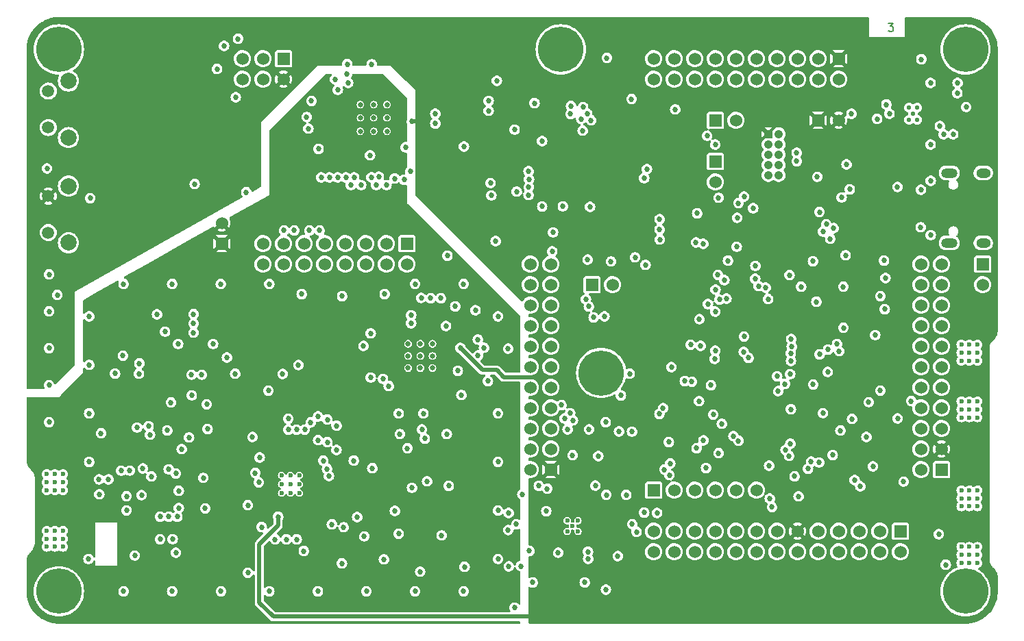
<source format=gbr>
G04 #@! TF.GenerationSoftware,KiCad,Pcbnew,8.0.4*
G04 #@! TF.CreationDate,2024-10-12T12:27:40+11:00*
G04 #@! TF.ProjectId,hackrf-one,6861636b-7266-42d6-9f6e-652e6b696361,rev?*
G04 #@! TF.SameCoordinates,Original*
G04 #@! TF.FileFunction,Copper,L3,Inr*
G04 #@! TF.FilePolarity,Positive*
%FSLAX45Y45*%
G04 Gerber Fmt 4.5, Leading zero omitted, Abs format (unit mm)*
G04 Created by KiCad (PCBNEW 8.0.4) date 2024-10-12 12:27:40*
%MOMM*%
%LPD*%
G01*
G04 APERTURE LIST*
%ADD10C,0.177800*%
G04 #@! TA.AperFunction,NonConductor*
%ADD11C,0.177800*%
G04 #@! TD*
G04 #@! TA.AperFunction,ComponentPad*
%ADD12C,0.600000*%
G04 #@! TD*
G04 #@! TA.AperFunction,ComponentPad*
%ADD13C,5.600000*%
G04 #@! TD*
G04 #@! TA.AperFunction,ComponentPad*
%ADD14R,1.524000X1.524000*%
G04 #@! TD*
G04 #@! TA.AperFunction,ComponentPad*
%ADD15C,1.524000*%
G04 #@! TD*
G04 #@! TA.AperFunction,ComponentPad*
%ADD16R,1.066800X1.066800*%
G04 #@! TD*
G04 #@! TA.AperFunction,ComponentPad*
%ADD17C,1.066800*%
G04 #@! TD*
G04 #@! TA.AperFunction,ComponentPad*
%ADD18C,2.000000*%
G04 #@! TD*
G04 #@! TA.AperFunction,ComponentPad*
%ADD19C,1.500000*%
G04 #@! TD*
G04 #@! TA.AperFunction,ComponentPad*
%ADD20C,0.635000*%
G04 #@! TD*
G04 #@! TA.AperFunction,ComponentPad*
%ADD21C,0.585000*%
G04 #@! TD*
G04 #@! TA.AperFunction,ComponentPad*
%ADD22O,2.000000X1.200000*%
G04 #@! TD*
G04 #@! TA.AperFunction,ComponentPad*
%ADD23O,1.800000X1.200000*%
G04 #@! TD*
G04 #@! TA.AperFunction,ViaPad*
%ADD24C,0.685800*%
G04 #@! TD*
G04 #@! TA.AperFunction,Conductor*
%ADD25C,0.508000*%
G04 #@! TD*
G04 APERTURE END LIST*
D10*
D11*
X15528393Y-8300037D02*
X15591289Y-8300037D01*
X15591289Y-8300037D02*
X15557422Y-8338742D01*
X15557422Y-8338742D02*
X15571936Y-8338742D01*
X15571936Y-8338742D02*
X15581612Y-8343580D01*
X15581612Y-8343580D02*
X15586450Y-8348418D01*
X15586450Y-8348418D02*
X15591289Y-8358095D01*
X15591289Y-8358095D02*
X15591289Y-8382285D01*
X15591289Y-8382285D02*
X15586450Y-8391961D01*
X15586450Y-8391961D02*
X15581612Y-8396799D01*
X15581612Y-8396799D02*
X15571936Y-8401637D01*
X15571936Y-8401637D02*
X15542908Y-8401637D01*
X15542908Y-8401637D02*
X15533231Y-8396799D01*
X15533231Y-8396799D02*
X15528393Y-8391961D01*
D12*
G04 #@! TO.N,GND*
G04 #@! TO.C,J4*
X5062260Y-8625560D03*
X5127260Y-8470560D03*
X5127260Y-8780560D03*
X5282260Y-8405560D03*
D13*
X5282260Y-8625560D03*
D12*
X5282260Y-8845560D03*
X5437260Y-8470560D03*
X5437260Y-8780560D03*
X5502260Y-8625560D03*
G04 #@! TD*
G04 #@! TO.N,GND*
G04 #@! TO.C,J5*
X5062260Y-15325560D03*
X5127260Y-15170560D03*
X5127260Y-15480560D03*
X5282260Y-15105560D03*
D13*
X5282260Y-15325560D03*
D12*
X5282260Y-15545560D03*
X5437260Y-15170560D03*
X5437260Y-15480560D03*
X5502260Y-15325560D03*
G04 #@! TD*
G04 #@! TO.N,GND*
G04 #@! TO.C,J6*
X16262260Y-15325560D03*
X16327260Y-15170560D03*
X16327260Y-15480560D03*
X16482260Y-15105560D03*
D13*
X16482260Y-15325560D03*
D12*
X16482260Y-15545560D03*
X16637260Y-15170560D03*
X16637260Y-15480560D03*
X16702260Y-15325560D03*
G04 #@! TD*
G04 #@! TO.N,GND*
G04 #@! TO.C,J7*
X16262260Y-8625560D03*
X16327260Y-8470560D03*
X16327260Y-8780560D03*
X16482260Y-8405560D03*
D13*
X16482260Y-8625560D03*
D12*
X16482260Y-8845560D03*
X16637260Y-8470560D03*
X16637260Y-8780560D03*
X16702260Y-8625560D03*
G04 #@! TD*
G04 #@! TO.N,GND*
G04 #@! TO.C,J8*
X11262260Y-8625560D03*
X11327260Y-8470560D03*
X11327260Y-8780560D03*
X11482260Y-8405560D03*
D13*
X11482260Y-8625560D03*
D12*
X11482260Y-8845560D03*
X11637260Y-8470560D03*
X11637260Y-8780560D03*
X11702260Y-8625560D03*
G04 #@! TD*
G04 #@! TO.N,GND*
G04 #@! TO.C,J9*
X11762260Y-12625560D03*
X11827260Y-12470560D03*
X11827260Y-12780560D03*
X11982260Y-12405560D03*
D13*
X11982260Y-12625560D03*
D12*
X11982260Y-12845560D03*
X12137260Y-12470560D03*
X12137260Y-12780560D03*
X12202260Y-12625560D03*
G04 #@! TD*
D14*
G04 #@! TO.N,+1.8V*
G04 #@! TO.C,P1*
X13391260Y-9502560D03*
D15*
X13645260Y-9502560D03*
G04 #@! TD*
D12*
G04 #@! TO.N,GND*
G04 #@! TO.C,P2*
X16630260Y-13175560D03*
X16630260Y-13075560D03*
X16630260Y-12975560D03*
X16630260Y-12475560D03*
X16630260Y-12375560D03*
X16630260Y-12275560D03*
X16530260Y-13175560D03*
X16530260Y-13075560D03*
X16530260Y-12975560D03*
X16530260Y-12475560D03*
X16530260Y-12375560D03*
X16530260Y-12275560D03*
X16430260Y-13175560D03*
X16430260Y-13075560D03*
X16430260Y-12975560D03*
X16430260Y-12475560D03*
X16430260Y-12375560D03*
X16430260Y-12275560D03*
G04 #@! TD*
D14*
G04 #@! TO.N,GND*
G04 #@! TO.C,P3*
X13391260Y-10010560D03*
D15*
X13391260Y-10264560D03*
G04 #@! TD*
D12*
G04 #@! TO.N,GND*
G04 #@! TO.C,P4*
X5134260Y-13875560D03*
X5134260Y-13975560D03*
X5134260Y-14075560D03*
X5134260Y-14575560D03*
X5134260Y-14675560D03*
X5134260Y-14775560D03*
X5234260Y-13875560D03*
X5234260Y-13975560D03*
X5234260Y-14075560D03*
X5234260Y-14575560D03*
X5234260Y-14675560D03*
X5234260Y-14775560D03*
X5334260Y-13875560D03*
X5334260Y-13975560D03*
X5334260Y-14075560D03*
X5334260Y-14575560D03*
X5334260Y-14675560D03*
X5334260Y-14775560D03*
G04 #@! TD*
D14*
G04 #@! TO.N,GND*
G04 #@! TO.C,P5*
X8057260Y-8740560D03*
D15*
G04 #@! TO.N,VCC*
X8057260Y-8994560D03*
G04 #@! TO.N,/mcu/usb/power/LED1*
X7803260Y-8740560D03*
G04 #@! TO.N,/mcu/usb/power/LED2*
X7803260Y-8994560D03*
G04 #@! TO.N,!VAA_ENABLE*
X7549260Y-8740560D03*
G04 #@! TO.N,/mcu/usb/power/LED3*
X7549260Y-8994560D03*
G04 #@! TD*
D14*
G04 #@! TO.N,VCC*
G04 #@! TO.C,P8*
X14661260Y-9502560D03*
D15*
X14915260Y-9502560D03*
G04 #@! TD*
D14*
G04 #@! TO.N,GND*
G04 #@! TO.C,P9*
X9581260Y-11026560D03*
D15*
X9581260Y-11280560D03*
X9327260Y-11026560D03*
G04 #@! TO.N,/baseband/RXBBQ-*
X9327260Y-11280560D03*
G04 #@! TO.N,/baseband/RXBBI-*
X9073260Y-11026560D03*
G04 #@! TO.N,/baseband/RXBBQ+*
X9073260Y-11280560D03*
G04 #@! TO.N,/baseband/RXBBI+*
X8819260Y-11026560D03*
G04 #@! TO.N,GND*
X8819260Y-11280560D03*
X8565260Y-11026560D03*
G04 #@! TO.N,/baseband/TXBBI-*
X8565260Y-11280560D03*
G04 #@! TO.N,/baseband/TXBBQ+*
X8311260Y-11026560D03*
G04 #@! TO.N,/baseband/TXBBI+*
X8311260Y-11280560D03*
G04 #@! TO.N,/baseband/TXBBQ-*
X8057260Y-11026560D03*
G04 #@! TO.N,GND*
X8057260Y-11280560D03*
X7803260Y-11026560D03*
X7803260Y-11280560D03*
G04 #@! TD*
D12*
G04 #@! TO.N,GND*
G04 #@! TO.C,P16*
X16630260Y-14975560D03*
X16630260Y-14875560D03*
X16630260Y-14775560D03*
X16630260Y-14275560D03*
X16630260Y-14175560D03*
X16630260Y-14075560D03*
X16530260Y-14975560D03*
X16530260Y-14875560D03*
X16530260Y-14775560D03*
X16530260Y-14275560D03*
X16530260Y-14175560D03*
X16530260Y-14075560D03*
X16430260Y-14975560D03*
X16430260Y-14875560D03*
X16430260Y-14775560D03*
X16430260Y-14275560D03*
X16430260Y-14175560D03*
X16430260Y-14075560D03*
G04 #@! TD*
D14*
G04 #@! TO.N,/mcu/usb/power/VBAT*
G04 #@! TO.C,P20*
X16185260Y-13820560D03*
D15*
G04 #@! TO.N,/mcu/usb/power/RTC_ALARM*
X15931260Y-13820560D03*
G04 #@! TO.N,VCC*
X16185260Y-13566560D03*
G04 #@! TO.N,/mcu/usb/power/WAKEUP*
X15931260Y-13566560D03*
G04 #@! TO.N,/mcu/usb/power/GPIO3_8*
X16185260Y-13312560D03*
G04 #@! TO.N,/mcu/usb/power/GPIO3_9*
X15931260Y-13312560D03*
G04 #@! TO.N,/mcu/usb/power/GPIO3_10*
X16185260Y-13058560D03*
G04 #@! TO.N,/mcu/usb/power/GPIO3_11*
X15931260Y-13058560D03*
G04 #@! TO.N,/mcu/usb/power/GPIO3_12*
X16185260Y-12804560D03*
G04 #@! TO.N,/mcu/usb/power/GPIO3_13*
X15931260Y-12804560D03*
G04 #@! TO.N,/mcu/usb/power/GPIO3_14*
X16185260Y-12550560D03*
G04 #@! TO.N,/mcu/usb/power/GPIO3_15*
X15931260Y-12550560D03*
G04 #@! TO.N,GND*
X16185260Y-12296560D03*
G04 #@! TO.N,/mcu/usb/power/ADC0_6*
X15931260Y-12296560D03*
G04 #@! TO.N,GND*
X16185260Y-12042560D03*
G04 #@! TO.N,/mcu/usb/power/ADC0_2*
X15931260Y-12042560D03*
G04 #@! TO.N,/mcu/usb/power/VBUSCTRL*
X16185260Y-11788560D03*
G04 #@! TO.N,/mcu/usb/power/ADC0_5*
X15931260Y-11788560D03*
G04 #@! TO.N,GND*
X16185260Y-11534560D03*
G04 #@! TO.N,/mcu/usb/power/ADC0_0*
X15931260Y-11534560D03*
G04 #@! TO.N,/mcu/usb/power/VBUS*
X16185260Y-11280560D03*
G04 #@! TO.N,/mcu/usb/power/VIN*
X15931260Y-11280560D03*
G04 #@! TD*
D14*
G04 #@! TO.N,CLKOUT*
G04 #@! TO.C,P22*
X15677260Y-14582560D03*
D15*
G04 #@! TO.N,CLKIN*
X15677260Y-14836560D03*
G04 #@! TO.N,/mcu/usb/power/RESET*
X15423260Y-14582560D03*
G04 #@! TO.N,GND*
X15423260Y-14836560D03*
G04 #@! TO.N,/mcu/usb/power/I2C1_SCL*
X15169260Y-14582560D03*
G04 #@! TO.N,/mcu/usb/power/I2C1_SDA*
X15169260Y-14836560D03*
G04 #@! TO.N,/mcu/usb/power/SPIFI_MISO*
X14915260Y-14582560D03*
G04 #@! TO.N,/mcu/usb/power/SPIFI_SCK*
X14915260Y-14836560D03*
G04 #@! TO.N,/mcu/usb/power/SPIFI_MOSI*
X14661260Y-14582560D03*
G04 #@! TO.N,GND*
X14661260Y-14836560D03*
G04 #@! TO.N,VCC*
X14407260Y-14582560D03*
G04 #@! TO.N,/mcu/usb/power/I2S0_RX_SCK*
X14407260Y-14836560D03*
G04 #@! TO.N,/mcu/usb/power/I2S0_RX_SDA*
X14153260Y-14582560D03*
G04 #@! TO.N,/mcu/usb/power/I2S0_RX_MCLK*
X14153260Y-14836560D03*
G04 #@! TO.N,/mcu/usb/power/I2S0_RX_WS*
X13899260Y-14582560D03*
G04 #@! TO.N,/mcu/usb/power/I2S0_TX_SCK*
X13899260Y-14836560D03*
G04 #@! TO.N,/mcu/usb/power/I2S0_TX_MCLK*
X13645260Y-14582560D03*
G04 #@! TO.N,GND*
X13645260Y-14836560D03*
G04 #@! TO.N,/mcu/usb/power/U0_RXD*
X13391260Y-14582560D03*
G04 #@! TO.N,/mcu/usb/power/U0_TXD*
X13391260Y-14836560D03*
G04 #@! TO.N,/mcu/usb/power/P2_9*
X13137260Y-14582560D03*
G04 #@! TO.N,/mcu/usb/power/P2_13*
X13137260Y-14836560D03*
G04 #@! TO.N,/mcu/usb/power/P2_8*
X12883260Y-14582560D03*
G04 #@! TO.N,SDA*
X12883260Y-14836560D03*
G04 #@! TO.N,CLK6*
X12629260Y-14582560D03*
G04 #@! TO.N,SCL*
X12629260Y-14836560D03*
G04 #@! TD*
D14*
G04 #@! TO.N,GND*
G04 #@! TO.C,P25*
X12629260Y-14074560D03*
D15*
G04 #@! TO.N,/mcu/usb/power/ISP*
X12883260Y-14074560D03*
G04 #@! TO.N,unconnected-(P25-Pad3)*
X13137260Y-14074560D03*
G04 #@! TO.N,/mcu/usb/power/U0_RXD*
X13391260Y-14074560D03*
G04 #@! TO.N,/mcu/usb/power/U0_TXD*
X13645260Y-14074560D03*
G04 #@! TO.N,/mcu/usb/power/RESET*
X13899260Y-14074560D03*
G04 #@! TD*
D16*
G04 #@! TO.N,VCC*
G04 #@! TO.C,P26*
X14048520Y-9672220D03*
D17*
G04 #@! TO.N,/mcu/usb/power/TMS*
X14175520Y-9672220D03*
G04 #@! TO.N,GND*
X14048520Y-9799220D03*
G04 #@! TO.N,/mcu/usb/power/TCK*
X14175520Y-9799220D03*
G04 #@! TO.N,GND*
X14048520Y-9926220D03*
G04 #@! TO.N,/mcu/usb/power/TDO*
X14175520Y-9926220D03*
G04 #@! TO.N,unconnected-(P26-Pad7)*
X14048520Y-10053220D03*
G04 #@! TO.N,/mcu/usb/power/TDI*
X14175520Y-10053220D03*
G04 #@! TO.N,GND*
X14048520Y-10180220D03*
G04 #@! TO.N,/mcu/usb/power/RESET*
X14175520Y-10180220D03*
G04 #@! TD*
D14*
G04 #@! TO.N,VCC*
G04 #@! TO.C,P28*
X11359260Y-13820560D03*
D15*
G04 #@! TO.N,GND*
X11105260Y-13820560D03*
G04 #@! TO.N,/mcu/usb/power/SD_CD*
X11359260Y-13566560D03*
G04 #@! TO.N,/mcu/usb/power/SD_DAT3*
X11105260Y-13566560D03*
G04 #@! TO.N,/mcu/usb/power/SD_DAT2*
X11359260Y-13312560D03*
G04 #@! TO.N,/mcu/usb/power/SD_DAT1*
X11105260Y-13312560D03*
G04 #@! TO.N,/mcu/usb/power/SD_DAT0*
X11359260Y-13058560D03*
G04 #@! TO.N,/mcu/usb/power/SD_VOLT0*
X11105260Y-13058560D03*
G04 #@! TO.N,/mcu/usb/power/SD_CMD*
X11359260Y-12804560D03*
G04 #@! TO.N,/mcu/usb/power/SD_POW*
X11105260Y-12804560D03*
G04 #@! TO.N,/mcu/usb/power/SD_CLK*
X11359260Y-12550560D03*
G04 #@! TO.N,GND*
X11105260Y-12550560D03*
G04 #@! TO.N,GCK2*
X11359260Y-12296560D03*
G04 #@! TO.N,GCK1*
X11105260Y-12296560D03*
G04 #@! TO.N,/mcu/usb/power/B1AUX14*
X11359260Y-12042560D03*
G04 #@! TO.N,/mcu/usb/power/B1AUX13*
X11105260Y-12042560D03*
G04 #@! TO.N,/mcu/usb/power/CPLD_TCK*
X11359260Y-11788560D03*
G04 #@! TO.N,/mcu/usb/power/BANK2F3M2*
X11105260Y-11788560D03*
G04 #@! TO.N,/mcu/usb/power/CPLD_TDI*
X11359260Y-11534560D03*
G04 #@! TO.N,/mcu/usb/power/BANK2F3M6*
X11105260Y-11534560D03*
G04 #@! TO.N,/mcu/usb/power/BANK2F3M12*
X11359260Y-11280560D03*
G04 #@! TO.N,/mcu/usb/power/BANK2F3M4*
X11105260Y-11280560D03*
G04 #@! TD*
D14*
G04 #@! TO.N,/mcu/usb/power/CPLD_TMS*
G04 #@! TO.C,P29*
X11867260Y-11534560D03*
D15*
G04 #@! TO.N,/mcu/usb/power/CPLD_TDO*
X12121260Y-11534560D03*
G04 #@! TD*
D14*
G04 #@! TO.N,VCC*
G04 #@! TO.C,P30*
X14915260Y-8740560D03*
D15*
G04 #@! TO.N,GND*
X14915260Y-8994560D03*
G04 #@! TO.N,/mcu/usb/power/B2AUX16*
X14661260Y-8740560D03*
G04 #@! TO.N,/mcu/usb/power/B2AUX15*
X14661260Y-8994560D03*
G04 #@! TO.N,/mcu/usb/power/B2AUX14*
X14407260Y-8740560D03*
G04 #@! TO.N,/mcu/usb/power/B2AUX13*
X14407260Y-8994560D03*
G04 #@! TO.N,/mcu/usb/power/B2AUX12*
X14153260Y-8740560D03*
G04 #@! TO.N,/mcu/usb/power/B2AUX11*
X14153260Y-8994560D03*
G04 #@! TO.N,/mcu/usb/power/B2AUX10*
X13899260Y-8740560D03*
G04 #@! TO.N,/mcu/usb/power/B2AUX9*
X13899260Y-8994560D03*
G04 #@! TO.N,/mcu/usb/power/B2AUX8*
X13645260Y-8740560D03*
G04 #@! TO.N,/mcu/usb/power/B2AUX7*
X13645260Y-8994560D03*
G04 #@! TO.N,/mcu/usb/power/B2AUX6*
X13391260Y-8740560D03*
G04 #@! TO.N,/mcu/usb/power/B2AUX5*
X13391260Y-8994560D03*
G04 #@! TO.N,/mcu/usb/power/B2AUX4*
X13137260Y-8740560D03*
G04 #@! TO.N,/mcu/usb/power/B2AUX3*
X13137260Y-8994560D03*
G04 #@! TO.N,/mcu/usb/power/B2AUX2*
X12883260Y-8740560D03*
G04 #@! TO.N,/mcu/usb/power/B2AUX1*
X12883260Y-8994560D03*
G04 #@! TO.N,/mcu/usb/power/GCK0*
X12629260Y-8740560D03*
G04 #@! TO.N,GND*
X12629260Y-8994560D03*
G04 #@! TD*
D14*
G04 #@! TO.N,VAA*
G04 #@! TO.C,P36*
X7295260Y-11026560D03*
D15*
X7295260Y-10772560D03*
G04 #@! TD*
D14*
G04 #@! TO.N,GND*
G04 #@! TO.C,P80*
X16693260Y-11280560D03*
D15*
X16693260Y-11534560D03*
G04 #@! TD*
D18*
G04 #@! TO.N,GND*
G04 #@! TO.C,SW1*
X5401260Y-10315060D03*
X5401260Y-11016060D03*
D19*
G04 #@! TO.N,VCC*
X5152260Y-10440560D03*
G04 #@! TO.N,Net-(R30-Pad2)*
X5152260Y-10890560D03*
G04 #@! TD*
D18*
G04 #@! TO.N,GND*
G04 #@! TO.C,SW2*
X5401260Y-9015060D03*
X5401260Y-9716060D03*
D19*
X5152260Y-9140560D03*
G04 #@! TO.N,Net-(R19-Pad2)*
X5152260Y-9590560D03*
G04 #@! TD*
D12*
G04 #@! TO.N,GND*
G04 #@! TO.C,U4*
X8254300Y-13891920D03*
X8144300Y-13891920D03*
X8034300Y-13891920D03*
X8254300Y-14001920D03*
X8144300Y-14001920D03*
X8034300Y-14001920D03*
X8254300Y-14111920D03*
X8144300Y-14111920D03*
X8034300Y-14111920D03*
G04 #@! TD*
D20*
G04 #@! TO.N,GND*
G04 #@! TO.C,U17*
X9597110Y-12565270D03*
X9747110Y-12565270D03*
X9897110Y-12565270D03*
X9597110Y-12415270D03*
X9747110Y-12415270D03*
X9897110Y-12415270D03*
X9597110Y-12265270D03*
X9747110Y-12265270D03*
X9897110Y-12265270D03*
G04 #@! TD*
G04 #@! TO.N,GND*
G04 #@! TO.C,U18*
X9006800Y-9636740D03*
X9171800Y-9636740D03*
X9336800Y-9636740D03*
X9006800Y-9471740D03*
X9171800Y-9471740D03*
X9336800Y-9471740D03*
X9006800Y-9306740D03*
X9171800Y-9306740D03*
X9336800Y-9306740D03*
G04 #@! TD*
D12*
G04 #@! TO.N,GND*
G04 #@! TO.C,U19*
X11563180Y-14584160D03*
X11695180Y-14584160D03*
X11629180Y-14518160D03*
X11563180Y-14452160D03*
X11695180Y-14452160D03*
G04 #@! TD*
D21*
G04 #@! TO.N,GND*
G04 #@! TO.C,U21*
X15885260Y-9495680D03*
X15885260Y-9345680D03*
X15835260Y-9420680D03*
X15785260Y-9495680D03*
X15785260Y-9345680D03*
G04 #@! TD*
D22*
G04 #@! TO.N,N/C*
G04 #@! TO.C,J11*
X16281810Y-11018060D03*
D23*
X16701810Y-11018060D03*
D22*
X16281810Y-10153060D03*
D23*
X16701810Y-10153060D03*
G04 #@! TD*
D24*
G04 #@! TO.N,!MIX_BYPASS*
X14323440Y-12382920D03*
X10911700Y-15528040D03*
X10294720Y-15022620D03*
X6276680Y-12508280D03*
X10841100Y-15016900D03*
G04 #@! TO.N,!RX_AMP_PWR*
X13678280Y-13464960D03*
X6248500Y-13300500D03*
X6159600Y-13833900D03*
G04 #@! TO.N,!TX_AMP_PWR*
X12823570Y-13889140D03*
X6764120Y-14296180D03*
X6764120Y-14082820D03*
G04 #@! TO.N,!VAA_ENABLE*
X13431900Y-10460140D03*
G04 #@! TO.N,+1.8V*
X11252580Y-10566820D03*
X10591660Y-9261860D03*
X11752960Y-9629560D03*
X11252060Y-9759700D03*
G04 #@! TO.N,/frontend/!ANT_BIAS*
X7617560Y-15096280D03*
X7617560Y-14260620D03*
G04 #@! TO.N,/frontend/REF_IN*
X7708760Y-13861800D03*
X10833480Y-14567320D03*
G04 #@! TO.N,/mcu/usb/power/B2AUX3*
X11608180Y-9324760D03*
G04 #@! TO.N,/mcu/usb/power/B2AUX4*
X11735180Y-9484780D03*
G04 #@! TO.N,/mcu/usb/power/B2AUX5*
X11758040Y-9337460D03*
G04 #@! TO.N,/mcu/usb/power/B2AUX6*
X11808840Y-9418740D03*
G04 #@! TO.N,/mcu/usb/power/B2AUX7*
X11857100Y-9502560D03*
G04 #@! TO.N,/mcu/usb/power/BANK2F3M12*
X11084940Y-10424580D03*
G04 #@! TO.N,/mcu/usb/power/BANK2F3M2*
X11084940Y-10132480D03*
G04 #@! TO.N,/mcu/usb/power/BANK2F3M4*
X11090020Y-10231540D03*
G04 #@! TO.N,/mcu/usb/power/BANK2F3M6*
X11087480Y-10328060D03*
G04 #@! TO.N,/mcu/usb/power/CPLD_TCK*
X10625200Y-10429660D03*
X11829160Y-11803800D03*
G04 #@! TO.N,/mcu/usb/power/CPLD_TDI*
X10615040Y-10277260D03*
X11793600Y-11714900D03*
G04 #@! TO.N,/mcu/usb/power/CPLD_TDO*
X12512420Y-10216300D03*
G04 #@! TO.N,/mcu/usb/power/CPLD_TMS*
X13085940Y-12276840D03*
X12849720Y-12553700D03*
X10937620Y-10383940D03*
G04 #@! TO.N,/mcu/usb/power/EN1V8*
X15390760Y-9484180D03*
X7323200Y-8583080D03*
X13472540Y-13254140D03*
G04 #@! TO.N,/mcu/usb/power/GCK0*
X11603100Y-9423820D03*
G04 #@! TO.N,/mcu/usb/power/GPIO3_10*
X14895446Y-12268724D03*
X15811360Y-12972800D03*
G04 #@! TO.N,/mcu/usb/power/GPIO3_11*
X14922387Y-12356730D03*
G04 #@! TO.N,/mcu/usb/power/GPIO3_8*
X14679040Y-12395620D03*
X15643720Y-13188700D03*
G04 #@! TO.N,/mcu/usb/power/GPIO3_9*
X14784091Y-12336974D03*
G04 #@! TO.N,/mcu/usb/power/GP_CLKIN*
X11211940Y-14021220D03*
X14640940Y-11745380D03*
G04 #@! TO.N,/mcu/usb/power/I2C1_SCL*
X14168500Y-12850280D03*
X13101700Y-12733440D03*
X13383640Y-12451500D03*
G04 #@! TO.N,/mcu/usb/power/I2C1_SDA*
X13015340Y-12725820D03*
X14252320Y-12761380D03*
X13391260Y-12349900D03*
G04 #@! TO.N,/mcu/usb/power/I2S0_RX_SCK*
X14574900Y-13721500D03*
G04 #@! TO.N,/mcu/usb/power/I2S0_RX_SDA*
X14318914Y-13499019D03*
G04 #@! TO.N,/mcu/usb/power/I2S0_RX_WS*
X14259940Y-13576720D03*
X14064360Y-14178700D03*
G04 #@! TO.N,/mcu/usb/power/I2S0_TX_SCK*
X14303120Y-13650380D03*
G04 #@! TO.N,/mcu/usb/power/LED1*
X14044040Y-11712360D03*
G04 #@! TO.N,/mcu/usb/power/LED2*
X7467980Y-9218080D03*
X14013560Y-11570120D03*
G04 #@! TO.N,/mcu/usb/power/LED3*
X13160120Y-13556400D03*
G04 #@! TO.N,/mcu/usb/power/P2_8*
X12763880Y-13819290D03*
X13365860Y-13139840D03*
X7236840Y-8867560D03*
G04 #@! TO.N,/mcu/usb/power/RESET*
X14315820Y-12639460D03*
X13661559Y-10707955D03*
X14600300Y-12769000D03*
X7495920Y-8494180D03*
G04 #@! TO.N,/mcu/usb/power/SD_CD*
X11633580Y-13210960D03*
X13195680Y-11961280D03*
G04 #@! TO.N,/mcu/usb/power/SD_CLK*
X13548740Y-11237380D03*
G04 #@! TO.N,/mcu/usb/power/SD_CMD*
X13424280Y-11412640D03*
G04 #@! TO.N,/mcu/usb/power/SD_DAT0*
X13393800Y-11595520D03*
G04 #@! TO.N,/mcu/usb/power/SD_DAT1*
X11598020Y-13122060D03*
X13442060Y-11717440D03*
G04 #@! TO.N,/mcu/usb/power/SD_DAT2*
X11529440Y-13188100D03*
X13300553Y-11773014D03*
G04 #@! TO.N,/mcu/usb/power/SD_DAT3*
X11567540Y-13322720D03*
X13391260Y-11867300D03*
G04 #@! TO.N,/mcu/usb/power/SD_POW*
X13503020Y-11478680D03*
G04 #@! TO.N,/mcu/usb/power/SD_VOLT0*
X11491340Y-13023000D03*
X13528420Y-11707280D03*
G04 #@! TO.N,/mcu/usb/power/SGPIO13*
X13391260Y-9802280D03*
X13746860Y-10444900D03*
G04 #@! TO.N,/mcu/usb/power/SGPIO9*
X13678280Y-10526180D03*
X13289660Y-9693060D03*
G04 #@! TO.N,/mcu/usb/power/SPIFI_MISO*
X14325460Y-13074400D03*
X15112860Y-13950700D03*
G04 #@! TO.N,/mcu/usb/power/SPIFI_SIO2*
X14673960Y-13731660D03*
X15181440Y-14026900D03*
G04 #@! TO.N,/mcu/usb/power/SPIFI_SIO3*
X14536800Y-13810400D03*
X14419440Y-14151360D03*
G04 #@! TO.N,/mcu/usb/power/TCK*
X14396500Y-9903360D03*
G04 #@! TO.N,/mcu/usb/power/TDI*
X14651100Y-10201060D03*
G04 #@! TO.N,/mcu/usb/power/TDO*
X14397100Y-10008020D03*
G04 #@! TO.N,/mcu/usb/power/VBAT*
X14721229Y-13121848D03*
X15717380Y-13968480D03*
G04 #@! TO.N,/mcu/usb/power/VBUS*
X15642260Y-10325560D03*
X15932260Y-10360560D03*
X15928492Y-10824365D03*
G04 #@! TO.N,/mcu/usb/power/VBUSCTRL*
X14852260Y-10835560D03*
G04 #@! TO.N,/mcu/usb/power/VIN*
X15052260Y-10355560D03*
X16490568Y-9337714D03*
G04 #@! TO.N,/mcu/usb/power/VREGMODE*
X13244875Y-13459506D03*
X14677770Y-10635560D03*
G04 #@! TO.N,AMP_BYPASS*
X13431900Y-13617360D03*
X6639660Y-14402860D03*
X6639660Y-13816120D03*
X6621880Y-13336060D03*
X6426300Y-13905020D03*
G04 #@! TO.N,CLK6*
X11303380Y-14333640D03*
G04 #@! TO.N,CS_AD*
X12103480Y-11247540D03*
X8728570Y-9125030D03*
G04 #@! TO.N,CS_XCVR*
X10429100Y-11850120D03*
X11887580Y-11938420D03*
G04 #@! TO.N,GCK1*
X9127350Y-9935290D03*
X9548240Y-10236620D03*
G04 #@! TO.N,GCK2*
X10591660Y-9383780D03*
X11387200Y-10886860D03*
G04 #@! TO.N,GND*
X5895440Y-13940580D03*
X5778600Y-13940580D03*
X16151960Y-14618760D03*
X11095780Y-14825500D03*
X9932530Y-9541590D03*
X8365350Y-9605090D03*
X6220560Y-14882920D03*
X12022200Y-11925720D03*
X15001413Y-11171337D03*
X8482260Y-15325560D03*
X7763300Y-13671720D03*
X7066380Y-13922800D03*
X14308138Y-11415599D03*
X5657260Y-13725560D03*
X9082260Y-15325560D03*
X14091780Y-14283440D03*
X10458310Y-12212070D03*
X5161660Y-12776620D03*
X9134970Y-12681970D03*
X7282260Y-11525560D03*
X8598960Y-13201820D03*
X8828900Y-10208340D03*
X8967260Y-14408320D03*
X9143860Y-10208340D03*
X15430670Y-12843460D03*
X8319560Y-13326280D03*
X6921840Y-12647980D03*
X9431400Y-10221380D03*
X8889860Y-10302320D03*
X6494880Y-11900960D03*
X8625700Y-10208340D03*
X10832260Y-12325560D03*
X8548160Y-13709820D03*
X6947240Y-12012980D03*
X9682260Y-11525560D03*
X16051160Y-9039680D03*
X10074770Y-13380470D03*
X7882260Y-15325560D03*
X10178910Y-11803130D03*
X10678540Y-10996080D03*
X15430670Y-11676027D03*
X12045060Y-14132980D03*
X9046070Y-12290810D03*
X5161660Y-12319420D03*
X10707260Y-13125560D03*
X11008740Y-14125360D03*
X9802990Y-13436350D03*
X9298560Y-14930780D03*
X6532980Y-14682260D03*
X11831700Y-13322720D03*
X9495650Y-13380470D03*
X12835000Y-13744360D03*
X10082260Y-11175560D03*
X8064360Y-10863660D03*
X11777840Y-15215620D03*
X12052160Y-8731000D03*
X16165460Y-9573080D03*
X10098900Y-14021592D03*
X7882260Y-11525560D03*
X7788700Y-14530240D03*
X9202280Y-10302320D03*
X13859125Y-10589416D03*
X8116360Y-13191660D03*
X7109320Y-13013440D03*
X15258160Y-13416700D03*
X9767430Y-13324590D03*
X5657260Y-11925560D03*
X16381360Y-9166680D03*
X8376780Y-10863660D03*
X16238320Y-14997220D03*
X8782260Y-11675560D03*
X11508600Y-10564880D03*
X10707260Y-14325560D03*
X6947240Y-12127280D03*
X14056690Y-13772019D03*
X11377040Y-11123080D03*
X10911700Y-9617460D03*
X13276960Y-13800240D03*
X5804000Y-13371620D03*
X10460850Y-12410190D03*
X9785210Y-13126470D03*
X7188540Y-12266980D03*
X6959980Y-10289960D03*
X10935080Y-14496200D03*
X15286986Y-12987144D03*
X6947240Y-11898680D03*
X7751940Y-13978640D03*
X8191360Y-10863660D03*
X10282260Y-11525560D03*
X12530047Y-11289876D03*
X15073260Y-9420680D03*
X10534510Y-12313670D03*
X12187300Y-14889900D03*
X13656171Y-11065370D03*
X8490330Y-9855620D03*
X9682260Y-15325560D03*
X8727300Y-10208340D03*
X8779300Y-14979820D03*
X11451380Y-14848360D03*
X12895960Y-9367940D03*
X7597520Y-10391560D03*
X9235300Y-10198180D03*
X10838040Y-14357100D03*
X9588360Y-13557037D03*
X12334277Y-12635118D03*
X11946000Y-13652920D03*
X7953800Y-14682640D03*
X14811032Y-10966587D03*
X6667360Y-12990380D03*
X14972677Y-11559284D03*
X15080440Y-13193690D03*
X7048840Y-12647980D03*
X16052260Y-10250560D03*
X9134970Y-12135870D03*
X11316080Y-14056780D03*
X14841600Y-13640220D03*
X8308440Y-14827040D03*
X15493531Y-11451520D03*
X16051160Y-9801680D03*
X6687920Y-14679720D03*
X8220500Y-14682640D03*
X14936756Y-13337374D03*
X9644480Y-14044720D03*
X9433660Y-14331740D03*
X8403450Y-9262190D03*
X15543160Y-9420680D03*
X11628500Y-13642760D03*
X10707260Y-11925560D03*
X15475571Y-11235994D03*
X5161660Y-11864760D03*
X12817220Y-13480200D03*
X6073480Y-12411760D03*
X9329280Y-10302320D03*
X12705460Y-10975760D03*
X12702920Y-10851300D03*
X12039980Y-15303920D03*
X14370999Y-13903130D03*
X9480410Y-13126470D03*
X8217960Y-13326280D03*
X14780499Y-12613566D03*
X9745600Y-15083180D03*
X8845410Y-8807530D03*
X8344280Y-9460650D03*
X8282260Y-11650560D03*
X15484551Y-11837671D03*
X5782260Y-14125560D03*
X6728560Y-14847360D03*
X11158080Y-9289800D03*
X6304380Y-14136160D03*
X6118960Y-14325260D03*
X10707260Y-13725560D03*
X7091272Y-14299736D03*
X14952260Y-10455560D03*
X6052920Y-13833900D03*
X9154260Y-13803420D03*
X15338920Y-13780520D03*
X6082260Y-11525560D03*
X6756740Y-12266980D03*
X12357480Y-9239670D03*
X10693260Y-9012940D03*
X6082260Y-15325560D03*
X7284821Y-15325560D03*
X10255110Y-12897870D03*
X11910440Y-14018680D03*
X16330560Y-9674680D03*
X7119720Y-13318280D03*
X13167645Y-10652278D03*
X9016860Y-10302320D03*
X9830930Y-13965647D03*
X6118960Y-14150260D03*
X9874110Y-11701530D03*
X8695550Y-8995490D03*
X14721229Y-10876784D03*
X8930500Y-10208340D03*
X6799680Y-13567200D03*
X8484660Y-13163720D03*
X9479380Y-14613680D03*
X8713260Y-13278020D03*
X10990280Y-15013340D03*
X5657260Y-13125560D03*
X11844400Y-10571900D03*
X12225400Y-12903620D03*
X14451822Y-11559284D03*
X9566770Y-9836230D03*
X9146920Y-8809140D03*
X10707260Y-14925560D03*
X8116360Y-13326280D03*
X7870837Y-12844548D03*
X5976960Y-12632740D03*
X11135220Y-15215620D03*
X5161660Y-11407560D03*
X5657260Y-12525560D03*
X14974473Y-12067566D03*
X8093500Y-14682640D03*
X10282260Y-15325560D03*
X5161660Y-13233820D03*
X8242400Y-12528340D03*
X8925420Y-13709400D03*
X8654840Y-14497220D03*
X5669660Y-10465220D03*
X6682260Y-15325560D03*
X5136260Y-10096920D03*
X7674400Y-13417720D03*
X15936860Y-8747580D03*
X5648819Y-14925560D03*
X10582260Y-12725560D03*
X6390740Y-13282720D03*
X9623920Y-10134680D03*
X12547460Y-10105140D03*
X7460080Y-12635020D03*
X10286860Y-9825740D03*
X8524100Y-10208340D03*
X16052260Y-10920560D03*
X12702920Y-10724300D03*
X8504300Y-10864000D03*
X8800960Y-14532360D03*
X9307260Y-11650560D03*
X9932530Y-9419670D03*
X6682260Y-11525560D03*
X10001110Y-11701530D03*
G04 #@! TO.N,HP*
X15366860Y-12157460D03*
X7358480Y-12434360D03*
G04 #@! TO.N,LP*
X6593940Y-12114320D03*
X14328520Y-12205120D03*
G04 #@! TO.N,MIXER_ENX*
X8598960Y-13481220D03*
X13741780Y-12365140D03*
X8595220Y-13811000D03*
G04 #@! TO.N,MIXER_RESETX*
X8619280Y-13900320D03*
X8712060Y-13577320D03*
X13802740Y-12438800D03*
G04 #@! TO.N,MIXER_SCLK*
X8484660Y-13455820D03*
X13190600Y-12974740D03*
G04 #@! TO.N,MIXER_SDATA*
X8395080Y-13236360D03*
X13337920Y-12776620D03*
G04 #@! TO.N,MIX_BYPASS*
X12512420Y-14351420D03*
X10010240Y-14634000D03*
G04 #@! TO.N,RSSI*
X13746860Y-12174640D03*
X9634080Y-12010140D03*
G04 #@! TO.N,RX*
X9055480Y-14646060D03*
X12672440Y-14356500D03*
X8046820Y-12637560D03*
G04 #@! TO.N,RXENABLE*
X13884020Y-11460900D03*
X9357220Y-12787380D03*
G04 #@! TO.N,RX_AMP*
X6408520Y-13389400D03*
X13614780Y-13406540D03*
X6532980Y-14402860D03*
X6319620Y-13805960D03*
G04 #@! TO.N,RX_MIX_BP*
X14325980Y-12476900D03*
X6271600Y-12635280D03*
G04 #@! TO.N,SCL*
X12291440Y-14132980D03*
X12202540Y-13348120D03*
X12746100Y-13061100D03*
X11821540Y-14922920D03*
X12418440Y-14590180D03*
G04 #@! TO.N,SDA*
X11819680Y-14835660D03*
X12362560Y-13350660D03*
X12365100Y-14493660D03*
X12700380Y-13132220D03*
G04 #@! TO.N,SGPIO_CLK*
X13210400Y-12289540D03*
X12037440Y-13233820D03*
G04 #@! TO.N,SSP1_MISO*
X13243079Y-11029449D03*
X9758540Y-11697720D03*
G04 #@! TO.N,SSP1_MOSI*
X9634080Y-11911080D03*
X12400914Y-11196994D03*
X8842120Y-8931060D03*
G04 #@! TO.N,SSP1_SCK*
X10211180Y-12598820D03*
X8856344Y-9040280D03*
X11813920Y-11224680D03*
G04 #@! TO.N,TXENABLE*
X9286100Y-12698480D03*
X13924660Y-11552340D03*
G04 #@! TO.N,TX_AMP*
X14155800Y-12667400D03*
X6890596Y-13422944D03*
X6728560Y-13869459D03*
X6746340Y-14402860D03*
G04 #@! TO.N,TX_MIX_BP*
X6923900Y-12901680D03*
X14336140Y-12299100D03*
G04 #@! TO.N,VAA*
X6294220Y-14580660D03*
X7173060Y-14029480D03*
X7361020Y-12088920D03*
X6586320Y-12457220D03*
X9565740Y-14834660D03*
X9746080Y-13750080D03*
X8610700Y-14827040D03*
X7701380Y-12680740D03*
X9902050Y-11968230D03*
X6728560Y-15114060D03*
X8665070Y-9699070D03*
X9340710Y-12336530D03*
X10856340Y-14691780D03*
X9028290Y-9008190D03*
X10153510Y-12273030D03*
X8642730Y-9467000D03*
X9322930Y-12567670D03*
X7137500Y-13638320D03*
X9431120Y-14204740D03*
X8930500Y-9928940D03*
X5263260Y-11661560D03*
X8192560Y-14408320D03*
X8707500Y-9240940D03*
X8854300Y-14280900D03*
X6159600Y-13478300D03*
X9480410Y-12824210D03*
X9438500Y-9931480D03*
X6172300Y-14580660D03*
X9785210Y-12826750D03*
X9310230Y-12245090D03*
X8852960Y-13824120D03*
X9248000Y-9928940D03*
X10168750Y-12410190D03*
X10153510Y-12694670D03*
X8129060Y-13582820D03*
G04 #@! TO.N,VCC*
X14505703Y-11092310D03*
X10490060Y-9927340D03*
X11963260Y-8936740D03*
X11239880Y-14519060D03*
X12443840Y-12695340D03*
X15071459Y-12771618D03*
X11813400Y-14227560D03*
X12245720Y-14254900D03*
X12702920Y-10594760D03*
X12323501Y-11927474D03*
X12674980Y-11123080D03*
X16238320Y-14842280D03*
X9642220Y-9517800D03*
X12585560Y-9393940D03*
X14404200Y-14280900D03*
X12745573Y-11505402D03*
X11946000Y-14346340D03*
X14155473Y-13687604D03*
X5669660Y-9169820D03*
X15215144Y-12627934D03*
X11514880Y-14162560D03*
X7163180Y-10091840D03*
X13402928Y-10858824D03*
X10242410Y-12316210D03*
X10896460Y-10892540D03*
X14788402Y-11394406D03*
X16471772Y-8978812D03*
X12534760Y-9978140D03*
X13490934Y-13723525D03*
X11832380Y-15026160D03*
X15565500Y-13249060D03*
X14712260Y-9885560D03*
X5240400Y-10002940D03*
X11323180Y-14697460D03*
X16137520Y-9275900D03*
X14501240Y-10386480D03*
X16192600Y-14181880D03*
X12172060Y-13942480D03*
X13134720Y-13863740D03*
X7991900Y-14403240D03*
X12060980Y-14886460D03*
X14029750Y-10706159D03*
X15231490Y-11836820D03*
X13032941Y-13265532D03*
X14869540Y-12984900D03*
X13541120Y-10457600D03*
G04 #@! TO.N,XCVR_EN*
X13152500Y-11011320D03*
X10064610Y-12044430D03*
X13886066Y-11302448D03*
G04 #@! TO.N,Net-(U21-MODE{slash}DATA)*
X16211180Y-9674680D03*
X15012202Y-10048032D03*
G04 #@! TO.N,Net-(U21-EN1)*
X16383900Y-9039680D03*
X15505060Y-9306380D03*
G04 #@! TO.N,Net-(U23-USB0_VBUS)*
X14762260Y-10785560D03*
X14597760Y-11245000D03*
G04 #@! TD*
D25*
G04 #@! TO.N,VCC*
X7991900Y-14508220D02*
X7757540Y-14742580D01*
X7757540Y-14742580D02*
X7757540Y-15466480D01*
X7757540Y-15466480D02*
X7930260Y-15639200D01*
X7930260Y-15639200D02*
X11219340Y-15639200D01*
X11219340Y-15639200D02*
X11832380Y-15026160D01*
X9759060Y-9517800D02*
X9880980Y-9639720D01*
X9880980Y-9639720D02*
X10292460Y-9639720D01*
X10292460Y-9639720D02*
X10490060Y-9837320D01*
X10490060Y-9837320D02*
X10490060Y-9927340D01*
X10517400Y-12591200D02*
X10691240Y-12591200D01*
X10691240Y-12591200D02*
X10777600Y-12677560D01*
X10777600Y-12677560D02*
X11257660Y-12677560D01*
X7991900Y-14403240D02*
X7991900Y-14508220D01*
X9642220Y-9517800D02*
X9759060Y-9517800D01*
X10242410Y-12316210D02*
X10517400Y-12591200D01*
G04 #@! TD*
G04 #@! TA.AperFunction,Conductor*
G04 #@! TO.N,VAA*
G36*
X8650324Y-8927560D02*
G01*
X8654973Y-8932926D01*
X8655983Y-8939953D01*
X8653034Y-8946411D01*
X8651867Y-8947591D01*
X8646675Y-8952191D01*
X8637733Y-8965145D01*
X8637733Y-8965146D01*
X8632151Y-8979864D01*
X8630254Y-8995490D01*
X8630254Y-8995490D01*
X8632151Y-9011116D01*
X8637733Y-9025834D01*
X8637733Y-9025835D01*
X8646675Y-9038789D01*
X8646675Y-9038789D01*
X8646675Y-9038789D01*
X8658458Y-9049228D01*
X8658458Y-9049228D01*
X8658458Y-9049228D01*
X8664484Y-9052391D01*
X8672396Y-9056543D01*
X8676676Y-9057598D01*
X8677040Y-9057688D01*
X8683175Y-9061260D01*
X8686405Y-9067582D01*
X8685704Y-9074647D01*
X8682380Y-9079353D01*
X8679695Y-9081731D01*
X8670753Y-9094685D01*
X8670753Y-9094686D01*
X8665171Y-9109404D01*
X8663274Y-9125030D01*
X8663274Y-9125030D01*
X8665171Y-9140656D01*
X8670753Y-9155374D01*
X8670753Y-9155375D01*
X8679695Y-9168329D01*
X8679695Y-9168329D01*
X8679695Y-9168329D01*
X8691478Y-9178768D01*
X8691478Y-9178768D01*
X8691478Y-9178768D01*
X8695998Y-9181140D01*
X8705416Y-9186083D01*
X8720699Y-9189850D01*
X8720700Y-9189850D01*
X8736441Y-9189850D01*
X8736441Y-9189850D01*
X8751724Y-9186083D01*
X8765662Y-9178768D01*
X8777445Y-9168329D01*
X8786387Y-9155375D01*
X8791969Y-9140656D01*
X8791969Y-9140656D01*
X8791969Y-9140656D01*
X8793866Y-9125030D01*
X8793866Y-9125030D01*
X8791969Y-9109404D01*
X8791727Y-9108767D01*
X8787503Y-9097630D01*
X8786958Y-9090551D01*
X8790326Y-9084301D01*
X8796539Y-9080865D01*
X8803623Y-9081332D01*
X8807640Y-9083731D01*
X8819251Y-9094017D01*
X8819252Y-9094018D01*
X8826134Y-9097630D01*
X8833190Y-9101333D01*
X8848473Y-9105100D01*
X8848474Y-9105100D01*
X8864215Y-9105100D01*
X8864215Y-9105100D01*
X8879498Y-9101333D01*
X8893436Y-9094018D01*
X8905219Y-9083579D01*
X8914161Y-9070625D01*
X8919743Y-9055906D01*
X8919743Y-9055906D01*
X8919743Y-9055906D01*
X8921640Y-9040280D01*
X8921640Y-9040280D01*
X8919743Y-9024654D01*
X8916104Y-9015060D01*
X8914161Y-9009935D01*
X8905219Y-8996981D01*
X8895058Y-8987979D01*
X8891286Y-8981965D01*
X8891364Y-8974866D01*
X8893044Y-8971391D01*
X8899937Y-8961405D01*
X8905519Y-8946686D01*
X8906336Y-8939953D01*
X8906739Y-8936641D01*
X8909545Y-8930120D01*
X8915432Y-8926151D01*
X8919247Y-8925560D01*
X9277041Y-8925560D01*
X9283853Y-8927560D01*
X9285951Y-8929251D01*
X9578570Y-9221870D01*
X9581972Y-9228101D01*
X9582260Y-9230779D01*
X9582260Y-9490797D01*
X9581441Y-9495265D01*
X9578821Y-9502174D01*
X9576924Y-9517800D01*
X9576924Y-9517800D01*
X9578821Y-9533426D01*
X9580759Y-9538535D01*
X9581417Y-9540270D01*
X9581441Y-9540334D01*
X9582260Y-9544803D01*
X9582260Y-9758810D01*
X9580260Y-9765622D01*
X9574894Y-9770271D01*
X9569660Y-9771410D01*
X9558899Y-9771410D01*
X9543616Y-9775177D01*
X9543615Y-9775177D01*
X9529678Y-9782492D01*
X9529677Y-9782493D01*
X9517895Y-9792931D01*
X9508953Y-9805885D01*
X9508953Y-9805886D01*
X9503371Y-9820604D01*
X9501474Y-9836230D01*
X9501474Y-9836230D01*
X9503371Y-9851856D01*
X9508953Y-9866574D01*
X9508953Y-9866575D01*
X9517895Y-9879529D01*
X9517895Y-9879529D01*
X9517895Y-9879529D01*
X9529678Y-9889968D01*
X9529678Y-9889968D01*
X9529678Y-9889968D01*
X9537079Y-9893852D01*
X9543616Y-9897283D01*
X9558899Y-9901050D01*
X9558900Y-9901050D01*
X9569660Y-9901050D01*
X9576472Y-9903050D01*
X9581121Y-9908416D01*
X9582260Y-9913650D01*
X9582260Y-10079318D01*
X9580260Y-10086130D01*
X9578015Y-10088749D01*
X9575045Y-10091381D01*
X9566103Y-10104335D01*
X9566103Y-10104336D01*
X9560521Y-10119054D01*
X9558624Y-10134680D01*
X9558624Y-10134680D01*
X9560521Y-10150306D01*
X9562200Y-10154732D01*
X9562745Y-10161811D01*
X9559377Y-10168060D01*
X9553165Y-10171497D01*
X9550419Y-10171800D01*
X9540369Y-10171800D01*
X9525086Y-10175567D01*
X9525085Y-10175567D01*
X9511148Y-10182882D01*
X9511147Y-10182883D01*
X9504692Y-10188601D01*
X9498267Y-10191621D01*
X9491229Y-10190688D01*
X9485967Y-10186328D01*
X9480275Y-10178081D01*
X9477438Y-10175567D01*
X9468492Y-10167642D01*
X9468492Y-10167642D01*
X9468492Y-10167642D01*
X9454555Y-10160327D01*
X9454555Y-10160327D01*
X9454554Y-10160327D01*
X9454554Y-10160327D01*
X9454554Y-10160327D01*
X9439271Y-10156560D01*
X9439271Y-10156560D01*
X9423529Y-10156560D01*
X9423529Y-10156560D01*
X9408246Y-10160327D01*
X9408245Y-10160327D01*
X9394308Y-10167642D01*
X9394307Y-10167643D01*
X9382525Y-10178081D01*
X9373583Y-10191035D01*
X9373583Y-10191036D01*
X9368001Y-10205754D01*
X9366104Y-10221380D01*
X9366104Y-10221380D01*
X9366815Y-10227233D01*
X9365650Y-10234236D01*
X9360884Y-10239498D01*
X9354029Y-10241348D01*
X9351291Y-10240985D01*
X9344426Y-10239293D01*
X9337151Y-10237500D01*
X9337151Y-10237500D01*
X9321409Y-10237500D01*
X9321409Y-10237500D01*
X9309754Y-10240373D01*
X9302661Y-10240061D01*
X9296863Y-10235964D01*
X9294200Y-10229382D01*
X9294958Y-10223671D01*
X9294973Y-10223631D01*
X9298699Y-10213806D01*
X9298699Y-10213806D01*
X9298699Y-10213806D01*
X9300596Y-10198180D01*
X9300596Y-10198180D01*
X9298699Y-10182554D01*
X9296049Y-10175567D01*
X9293117Y-10167835D01*
X9285403Y-10156660D01*
X9284175Y-10154881D01*
X9272393Y-10144443D01*
X9272392Y-10144442D01*
X9272392Y-10144442D01*
X9272392Y-10144442D01*
X9258455Y-10137127D01*
X9258455Y-10137127D01*
X9258454Y-10137127D01*
X9258454Y-10137127D01*
X9258454Y-10137127D01*
X9243171Y-10133360D01*
X9243171Y-10133360D01*
X9227429Y-10133360D01*
X9227429Y-10133360D01*
X9212146Y-10137127D01*
X9212145Y-10137127D01*
X9198208Y-10144442D01*
X9198207Y-10144443D01*
X9191096Y-10150742D01*
X9184671Y-10153762D01*
X9177633Y-10152829D01*
X9176886Y-10152468D01*
X9167014Y-10147287D01*
X9167014Y-10147287D01*
X9151731Y-10143520D01*
X9151731Y-10143520D01*
X9135989Y-10143520D01*
X9135989Y-10143520D01*
X9120706Y-10147287D01*
X9120705Y-10147287D01*
X9106768Y-10154602D01*
X9106767Y-10154603D01*
X9094985Y-10165041D01*
X9086043Y-10177995D01*
X9086043Y-10177996D01*
X9080461Y-10192714D01*
X9078564Y-10208340D01*
X9078564Y-10208340D01*
X9080461Y-10223966D01*
X9086043Y-10238684D01*
X9086043Y-10238685D01*
X9094985Y-10251639D01*
X9094985Y-10251639D01*
X9094985Y-10251639D01*
X9106768Y-10262078D01*
X9106768Y-10262078D01*
X9106768Y-10262078D01*
X9109460Y-10263491D01*
X9120706Y-10269393D01*
X9120706Y-10269393D01*
X9120706Y-10269393D01*
X9124165Y-10270246D01*
X9129626Y-10271592D01*
X9135762Y-10275164D01*
X9138992Y-10281486D01*
X9138870Y-10285924D01*
X9138973Y-10285937D01*
X9136984Y-10302320D01*
X9136984Y-10302320D01*
X9138881Y-10317946D01*
X9144463Y-10332664D01*
X9144463Y-10332665D01*
X9153405Y-10345619D01*
X9153405Y-10345619D01*
X9153405Y-10345619D01*
X9165188Y-10356058D01*
X9165188Y-10356058D01*
X9165188Y-10356058D01*
X9172460Y-10359874D01*
X9179126Y-10363373D01*
X9194409Y-10367140D01*
X9194410Y-10367140D01*
X9210151Y-10367140D01*
X9210151Y-10367140D01*
X9225434Y-10363373D01*
X9239372Y-10356058D01*
X9251155Y-10345619D01*
X9255411Y-10339454D01*
X9260926Y-10334984D01*
X9267983Y-10334206D01*
X9274341Y-10337366D01*
X9276149Y-10339453D01*
X9280405Y-10345619D01*
X9292188Y-10356058D01*
X9292188Y-10356058D01*
X9292188Y-10356058D01*
X9299460Y-10359874D01*
X9306126Y-10363373D01*
X9321409Y-10367140D01*
X9321410Y-10367140D01*
X9337151Y-10367140D01*
X9337151Y-10367140D01*
X9352434Y-10363373D01*
X9366372Y-10356058D01*
X9378155Y-10345619D01*
X9387097Y-10332665D01*
X9392679Y-10317946D01*
X9392679Y-10317946D01*
X9392679Y-10317946D01*
X9394576Y-10302320D01*
X9394576Y-10302320D01*
X9393866Y-10296467D01*
X9395030Y-10289464D01*
X9399796Y-10284202D01*
X9406650Y-10282352D01*
X9409389Y-10282715D01*
X9423529Y-10286200D01*
X9423530Y-10286200D01*
X9439271Y-10286200D01*
X9439271Y-10286200D01*
X9454554Y-10282433D01*
X9468492Y-10275118D01*
X9474948Y-10269398D01*
X9481373Y-10266379D01*
X9488411Y-10267312D01*
X9493673Y-10271672D01*
X9499365Y-10279919D01*
X9511148Y-10290358D01*
X9511148Y-10290358D01*
X9511148Y-10290358D01*
X9515966Y-10292886D01*
X9525086Y-10297673D01*
X9540369Y-10301440D01*
X9540370Y-10301440D01*
X9556111Y-10301440D01*
X9556111Y-10301440D01*
X9556111Y-10301440D01*
X9556111Y-10301440D01*
X9564150Y-10299458D01*
X9566645Y-10298844D01*
X9573737Y-10299155D01*
X9579536Y-10303252D01*
X9582199Y-10309834D01*
X9582260Y-10311077D01*
X9582260Y-10525560D01*
X10978570Y-11921869D01*
X10981972Y-11928101D01*
X10982260Y-11930779D01*
X10982260Y-12609030D01*
X10980260Y-12615842D01*
X10974894Y-12620491D01*
X10969660Y-12621630D01*
X10805986Y-12621630D01*
X10799174Y-12619630D01*
X10797077Y-12617940D01*
X10725582Y-12546445D01*
X10725582Y-12546445D01*
X10725581Y-12546445D01*
X10717414Y-12541729D01*
X10712828Y-12539082D01*
X10711123Y-12538625D01*
X10698603Y-12535270D01*
X10698603Y-12535270D01*
X10545786Y-12535270D01*
X10538974Y-12533270D01*
X10536876Y-12531579D01*
X10491217Y-12485920D01*
X10487815Y-12479689D01*
X10488321Y-12472608D01*
X10492576Y-12466924D01*
X10494271Y-12465855D01*
X10497942Y-12463928D01*
X10509725Y-12453489D01*
X10518667Y-12440535D01*
X10524249Y-12425816D01*
X10524249Y-12425816D01*
X10524249Y-12425816D01*
X10526146Y-12410190D01*
X10526146Y-12410190D01*
X10524249Y-12394563D01*
X10524136Y-12394105D01*
X10524448Y-12387012D01*
X10528545Y-12381214D01*
X10535126Y-12378551D01*
X10536370Y-12378490D01*
X10542381Y-12378490D01*
X10542381Y-12378490D01*
X10557664Y-12374723D01*
X10571602Y-12367408D01*
X10583385Y-12356969D01*
X10592327Y-12344015D01*
X10597909Y-12329296D01*
X10597909Y-12329296D01*
X10597909Y-12329296D01*
X10598363Y-12325560D01*
X10766964Y-12325560D01*
X10766964Y-12325560D01*
X10768861Y-12341186D01*
X10774443Y-12355904D01*
X10774443Y-12355905D01*
X10783385Y-12368859D01*
X10783385Y-12368859D01*
X10783385Y-12368859D01*
X10795168Y-12379298D01*
X10795168Y-12379298D01*
X10795168Y-12379298D01*
X10802569Y-12383182D01*
X10809106Y-12386613D01*
X10824389Y-12390380D01*
X10824390Y-12390380D01*
X10840131Y-12390380D01*
X10840131Y-12390380D01*
X10855414Y-12386613D01*
X10869352Y-12379298D01*
X10881135Y-12368859D01*
X10890077Y-12355905D01*
X10895659Y-12341186D01*
X10895659Y-12341186D01*
X10895659Y-12341186D01*
X10897556Y-12325560D01*
X10897556Y-12325560D01*
X10895659Y-12309934D01*
X10893330Y-12303794D01*
X10890077Y-12295215D01*
X10883623Y-12285866D01*
X10881135Y-12282261D01*
X10870820Y-12273123D01*
X10869352Y-12271822D01*
X10869352Y-12271822D01*
X10869352Y-12271822D01*
X10855415Y-12264507D01*
X10855415Y-12264507D01*
X10855414Y-12264507D01*
X10855414Y-12264507D01*
X10855414Y-12264507D01*
X10840131Y-12260740D01*
X10840131Y-12260740D01*
X10824389Y-12260740D01*
X10824389Y-12260740D01*
X10809106Y-12264507D01*
X10809105Y-12264507D01*
X10795168Y-12271822D01*
X10795167Y-12271822D01*
X10783385Y-12282261D01*
X10774443Y-12295215D01*
X10774443Y-12295216D01*
X10768861Y-12309934D01*
X10766964Y-12325560D01*
X10598363Y-12325560D01*
X10599806Y-12313670D01*
X10599806Y-12313670D01*
X10597909Y-12298044D01*
X10595224Y-12290963D01*
X10592327Y-12283325D01*
X10587885Y-12276890D01*
X10583385Y-12270371D01*
X10578234Y-12265808D01*
X10571602Y-12259932D01*
X10571602Y-12259932D01*
X10571602Y-12259932D01*
X10557665Y-12252617D01*
X10557665Y-12252617D01*
X10557664Y-12252617D01*
X10557664Y-12252617D01*
X10557664Y-12252617D01*
X10542381Y-12248850D01*
X10542381Y-12248850D01*
X10531941Y-12248850D01*
X10525128Y-12246850D01*
X10520479Y-12241484D01*
X10519469Y-12234457D01*
X10520159Y-12231782D01*
X10520927Y-12229757D01*
X10521709Y-12227696D01*
X10522858Y-12218230D01*
X10523606Y-12212070D01*
X10523606Y-12212070D01*
X10521709Y-12196444D01*
X10519116Y-12189608D01*
X10516127Y-12181725D01*
X10507185Y-12168771D01*
X10495402Y-12158332D01*
X10495402Y-12158332D01*
X10495402Y-12158332D01*
X10481465Y-12151017D01*
X10481465Y-12151017D01*
X10481464Y-12151017D01*
X10481464Y-12151017D01*
X10481464Y-12151017D01*
X10466181Y-12147250D01*
X10466181Y-12147250D01*
X10450439Y-12147250D01*
X10450439Y-12147250D01*
X10435156Y-12151017D01*
X10435155Y-12151017D01*
X10421218Y-12158332D01*
X10421217Y-12158332D01*
X10409435Y-12168771D01*
X10400493Y-12181725D01*
X10400493Y-12181726D01*
X10394911Y-12196444D01*
X10393014Y-12212070D01*
X10393014Y-12212070D01*
X10394911Y-12227696D01*
X10398467Y-12237072D01*
X10400140Y-12241484D01*
X10400493Y-12242414D01*
X10400493Y-12242415D01*
X10409435Y-12255369D01*
X10409435Y-12255369D01*
X10409435Y-12255369D01*
X10421218Y-12265808D01*
X10421218Y-12265808D01*
X10421218Y-12265808D01*
X10428619Y-12269692D01*
X10435156Y-12273123D01*
X10450439Y-12276890D01*
X10450440Y-12276890D01*
X10460880Y-12276890D01*
X10467692Y-12278890D01*
X10472341Y-12284256D01*
X10473351Y-12291283D01*
X10472661Y-12293958D01*
X10471111Y-12298044D01*
X10469214Y-12313670D01*
X10469214Y-12313670D01*
X10471111Y-12329296D01*
X10471224Y-12329755D01*
X10470912Y-12336848D01*
X10466815Y-12342646D01*
X10460234Y-12345308D01*
X10458990Y-12345370D01*
X10452979Y-12345370D01*
X10437696Y-12349137D01*
X10437695Y-12349137D01*
X10423758Y-12356452D01*
X10423757Y-12356452D01*
X10416684Y-12362719D01*
X10411975Y-12366891D01*
X10407546Y-12373307D01*
X10404316Y-12377988D01*
X10398800Y-12382458D01*
X10391743Y-12383236D01*
X10385385Y-12380075D01*
X10385036Y-12379739D01*
X10307677Y-12302380D01*
X10304806Y-12297939D01*
X10304573Y-12297324D01*
X10300227Y-12285865D01*
X10294032Y-12276890D01*
X10291285Y-12272911D01*
X10283267Y-12265808D01*
X10279502Y-12262472D01*
X10279502Y-12262472D01*
X10279502Y-12262472D01*
X10265565Y-12255157D01*
X10265565Y-12255157D01*
X10265564Y-12255157D01*
X10265564Y-12255157D01*
X10265564Y-12255157D01*
X10250281Y-12251390D01*
X10250281Y-12251390D01*
X10234539Y-12251390D01*
X10234539Y-12251390D01*
X10219256Y-12255157D01*
X10219255Y-12255157D01*
X10205318Y-12262472D01*
X10205317Y-12262472D01*
X10193535Y-12272911D01*
X10184593Y-12285865D01*
X10184593Y-12285866D01*
X10179011Y-12300584D01*
X10177114Y-12316210D01*
X10177114Y-12316210D01*
X10179011Y-12331836D01*
X10184593Y-12346554D01*
X10184593Y-12346555D01*
X10193535Y-12359509D01*
X10193535Y-12359509D01*
X10193535Y-12359509D01*
X10205318Y-12369948D01*
X10205318Y-12369948D01*
X10205318Y-12369948D01*
X10209306Y-12372041D01*
X10219256Y-12377263D01*
X10222627Y-12378094D01*
X10228521Y-12381418D01*
X10472645Y-12625542D01*
X10483058Y-12635955D01*
X10483058Y-12635955D01*
X10483059Y-12635955D01*
X10485839Y-12637560D01*
X10495812Y-12643318D01*
X10510037Y-12647130D01*
X10524763Y-12647130D01*
X10541095Y-12647130D01*
X10547907Y-12649130D01*
X10552556Y-12654496D01*
X10553567Y-12661523D01*
X10550617Y-12667981D01*
X10546950Y-12670887D01*
X10545168Y-12671822D01*
X10545167Y-12671822D01*
X10533385Y-12682261D01*
X10524443Y-12695215D01*
X10524443Y-12695216D01*
X10518861Y-12709934D01*
X10516964Y-12725560D01*
X10516964Y-12725560D01*
X10518861Y-12741186D01*
X10524443Y-12755904D01*
X10524443Y-12755905D01*
X10533385Y-12768859D01*
X10533385Y-12768859D01*
X10533385Y-12768859D01*
X10545168Y-12779298D01*
X10545168Y-12779298D01*
X10545168Y-12779298D01*
X10545988Y-12779728D01*
X10559106Y-12786613D01*
X10574389Y-12790380D01*
X10574390Y-12790380D01*
X10590131Y-12790380D01*
X10590131Y-12790380D01*
X10605414Y-12786613D01*
X10619352Y-12779298D01*
X10631135Y-12768859D01*
X10640077Y-12755905D01*
X10645659Y-12741186D01*
X10645659Y-12741186D01*
X10645659Y-12741186D01*
X10647556Y-12725560D01*
X10647556Y-12725560D01*
X10645659Y-12709934D01*
X10642543Y-12701718D01*
X10640077Y-12695215D01*
X10632973Y-12684923D01*
X10631135Y-12682261D01*
X10629893Y-12681161D01*
X10619352Y-12671822D01*
X10619352Y-12671822D01*
X10619352Y-12671822D01*
X10617570Y-12670887D01*
X10612467Y-12665950D01*
X10610844Y-12659038D01*
X10613215Y-12652346D01*
X10618828Y-12647999D01*
X10623425Y-12647130D01*
X10662854Y-12647130D01*
X10669666Y-12649130D01*
X10671764Y-12650820D01*
X10732845Y-12711902D01*
X10743258Y-12722315D01*
X10743258Y-12722315D01*
X10743259Y-12722315D01*
X10744241Y-12722882D01*
X10756012Y-12729678D01*
X10770237Y-12733490D01*
X10770237Y-12733490D01*
X10969660Y-12733490D01*
X10976472Y-12735490D01*
X10981121Y-12740856D01*
X10982260Y-12746090D01*
X10982260Y-14058436D01*
X10980260Y-14065248D01*
X10975516Y-14069592D01*
X10971648Y-14071622D01*
X10971647Y-14071622D01*
X10959865Y-14082061D01*
X10950923Y-14095015D01*
X10950923Y-14095016D01*
X10945341Y-14109734D01*
X10943444Y-14125360D01*
X10943444Y-14125360D01*
X10945341Y-14140986D01*
X10950923Y-14155704D01*
X10950923Y-14155705D01*
X10959865Y-14168659D01*
X10959865Y-14168659D01*
X10959865Y-14168659D01*
X10971648Y-14179098D01*
X10972336Y-14179459D01*
X10975515Y-14181128D01*
X10980618Y-14186064D01*
X10982260Y-14192284D01*
X10982260Y-14426914D01*
X10980260Y-14433726D01*
X10974894Y-14438375D01*
X10967867Y-14439386D01*
X10963805Y-14438071D01*
X10960465Y-14436318D01*
X10958234Y-14435147D01*
X10958234Y-14435147D01*
X10958234Y-14435147D01*
X10942951Y-14431380D01*
X10942951Y-14431380D01*
X10927209Y-14431380D01*
X10927209Y-14431380D01*
X10911926Y-14435147D01*
X10911925Y-14435147D01*
X10897988Y-14442462D01*
X10897987Y-14442462D01*
X10886205Y-14452901D01*
X10877263Y-14465855D01*
X10877263Y-14465856D01*
X10871681Y-14480574D01*
X10869929Y-14495003D01*
X10867123Y-14501524D01*
X10861236Y-14505493D01*
X10854406Y-14505718D01*
X10841351Y-14502500D01*
X10841351Y-14502500D01*
X10825609Y-14502500D01*
X10825609Y-14502500D01*
X10810326Y-14506267D01*
X10810325Y-14506267D01*
X10796388Y-14513582D01*
X10796387Y-14513582D01*
X10784605Y-14524021D01*
X10775663Y-14536975D01*
X10775663Y-14536976D01*
X10770081Y-14551694D01*
X10768184Y-14567320D01*
X10768184Y-14567320D01*
X10770081Y-14582946D01*
X10775663Y-14597664D01*
X10775663Y-14597665D01*
X10784605Y-14610619D01*
X10784605Y-14610619D01*
X10784605Y-14610619D01*
X10796388Y-14621058D01*
X10796388Y-14621058D01*
X10796388Y-14621058D01*
X10799886Y-14622893D01*
X10810326Y-14628373D01*
X10825609Y-14632140D01*
X10825610Y-14632140D01*
X10841351Y-14632140D01*
X10841351Y-14632140D01*
X10856634Y-14628373D01*
X10870572Y-14621058D01*
X10882355Y-14610619D01*
X10891297Y-14597665D01*
X10896879Y-14582946D01*
X10896879Y-14582946D01*
X10896879Y-14582946D01*
X10898405Y-14570381D01*
X10898631Y-14568517D01*
X10901437Y-14561996D01*
X10907324Y-14558027D01*
X10914154Y-14557802D01*
X10927209Y-14561020D01*
X10927210Y-14561020D01*
X10942951Y-14561020D01*
X10942951Y-14561020D01*
X10958234Y-14557253D01*
X10963805Y-14554329D01*
X10970766Y-14552935D01*
X10977376Y-14555525D01*
X10981537Y-14561278D01*
X10982260Y-14565486D01*
X10982260Y-14938685D01*
X10980260Y-14945497D01*
X10974894Y-14950147D01*
X10972675Y-14950919D01*
X10967126Y-14952287D01*
X10967125Y-14952287D01*
X10953188Y-14959602D01*
X10953187Y-14959602D01*
X10941405Y-14970041D01*
X10932463Y-14982995D01*
X10932463Y-14982996D01*
X10926796Y-14997938D01*
X10922510Y-15003598D01*
X10915845Y-15006043D01*
X10908916Y-15004495D01*
X10903923Y-14999448D01*
X10903234Y-14997938D01*
X10901086Y-14992275D01*
X10898917Y-14986555D01*
X10889975Y-14973601D01*
X10878192Y-14963162D01*
X10878192Y-14963162D01*
X10878192Y-14963162D01*
X10864255Y-14955847D01*
X10864255Y-14955847D01*
X10864254Y-14955847D01*
X10864254Y-14955847D01*
X10864254Y-14955847D01*
X10848971Y-14952080D01*
X10848971Y-14952080D01*
X10833229Y-14952080D01*
X10833229Y-14952080D01*
X10817946Y-14955847D01*
X10817945Y-14955847D01*
X10804008Y-14963162D01*
X10804007Y-14963162D01*
X10792225Y-14973601D01*
X10783283Y-14986555D01*
X10783283Y-14986556D01*
X10777701Y-15001274D01*
X10775804Y-15016900D01*
X10775804Y-15016900D01*
X10777701Y-15032526D01*
X10783283Y-15047244D01*
X10783283Y-15047245D01*
X10792225Y-15060199D01*
X10792225Y-15060199D01*
X10792225Y-15060199D01*
X10804008Y-15070638D01*
X10804008Y-15070638D01*
X10804008Y-15070638D01*
X10811162Y-15074393D01*
X10817946Y-15077953D01*
X10833229Y-15081720D01*
X10833230Y-15081720D01*
X10848971Y-15081720D01*
X10848971Y-15081720D01*
X10864254Y-15077953D01*
X10878192Y-15070638D01*
X10889975Y-15060199D01*
X10898917Y-15047245D01*
X10904499Y-15032526D01*
X10904499Y-15032526D01*
X10904584Y-15032302D01*
X10908870Y-15026642D01*
X10915535Y-15024197D01*
X10922464Y-15025744D01*
X10927457Y-15030792D01*
X10928146Y-15032302D01*
X10932463Y-15043684D01*
X10932463Y-15043685D01*
X10941405Y-15056639D01*
X10941405Y-15056639D01*
X10941405Y-15056639D01*
X10953188Y-15067078D01*
X10953188Y-15067078D01*
X10953188Y-15067078D01*
X10960589Y-15070962D01*
X10967126Y-15074393D01*
X10972675Y-15075761D01*
X10978811Y-15079333D01*
X10982041Y-15085655D01*
X10982260Y-15087995D01*
X10982260Y-15475995D01*
X10980260Y-15482807D01*
X10974894Y-15487456D01*
X10967867Y-15488467D01*
X10961409Y-15485517D01*
X10961044Y-15485157D01*
X10960575Y-15484741D01*
X10960575Y-15484741D01*
X10948792Y-15474302D01*
X10948792Y-15474302D01*
X10948792Y-15474302D01*
X10934855Y-15466987D01*
X10934855Y-15466987D01*
X10934854Y-15466987D01*
X10934854Y-15466987D01*
X10934854Y-15466987D01*
X10919571Y-15463220D01*
X10919571Y-15463220D01*
X10903829Y-15463220D01*
X10903829Y-15463220D01*
X10888546Y-15466987D01*
X10888545Y-15466987D01*
X10874608Y-15474302D01*
X10874607Y-15474302D01*
X10862825Y-15484741D01*
X10853883Y-15497695D01*
X10853883Y-15497696D01*
X10848301Y-15512414D01*
X10846404Y-15528040D01*
X10846404Y-15528040D01*
X10848301Y-15543666D01*
X10853883Y-15558384D01*
X10853883Y-15558385D01*
X10857423Y-15563512D01*
X10859646Y-15570255D01*
X10857872Y-15577129D01*
X10852662Y-15581953D01*
X10847053Y-15583270D01*
X7958646Y-15583270D01*
X7951834Y-15581270D01*
X7949736Y-15579579D01*
X7817160Y-15447004D01*
X7813758Y-15440772D01*
X7813470Y-15438094D01*
X7813470Y-15379212D01*
X7815470Y-15372400D01*
X7820836Y-15367750D01*
X7827863Y-15366740D01*
X7834321Y-15369689D01*
X7834412Y-15369769D01*
X7845168Y-15379298D01*
X7845168Y-15379298D01*
X7845168Y-15379298D01*
X7852569Y-15383182D01*
X7859106Y-15386613D01*
X7874389Y-15390380D01*
X7874389Y-15390380D01*
X7890130Y-15390380D01*
X7890131Y-15390380D01*
X7905414Y-15386613D01*
X7919352Y-15379298D01*
X7931135Y-15368859D01*
X7940077Y-15355905D01*
X7945659Y-15341186D01*
X7945659Y-15341186D01*
X7945659Y-15341186D01*
X7947556Y-15325560D01*
X7947556Y-15325560D01*
X8416964Y-15325560D01*
X8416964Y-15325560D01*
X8418861Y-15341186D01*
X8424443Y-15355904D01*
X8424443Y-15355905D01*
X8433385Y-15368859D01*
X8433385Y-15368859D01*
X8433385Y-15368859D01*
X8445168Y-15379298D01*
X8445168Y-15379298D01*
X8445168Y-15379298D01*
X8452569Y-15383182D01*
X8459106Y-15386613D01*
X8474389Y-15390380D01*
X8474390Y-15390380D01*
X8490131Y-15390380D01*
X8490131Y-15390380D01*
X8505414Y-15386613D01*
X8519352Y-15379298D01*
X8531135Y-15368859D01*
X8540077Y-15355905D01*
X8545659Y-15341186D01*
X8545659Y-15341186D01*
X8545659Y-15341186D01*
X8547556Y-15325560D01*
X8547556Y-15325560D01*
X9016964Y-15325560D01*
X9016964Y-15325560D01*
X9018861Y-15341186D01*
X9024443Y-15355904D01*
X9024443Y-15355905D01*
X9033385Y-15368859D01*
X9033385Y-15368859D01*
X9033385Y-15368859D01*
X9045168Y-15379298D01*
X9045168Y-15379298D01*
X9045168Y-15379298D01*
X9052569Y-15383182D01*
X9059106Y-15386613D01*
X9074389Y-15390380D01*
X9074390Y-15390380D01*
X9090131Y-15390380D01*
X9090131Y-15390380D01*
X9105414Y-15386613D01*
X9119352Y-15379298D01*
X9131135Y-15368859D01*
X9140077Y-15355905D01*
X9145659Y-15341186D01*
X9145659Y-15341186D01*
X9145659Y-15341186D01*
X9147556Y-15325560D01*
X9147556Y-15325560D01*
X9616964Y-15325560D01*
X9616964Y-15325560D01*
X9618861Y-15341186D01*
X9624443Y-15355904D01*
X9624443Y-15355905D01*
X9633385Y-15368859D01*
X9633385Y-15368859D01*
X9633385Y-15368859D01*
X9645168Y-15379298D01*
X9645168Y-15379298D01*
X9645168Y-15379298D01*
X9652569Y-15383182D01*
X9659106Y-15386613D01*
X9674389Y-15390380D01*
X9674390Y-15390380D01*
X9690131Y-15390380D01*
X9690131Y-15390380D01*
X9705414Y-15386613D01*
X9719352Y-15379298D01*
X9731135Y-15368859D01*
X9740077Y-15355905D01*
X9745659Y-15341186D01*
X9745659Y-15341186D01*
X9745659Y-15341186D01*
X9747556Y-15325560D01*
X9747556Y-15325560D01*
X10216964Y-15325560D01*
X10216964Y-15325560D01*
X10218861Y-15341186D01*
X10224443Y-15355904D01*
X10224443Y-15355905D01*
X10233385Y-15368859D01*
X10233385Y-15368859D01*
X10233385Y-15368859D01*
X10245168Y-15379298D01*
X10245168Y-15379298D01*
X10245168Y-15379298D01*
X10252569Y-15383182D01*
X10259106Y-15386613D01*
X10274389Y-15390380D01*
X10274390Y-15390380D01*
X10290131Y-15390380D01*
X10290131Y-15390380D01*
X10305414Y-15386613D01*
X10319352Y-15379298D01*
X10331135Y-15368859D01*
X10340077Y-15355905D01*
X10345659Y-15341186D01*
X10345659Y-15341186D01*
X10345659Y-15341186D01*
X10347556Y-15325560D01*
X10347556Y-15325560D01*
X10345659Y-15309934D01*
X10344311Y-15306379D01*
X10340077Y-15295215D01*
X10331135Y-15282261D01*
X10319352Y-15271822D01*
X10319352Y-15271822D01*
X10319352Y-15271822D01*
X10305415Y-15264507D01*
X10305415Y-15264507D01*
X10305414Y-15264507D01*
X10305414Y-15264507D01*
X10305414Y-15264507D01*
X10290131Y-15260740D01*
X10290131Y-15260740D01*
X10274389Y-15260740D01*
X10274389Y-15260740D01*
X10259106Y-15264507D01*
X10259105Y-15264507D01*
X10245168Y-15271822D01*
X10245167Y-15271822D01*
X10233385Y-15282261D01*
X10224443Y-15295215D01*
X10224443Y-15295216D01*
X10218861Y-15309934D01*
X10216964Y-15325560D01*
X9747556Y-15325560D01*
X9745659Y-15309934D01*
X9744311Y-15306379D01*
X9740077Y-15295215D01*
X9731135Y-15282261D01*
X9719352Y-15271822D01*
X9719352Y-15271822D01*
X9719352Y-15271822D01*
X9705415Y-15264507D01*
X9705415Y-15264507D01*
X9705414Y-15264507D01*
X9705414Y-15264507D01*
X9705414Y-15264507D01*
X9690131Y-15260740D01*
X9690131Y-15260740D01*
X9674389Y-15260740D01*
X9674389Y-15260740D01*
X9659106Y-15264507D01*
X9659105Y-15264507D01*
X9645168Y-15271822D01*
X9645167Y-15271822D01*
X9633385Y-15282261D01*
X9624443Y-15295215D01*
X9624443Y-15295216D01*
X9618861Y-15309934D01*
X9616964Y-15325560D01*
X9147556Y-15325560D01*
X9145659Y-15309934D01*
X9144311Y-15306379D01*
X9140077Y-15295215D01*
X9131135Y-15282261D01*
X9119352Y-15271822D01*
X9119352Y-15271822D01*
X9119352Y-15271822D01*
X9105415Y-15264507D01*
X9105415Y-15264507D01*
X9105414Y-15264507D01*
X9105414Y-15264507D01*
X9105414Y-15264507D01*
X9090131Y-15260740D01*
X9090131Y-15260740D01*
X9074389Y-15260740D01*
X9074389Y-15260740D01*
X9059106Y-15264507D01*
X9059105Y-15264507D01*
X9045168Y-15271822D01*
X9045167Y-15271822D01*
X9033385Y-15282261D01*
X9024443Y-15295215D01*
X9024443Y-15295216D01*
X9018861Y-15309934D01*
X9016964Y-15325560D01*
X8547556Y-15325560D01*
X8545659Y-15309934D01*
X8544311Y-15306379D01*
X8540077Y-15295215D01*
X8531135Y-15282261D01*
X8519352Y-15271822D01*
X8519352Y-15271822D01*
X8519352Y-15271822D01*
X8505415Y-15264507D01*
X8505415Y-15264507D01*
X8505414Y-15264507D01*
X8505414Y-15264507D01*
X8505414Y-15264507D01*
X8490131Y-15260740D01*
X8490131Y-15260740D01*
X8474389Y-15260740D01*
X8474389Y-15260740D01*
X8459106Y-15264507D01*
X8459105Y-15264507D01*
X8445168Y-15271822D01*
X8445167Y-15271822D01*
X8433385Y-15282261D01*
X8424443Y-15295215D01*
X8424443Y-15295216D01*
X8418861Y-15309934D01*
X8416964Y-15325560D01*
X7947556Y-15325560D01*
X7945659Y-15309934D01*
X7944311Y-15306379D01*
X7940077Y-15295215D01*
X7931135Y-15282261D01*
X7919352Y-15271822D01*
X7919352Y-15271822D01*
X7919352Y-15271822D01*
X7905415Y-15264507D01*
X7905414Y-15264507D01*
X7905414Y-15264507D01*
X7905414Y-15264507D01*
X7905414Y-15264507D01*
X7890131Y-15260740D01*
X7890131Y-15260740D01*
X7874389Y-15260740D01*
X7874389Y-15260740D01*
X7859106Y-15264507D01*
X7859105Y-15264507D01*
X7845168Y-15271822D01*
X7845167Y-15271822D01*
X7834425Y-15281339D01*
X7828000Y-15284359D01*
X7820962Y-15283426D01*
X7815546Y-15278836D01*
X7813471Y-15272046D01*
X7813470Y-15271908D01*
X7813470Y-15083180D01*
X9680304Y-15083180D01*
X9680304Y-15083180D01*
X9682201Y-15098806D01*
X9687783Y-15113524D01*
X9687783Y-15113525D01*
X9696725Y-15126479D01*
X9696725Y-15126479D01*
X9696725Y-15126479D01*
X9708508Y-15136918D01*
X9708508Y-15136918D01*
X9708508Y-15136918D01*
X9713579Y-15139579D01*
X9722446Y-15144233D01*
X9737729Y-15148000D01*
X9737730Y-15148000D01*
X9753471Y-15148000D01*
X9753471Y-15148000D01*
X9768754Y-15144233D01*
X9782692Y-15136918D01*
X9794475Y-15126479D01*
X9803417Y-15113525D01*
X9808999Y-15098806D01*
X9808999Y-15098806D01*
X9808999Y-15098806D01*
X9810896Y-15083180D01*
X9810896Y-15083180D01*
X9808999Y-15067554D01*
X9806973Y-15062212D01*
X9803417Y-15052835D01*
X9797760Y-15044640D01*
X9794475Y-15039881D01*
X9792630Y-15038246D01*
X9782692Y-15029442D01*
X9782692Y-15029442D01*
X9782692Y-15029442D01*
X9769693Y-15022620D01*
X10229424Y-15022620D01*
X10229424Y-15022620D01*
X10231321Y-15038246D01*
X10234734Y-15047245D01*
X10236854Y-15052835D01*
X10236903Y-15052964D01*
X10236903Y-15052965D01*
X10245845Y-15065919D01*
X10245845Y-15065919D01*
X10245845Y-15065919D01*
X10257628Y-15076358D01*
X10257628Y-15076358D01*
X10257628Y-15076358D01*
X10263297Y-15079333D01*
X10271566Y-15083673D01*
X10286849Y-15087440D01*
X10286850Y-15087440D01*
X10302591Y-15087440D01*
X10302591Y-15087440D01*
X10317874Y-15083673D01*
X10331812Y-15076358D01*
X10343595Y-15065919D01*
X10352537Y-15052965D01*
X10358119Y-15038246D01*
X10358119Y-15038246D01*
X10358119Y-15038246D01*
X10360016Y-15022620D01*
X10360016Y-15022620D01*
X10358119Y-15006994D01*
X10356771Y-15003439D01*
X10352537Y-14992275D01*
X10346131Y-14982995D01*
X10343595Y-14979321D01*
X10343569Y-14979298D01*
X10331812Y-14968882D01*
X10331812Y-14968882D01*
X10331812Y-14968882D01*
X10317875Y-14961567D01*
X10317875Y-14961567D01*
X10317874Y-14961567D01*
X10317874Y-14961567D01*
X10317874Y-14961567D01*
X10302591Y-14957800D01*
X10302591Y-14957800D01*
X10286849Y-14957800D01*
X10286849Y-14957800D01*
X10271566Y-14961567D01*
X10271565Y-14961567D01*
X10257628Y-14968882D01*
X10257627Y-14968882D01*
X10245845Y-14979321D01*
X10236903Y-14992275D01*
X10236903Y-14992276D01*
X10231321Y-15006994D01*
X10229424Y-15022620D01*
X9769693Y-15022620D01*
X9768755Y-15022127D01*
X9768755Y-15022127D01*
X9768754Y-15022127D01*
X9768754Y-15022127D01*
X9768754Y-15022127D01*
X9753471Y-15018360D01*
X9753471Y-15018360D01*
X9737729Y-15018360D01*
X9737729Y-15018360D01*
X9722446Y-15022127D01*
X9722445Y-15022127D01*
X9708508Y-15029442D01*
X9708507Y-15029442D01*
X9696725Y-15039881D01*
X9687783Y-15052835D01*
X9687783Y-15052836D01*
X9682201Y-15067554D01*
X9680304Y-15083180D01*
X7813470Y-15083180D01*
X7813470Y-14979820D01*
X8714004Y-14979820D01*
X8714004Y-14979820D01*
X8715901Y-14995446D01*
X8721483Y-15010164D01*
X8721483Y-15010165D01*
X8730425Y-15023119D01*
X8730425Y-15023119D01*
X8730425Y-15023119D01*
X8742208Y-15033558D01*
X8742208Y-15033558D01*
X8742208Y-15033558D01*
X8745389Y-15035227D01*
X8756146Y-15040873D01*
X8771429Y-15044640D01*
X8771430Y-15044640D01*
X8787171Y-15044640D01*
X8787171Y-15044640D01*
X8802454Y-15040873D01*
X8816392Y-15033558D01*
X8828175Y-15023119D01*
X8837117Y-15010165D01*
X8842699Y-14995446D01*
X8842699Y-14995446D01*
X8842699Y-14995446D01*
X8844596Y-14979820D01*
X8844596Y-14979820D01*
X8842699Y-14964194D01*
X8839555Y-14955905D01*
X8837117Y-14949475D01*
X8829669Y-14938685D01*
X8828175Y-14936521D01*
X8821694Y-14930780D01*
X9233264Y-14930780D01*
X9233264Y-14930780D01*
X9235161Y-14946406D01*
X9240743Y-14961124D01*
X9240743Y-14961125D01*
X9249685Y-14974079D01*
X9249685Y-14974079D01*
X9249685Y-14974079D01*
X9261468Y-14984518D01*
X9261468Y-14984518D01*
X9261468Y-14984518D01*
X9265460Y-14986613D01*
X9275406Y-14991833D01*
X9290689Y-14995600D01*
X9290690Y-14995600D01*
X9306431Y-14995600D01*
X9306431Y-14995600D01*
X9321714Y-14991833D01*
X9335652Y-14984518D01*
X9347435Y-14974079D01*
X9356377Y-14961125D01*
X9361959Y-14946406D01*
X9361959Y-14946406D01*
X9361959Y-14946406D01*
X9363856Y-14930780D01*
X9363856Y-14930780D01*
X9363222Y-14925560D01*
X10641964Y-14925560D01*
X10641964Y-14925560D01*
X10643861Y-14941186D01*
X10649443Y-14955904D01*
X10649443Y-14955905D01*
X10658385Y-14968859D01*
X10658385Y-14968859D01*
X10658385Y-14968859D01*
X10670168Y-14979298D01*
X10670168Y-14979298D01*
X10670168Y-14979298D01*
X10677212Y-14982995D01*
X10684106Y-14986613D01*
X10699389Y-14990380D01*
X10699390Y-14990380D01*
X10715131Y-14990380D01*
X10715131Y-14990380D01*
X10730414Y-14986613D01*
X10744352Y-14979298D01*
X10756135Y-14968859D01*
X10765077Y-14955905D01*
X10770659Y-14941186D01*
X10770659Y-14941186D01*
X10770659Y-14941186D01*
X10772556Y-14925560D01*
X10772556Y-14925560D01*
X10770659Y-14909934D01*
X10768857Y-14905182D01*
X10765077Y-14895215D01*
X10756135Y-14882261D01*
X10744352Y-14871822D01*
X10744352Y-14871822D01*
X10744352Y-14871822D01*
X10730415Y-14864507D01*
X10730415Y-14864507D01*
X10730414Y-14864507D01*
X10730414Y-14864507D01*
X10730414Y-14864507D01*
X10715131Y-14860740D01*
X10715131Y-14860740D01*
X10699389Y-14860740D01*
X10699389Y-14860740D01*
X10684106Y-14864507D01*
X10684105Y-14864507D01*
X10670168Y-14871822D01*
X10670167Y-14871822D01*
X10658385Y-14882261D01*
X10649443Y-14895215D01*
X10649443Y-14895216D01*
X10643861Y-14909934D01*
X10641964Y-14925560D01*
X9363222Y-14925560D01*
X9361959Y-14915154D01*
X9359402Y-14908413D01*
X9356377Y-14900435D01*
X9350458Y-14891860D01*
X9347435Y-14887481D01*
X9341543Y-14882261D01*
X9335652Y-14877042D01*
X9335652Y-14877042D01*
X9335652Y-14877042D01*
X9321715Y-14869727D01*
X9321715Y-14869727D01*
X9321714Y-14869727D01*
X9321714Y-14869727D01*
X9321714Y-14869727D01*
X9306431Y-14865960D01*
X9306431Y-14865960D01*
X9290689Y-14865960D01*
X9290689Y-14865960D01*
X9275406Y-14869727D01*
X9275405Y-14869727D01*
X9261468Y-14877042D01*
X9261467Y-14877042D01*
X9249685Y-14887481D01*
X9240743Y-14900435D01*
X9240743Y-14900436D01*
X9235161Y-14915154D01*
X9233264Y-14930780D01*
X8821694Y-14930780D01*
X8816393Y-14926082D01*
X8816392Y-14926082D01*
X8802455Y-14918767D01*
X8802455Y-14918767D01*
X8802454Y-14918767D01*
X8802454Y-14918767D01*
X8802454Y-14918767D01*
X8787171Y-14915000D01*
X8787171Y-14915000D01*
X8771429Y-14915000D01*
X8771429Y-14915000D01*
X8756146Y-14918767D01*
X8756145Y-14918767D01*
X8742208Y-14926082D01*
X8742207Y-14926082D01*
X8730425Y-14936521D01*
X8721483Y-14949475D01*
X8721483Y-14949476D01*
X8715901Y-14964194D01*
X8714004Y-14979820D01*
X7813470Y-14979820D01*
X7813470Y-14827040D01*
X8243144Y-14827040D01*
X8243144Y-14827040D01*
X8245041Y-14842666D01*
X8250623Y-14857384D01*
X8250623Y-14857385D01*
X8259565Y-14870339D01*
X8259565Y-14870339D01*
X8259565Y-14870339D01*
X8271348Y-14880778D01*
X8271348Y-14880778D01*
X8271348Y-14880778D01*
X8278749Y-14884662D01*
X8285286Y-14888093D01*
X8300569Y-14891860D01*
X8300569Y-14891860D01*
X8316310Y-14891860D01*
X8316311Y-14891860D01*
X8331594Y-14888093D01*
X8345532Y-14880778D01*
X8357315Y-14870339D01*
X8366257Y-14857385D01*
X8371839Y-14842666D01*
X8371839Y-14842666D01*
X8371839Y-14842666D01*
X8373736Y-14827040D01*
X8373736Y-14827040D01*
X8371839Y-14811414D01*
X8369048Y-14804056D01*
X8366257Y-14796695D01*
X8357315Y-14783741D01*
X8345532Y-14773302D01*
X8345532Y-14773302D01*
X8345532Y-14773302D01*
X8331595Y-14765987D01*
X8331594Y-14765987D01*
X8331594Y-14765987D01*
X8331594Y-14765987D01*
X8331594Y-14765987D01*
X8316311Y-14762220D01*
X8316311Y-14762220D01*
X8300569Y-14762220D01*
X8300569Y-14762220D01*
X8285286Y-14765987D01*
X8285285Y-14765987D01*
X8271348Y-14773302D01*
X8271347Y-14773302D01*
X8259565Y-14783741D01*
X8250623Y-14796695D01*
X8250623Y-14796696D01*
X8245041Y-14811414D01*
X8243144Y-14827040D01*
X7813470Y-14827040D01*
X7813470Y-14770966D01*
X7815470Y-14764154D01*
X7817160Y-14762056D01*
X7874022Y-14705194D01*
X7880254Y-14701792D01*
X7887335Y-14702298D01*
X7893019Y-14706553D01*
X7894713Y-14709635D01*
X7895731Y-14712320D01*
X7895983Y-14712984D01*
X7895983Y-14712985D01*
X7904925Y-14725939D01*
X7904925Y-14725939D01*
X7904925Y-14725939D01*
X7916708Y-14736378D01*
X7916708Y-14736378D01*
X7916708Y-14736378D01*
X7918555Y-14737347D01*
X7930646Y-14743693D01*
X7945929Y-14747460D01*
X7945929Y-14747460D01*
X7961670Y-14747460D01*
X7961671Y-14747460D01*
X7976954Y-14743693D01*
X7990892Y-14736378D01*
X8002675Y-14725939D01*
X8011617Y-14712985D01*
X8011869Y-14712320D01*
X8016155Y-14706660D01*
X8022820Y-14704215D01*
X8029749Y-14705763D01*
X8034742Y-14710810D01*
X8035431Y-14712320D01*
X8035683Y-14712984D01*
X8035683Y-14712985D01*
X8044625Y-14725939D01*
X8044625Y-14725939D01*
X8044625Y-14725939D01*
X8056408Y-14736378D01*
X8056408Y-14736378D01*
X8056408Y-14736378D01*
X8058255Y-14737347D01*
X8070346Y-14743693D01*
X8085629Y-14747460D01*
X8085629Y-14747460D01*
X8101370Y-14747460D01*
X8101371Y-14747460D01*
X8116654Y-14743693D01*
X8130592Y-14736378D01*
X8142375Y-14725939D01*
X8146630Y-14719774D01*
X8152146Y-14715304D01*
X8159203Y-14714526D01*
X8165560Y-14717686D01*
X8167369Y-14719773D01*
X8171625Y-14725939D01*
X8183408Y-14736378D01*
X8183408Y-14736378D01*
X8183408Y-14736378D01*
X8185255Y-14737347D01*
X8197346Y-14743693D01*
X8212629Y-14747460D01*
X8212629Y-14747460D01*
X8228370Y-14747460D01*
X8228371Y-14747460D01*
X8243654Y-14743693D01*
X8257592Y-14736378D01*
X8269375Y-14725939D01*
X8278317Y-14712985D01*
X8283899Y-14698266D01*
X8283899Y-14698266D01*
X8283899Y-14698266D01*
X8285796Y-14682640D01*
X8285796Y-14682640D01*
X8283899Y-14667014D01*
X8282551Y-14663459D01*
X8278317Y-14652295D01*
X8274013Y-14646060D01*
X8990184Y-14646060D01*
X8990184Y-14646060D01*
X8992081Y-14661686D01*
X8994255Y-14667418D01*
X8997343Y-14675560D01*
X8997663Y-14676404D01*
X8997663Y-14676405D01*
X9006605Y-14689359D01*
X9006605Y-14689359D01*
X9006605Y-14689359D01*
X9018388Y-14699798D01*
X9018388Y-14699798D01*
X9018388Y-14699798D01*
X9025789Y-14703682D01*
X9032326Y-14707113D01*
X9047609Y-14710880D01*
X9047610Y-14710880D01*
X9063351Y-14710880D01*
X9063351Y-14710880D01*
X9078634Y-14707113D01*
X9092572Y-14699798D01*
X9104355Y-14689359D01*
X9113297Y-14676405D01*
X9118879Y-14661686D01*
X9118879Y-14661686D01*
X9118879Y-14661686D01*
X9120776Y-14646060D01*
X9120776Y-14646060D01*
X9118879Y-14630434D01*
X9115524Y-14621587D01*
X9113297Y-14615715D01*
X9111892Y-14613680D01*
X9414084Y-14613680D01*
X9414084Y-14613680D01*
X9415981Y-14629306D01*
X9421563Y-14644024D01*
X9421563Y-14644025D01*
X9430505Y-14656979D01*
X9430505Y-14656979D01*
X9430505Y-14656979D01*
X9442288Y-14667418D01*
X9442288Y-14667418D01*
X9442288Y-14667418D01*
X9449689Y-14671302D01*
X9456226Y-14674733D01*
X9471509Y-14678500D01*
X9471510Y-14678500D01*
X9487251Y-14678500D01*
X9487251Y-14678500D01*
X9502534Y-14674733D01*
X9516472Y-14667418D01*
X9528255Y-14656979D01*
X9537197Y-14644025D01*
X9540999Y-14634000D01*
X9944944Y-14634000D01*
X9944944Y-14634000D01*
X9946841Y-14649626D01*
X9952423Y-14664344D01*
X9952423Y-14664345D01*
X9961365Y-14677299D01*
X9961365Y-14677299D01*
X9961365Y-14677299D01*
X9973148Y-14687738D01*
X9973148Y-14687738D01*
X9973148Y-14687738D01*
X9977151Y-14689839D01*
X9987086Y-14695053D01*
X10002369Y-14698820D01*
X10002370Y-14698820D01*
X10018111Y-14698820D01*
X10018111Y-14698820D01*
X10033394Y-14695053D01*
X10047332Y-14687738D01*
X10059115Y-14677299D01*
X10068057Y-14664345D01*
X10073639Y-14649626D01*
X10073639Y-14649626D01*
X10073639Y-14649626D01*
X10075536Y-14634000D01*
X10075536Y-14634000D01*
X10073639Y-14618374D01*
X10071859Y-14613680D01*
X10068057Y-14603655D01*
X10064162Y-14598013D01*
X10059115Y-14590701D01*
X10053919Y-14586097D01*
X10047332Y-14580262D01*
X10047332Y-14580262D01*
X10047332Y-14580262D01*
X10033395Y-14572947D01*
X10033395Y-14572947D01*
X10033394Y-14572947D01*
X10033394Y-14572947D01*
X10033394Y-14572947D01*
X10018111Y-14569180D01*
X10018111Y-14569180D01*
X10002369Y-14569180D01*
X10002369Y-14569180D01*
X9987086Y-14572947D01*
X9987085Y-14572947D01*
X9973148Y-14580262D01*
X9973147Y-14580262D01*
X9961365Y-14590701D01*
X9952423Y-14603655D01*
X9952423Y-14603656D01*
X9946841Y-14618374D01*
X9944944Y-14634000D01*
X9540999Y-14634000D01*
X9542779Y-14629306D01*
X9542779Y-14629306D01*
X9542779Y-14629306D01*
X9544676Y-14613680D01*
X9544676Y-14613680D01*
X9542779Y-14598054D01*
X9538244Y-14586098D01*
X9537197Y-14583335D01*
X9528255Y-14570381D01*
X9516472Y-14559942D01*
X9516472Y-14559942D01*
X9516472Y-14559942D01*
X9502535Y-14552627D01*
X9502535Y-14552627D01*
X9502534Y-14552627D01*
X9502534Y-14552627D01*
X9502534Y-14552627D01*
X9487251Y-14548860D01*
X9487251Y-14548860D01*
X9471509Y-14548860D01*
X9471509Y-14548860D01*
X9456226Y-14552627D01*
X9456225Y-14552627D01*
X9442288Y-14559942D01*
X9442287Y-14559942D01*
X9430505Y-14570381D01*
X9421563Y-14583335D01*
X9421563Y-14583336D01*
X9415981Y-14598054D01*
X9414084Y-14613680D01*
X9111892Y-14613680D01*
X9108974Y-14609453D01*
X9104355Y-14602761D01*
X9098602Y-14597664D01*
X9092572Y-14592322D01*
X9092572Y-14592322D01*
X9092572Y-14592322D01*
X9078635Y-14585007D01*
X9078635Y-14585007D01*
X9078634Y-14585007D01*
X9078634Y-14585007D01*
X9078634Y-14585007D01*
X9063351Y-14581240D01*
X9063351Y-14581240D01*
X9047609Y-14581240D01*
X9047609Y-14581240D01*
X9032326Y-14585007D01*
X9032325Y-14585007D01*
X9018388Y-14592322D01*
X9018387Y-14592322D01*
X9006605Y-14602761D01*
X8997663Y-14615715D01*
X8997663Y-14615716D01*
X8992081Y-14630434D01*
X8990184Y-14646060D01*
X8274013Y-14646060D01*
X8272608Y-14644024D01*
X8269375Y-14639341D01*
X8257592Y-14628902D01*
X8257592Y-14628902D01*
X8243655Y-14621587D01*
X8243654Y-14621587D01*
X8243654Y-14621587D01*
X8243654Y-14621587D01*
X8243654Y-14621587D01*
X8228371Y-14617820D01*
X8228371Y-14617820D01*
X8212629Y-14617820D01*
X8212629Y-14617820D01*
X8197346Y-14621587D01*
X8197345Y-14621587D01*
X8183408Y-14628902D01*
X8183407Y-14628902D01*
X8171625Y-14639341D01*
X8167370Y-14645506D01*
X8161854Y-14649976D01*
X8154797Y-14650754D01*
X8148439Y-14647594D01*
X8146630Y-14645506D01*
X8142375Y-14639341D01*
X8130592Y-14628902D01*
X8130592Y-14628902D01*
X8116655Y-14621587D01*
X8116654Y-14621587D01*
X8116654Y-14621587D01*
X8116654Y-14621587D01*
X8116654Y-14621587D01*
X8101371Y-14617820D01*
X8101371Y-14617820D01*
X8085629Y-14617820D01*
X8085629Y-14617820D01*
X8070346Y-14621587D01*
X8070345Y-14621587D01*
X8056408Y-14628902D01*
X8056407Y-14628902D01*
X8044625Y-14639341D01*
X8035683Y-14652295D01*
X8035683Y-14652296D01*
X8035431Y-14652960D01*
X8031145Y-14658620D01*
X8024480Y-14661064D01*
X8017551Y-14659517D01*
X8012558Y-14654469D01*
X8011869Y-14652960D01*
X8011840Y-14652884D01*
X8011617Y-14652295D01*
X8005908Y-14644024D01*
X8002675Y-14639341D01*
X7990892Y-14628902D01*
X7990892Y-14628902D01*
X7979443Y-14622893D01*
X7974341Y-14617957D01*
X7972718Y-14611045D01*
X7975089Y-14604353D01*
X7976388Y-14602828D01*
X8036655Y-14542562D01*
X8040509Y-14535886D01*
X8044018Y-14529808D01*
X8047830Y-14515583D01*
X8047830Y-14497220D01*
X8589544Y-14497220D01*
X8589544Y-14497220D01*
X8591441Y-14512846D01*
X8597023Y-14527564D01*
X8597023Y-14527565D01*
X8605965Y-14540519D01*
X8605965Y-14540519D01*
X8605965Y-14540519D01*
X8617748Y-14550958D01*
X8617748Y-14550958D01*
X8617748Y-14550958D01*
X8620929Y-14552627D01*
X8631686Y-14558273D01*
X8646969Y-14562040D01*
X8646970Y-14562040D01*
X8662711Y-14562040D01*
X8662711Y-14562040D01*
X8677994Y-14558273D01*
X8691932Y-14550958D01*
X8703715Y-14540519D01*
X8712657Y-14527565D01*
X8712657Y-14527564D01*
X8712854Y-14527279D01*
X8718370Y-14522809D01*
X8725426Y-14522031D01*
X8731784Y-14525191D01*
X8735423Y-14531287D01*
X8735732Y-14532918D01*
X8737561Y-14547986D01*
X8741463Y-14558273D01*
X8742891Y-14562040D01*
X8743143Y-14562704D01*
X8743143Y-14562705D01*
X8752085Y-14575659D01*
X8752085Y-14575659D01*
X8752085Y-14575659D01*
X8763868Y-14586098D01*
X8763868Y-14586098D01*
X8763868Y-14586098D01*
X8771269Y-14589982D01*
X8777806Y-14593413D01*
X8793089Y-14597180D01*
X8793090Y-14597180D01*
X8808831Y-14597180D01*
X8808831Y-14597180D01*
X8824114Y-14593413D01*
X8838052Y-14586098D01*
X8849835Y-14575659D01*
X8858777Y-14562705D01*
X8864359Y-14547986D01*
X8864359Y-14547986D01*
X8864359Y-14547986D01*
X8866256Y-14532360D01*
X8866256Y-14532360D01*
X8864359Y-14516734D01*
X8860389Y-14506267D01*
X8858777Y-14502015D01*
X8849835Y-14489061D01*
X8838052Y-14478622D01*
X8838052Y-14478622D01*
X8838052Y-14478622D01*
X8824115Y-14471307D01*
X8824115Y-14471307D01*
X8824114Y-14471307D01*
X8824114Y-14471307D01*
X8824114Y-14471307D01*
X8808831Y-14467540D01*
X8808831Y-14467540D01*
X8793089Y-14467540D01*
X8793089Y-14467540D01*
X8777806Y-14471307D01*
X8777805Y-14471307D01*
X8763868Y-14478622D01*
X8763867Y-14478622D01*
X8752085Y-14489061D01*
X8742946Y-14502301D01*
X8737430Y-14506771D01*
X8730373Y-14507549D01*
X8724016Y-14504389D01*
X8720377Y-14498293D01*
X8720068Y-14496662D01*
X8718239Y-14481594D01*
X8718239Y-14481594D01*
X8712657Y-14466875D01*
X8705563Y-14456598D01*
X8703715Y-14453921D01*
X8702564Y-14452901D01*
X8691932Y-14443482D01*
X8691932Y-14443482D01*
X8691932Y-14443482D01*
X8677995Y-14436167D01*
X8677995Y-14436167D01*
X8677994Y-14436167D01*
X8677994Y-14436167D01*
X8677994Y-14436167D01*
X8662711Y-14432400D01*
X8662711Y-14432400D01*
X8646969Y-14432400D01*
X8646969Y-14432400D01*
X8631686Y-14436167D01*
X8631685Y-14436167D01*
X8617748Y-14443482D01*
X8617747Y-14443482D01*
X8605965Y-14453921D01*
X8597023Y-14466875D01*
X8597023Y-14466876D01*
X8591441Y-14481594D01*
X8589544Y-14497220D01*
X8047830Y-14497220D01*
X8047830Y-14440244D01*
X8049557Y-14434362D01*
X8049362Y-14434260D01*
X8049716Y-14433585D01*
X8049716Y-14433585D01*
X8049717Y-14433585D01*
X8055299Y-14418866D01*
X8055299Y-14418866D01*
X8055299Y-14418866D01*
X8056579Y-14408320D01*
X8901964Y-14408320D01*
X8901964Y-14408320D01*
X8903861Y-14423946D01*
X8908496Y-14436167D01*
X8909333Y-14438375D01*
X8909443Y-14438664D01*
X8909443Y-14438665D01*
X8918385Y-14451619D01*
X8918385Y-14451619D01*
X8918385Y-14451619D01*
X8930168Y-14462058D01*
X8930168Y-14462058D01*
X8930168Y-14462058D01*
X8936574Y-14465420D01*
X8944106Y-14469373D01*
X8959389Y-14473140D01*
X8959390Y-14473140D01*
X8975131Y-14473140D01*
X8975131Y-14473140D01*
X8990414Y-14469373D01*
X9004352Y-14462058D01*
X9016135Y-14451619D01*
X9025077Y-14438665D01*
X9030659Y-14423946D01*
X9030659Y-14423946D01*
X9030659Y-14423946D01*
X9032556Y-14408320D01*
X9032556Y-14408320D01*
X9030659Y-14392694D01*
X9028668Y-14387444D01*
X9025077Y-14377975D01*
X9018577Y-14368559D01*
X9016135Y-14365021D01*
X9015610Y-14364556D01*
X9004352Y-14354582D01*
X9004352Y-14354582D01*
X9004352Y-14354582D01*
X8990415Y-14347267D01*
X8990415Y-14347267D01*
X8990414Y-14347267D01*
X8990414Y-14347267D01*
X8990414Y-14347267D01*
X8975131Y-14343500D01*
X8975131Y-14343500D01*
X8959389Y-14343500D01*
X8959389Y-14343500D01*
X8944106Y-14347267D01*
X8944105Y-14347267D01*
X8930168Y-14354582D01*
X8930167Y-14354582D01*
X8918385Y-14365021D01*
X8909443Y-14377975D01*
X8909443Y-14377976D01*
X8903861Y-14392694D01*
X8901964Y-14408320D01*
X8056579Y-14408320D01*
X8057196Y-14403240D01*
X8057196Y-14403240D01*
X8055299Y-14387614D01*
X8052145Y-14379298D01*
X8049717Y-14372895D01*
X8044978Y-14366029D01*
X8040775Y-14359941D01*
X8040072Y-14359318D01*
X8028992Y-14349502D01*
X8028992Y-14349502D01*
X8028992Y-14349502D01*
X8015055Y-14342187D01*
X8015054Y-14342187D01*
X8015054Y-14342187D01*
X8015054Y-14342187D01*
X8015054Y-14342187D01*
X7999771Y-14338420D01*
X7999771Y-14338420D01*
X7984029Y-14338420D01*
X7984029Y-14338420D01*
X7968746Y-14342187D01*
X7968745Y-14342187D01*
X7954808Y-14349502D01*
X7954807Y-14349502D01*
X7943025Y-14359941D01*
X7934083Y-14372895D01*
X7934083Y-14372896D01*
X7928501Y-14387614D01*
X7926604Y-14403240D01*
X7926604Y-14403240D01*
X7928501Y-14418866D01*
X7930428Y-14423946D01*
X7934083Y-14433585D01*
X7934083Y-14433585D01*
X7934083Y-14433585D01*
X7934437Y-14434260D01*
X7934172Y-14434399D01*
X7935963Y-14439826D01*
X7935970Y-14440244D01*
X7935970Y-14479834D01*
X7933970Y-14486646D01*
X7932280Y-14488743D01*
X7898992Y-14522031D01*
X7874731Y-14546292D01*
X7868500Y-14549695D01*
X7861418Y-14549188D01*
X7855734Y-14544934D01*
X7853253Y-14538282D01*
X7853313Y-14535864D01*
X7853671Y-14532918D01*
X7853996Y-14530240D01*
X7853671Y-14527565D01*
X7852099Y-14514614D01*
X7849124Y-14506771D01*
X7846517Y-14499895D01*
X7839038Y-14489061D01*
X7837575Y-14486941D01*
X7830388Y-14480574D01*
X7825792Y-14476502D01*
X7825792Y-14476502D01*
X7825792Y-14476502D01*
X7811855Y-14469187D01*
X7811854Y-14469187D01*
X7811854Y-14469187D01*
X7811854Y-14469187D01*
X7811854Y-14469187D01*
X7796571Y-14465420D01*
X7796571Y-14465420D01*
X7780829Y-14465420D01*
X7780829Y-14465420D01*
X7765546Y-14469187D01*
X7765545Y-14469187D01*
X7751608Y-14476502D01*
X7751607Y-14476502D01*
X7739825Y-14486941D01*
X7730883Y-14499895D01*
X7730883Y-14499896D01*
X7725301Y-14514614D01*
X7723404Y-14530240D01*
X7723404Y-14530240D01*
X7725301Y-14545866D01*
X7728511Y-14554329D01*
X7730640Y-14559942D01*
X7730883Y-14560584D01*
X7730883Y-14560585D01*
X7739825Y-14573539D01*
X7739825Y-14573539D01*
X7739825Y-14573539D01*
X7751608Y-14583978D01*
X7751608Y-14583978D01*
X7751608Y-14583978D01*
X7753569Y-14585007D01*
X7765546Y-14591293D01*
X7780829Y-14595060D01*
X7780829Y-14595060D01*
X7795544Y-14595060D01*
X7802356Y-14597060D01*
X7807005Y-14602426D01*
X7808016Y-14609453D01*
X7805066Y-14615911D01*
X7804454Y-14616569D01*
X7723198Y-14697825D01*
X7719231Y-14701792D01*
X7712785Y-14708238D01*
X7712785Y-14708238D01*
X7705422Y-14720992D01*
X7704096Y-14725939D01*
X7702142Y-14733230D01*
X7701610Y-14735217D01*
X7701610Y-15066351D01*
X7699610Y-15073163D01*
X7694244Y-15077812D01*
X7687217Y-15078822D01*
X7680759Y-15075873D01*
X7677229Y-15070819D01*
X7677160Y-15070637D01*
X7675377Y-15065935D01*
X7666435Y-15052981D01*
X7654652Y-15042542D01*
X7654652Y-15042542D01*
X7654652Y-15042542D01*
X7640715Y-15035227D01*
X7640714Y-15035227D01*
X7640714Y-15035227D01*
X7640714Y-15035227D01*
X7640714Y-15035227D01*
X7625431Y-15031460D01*
X7625431Y-15031460D01*
X7609689Y-15031460D01*
X7609689Y-15031460D01*
X7594406Y-15035227D01*
X7594405Y-15035227D01*
X7580468Y-15042542D01*
X7580467Y-15042542D01*
X7568685Y-15052981D01*
X7559743Y-15065935D01*
X7559743Y-15065936D01*
X7554161Y-15080654D01*
X7552264Y-15096280D01*
X7552264Y-15096280D01*
X7554161Y-15111906D01*
X7559743Y-15126624D01*
X7559743Y-15126625D01*
X7568685Y-15139579D01*
X7568685Y-15139579D01*
X7568685Y-15139579D01*
X7580468Y-15150018D01*
X7580468Y-15150018D01*
X7580468Y-15150018D01*
X7587869Y-15153902D01*
X7594406Y-15157333D01*
X7609689Y-15161100D01*
X7609689Y-15161100D01*
X7625430Y-15161100D01*
X7625431Y-15161100D01*
X7640714Y-15157333D01*
X7654652Y-15150018D01*
X7666435Y-15139579D01*
X7675377Y-15126625D01*
X7677229Y-15121741D01*
X7681515Y-15116081D01*
X7688180Y-15113637D01*
X7695109Y-15115184D01*
X7700102Y-15120232D01*
X7701610Y-15126209D01*
X7701610Y-15473843D01*
X7701610Y-15473843D01*
X7705422Y-15488068D01*
X7710478Y-15496826D01*
X7712785Y-15500821D01*
X7712785Y-15500822D01*
X7895917Y-15683954D01*
X7895918Y-15683955D01*
X7895918Y-15683955D01*
X7908672Y-15691318D01*
X7922897Y-15695130D01*
X7922897Y-15695130D01*
X10969660Y-15695130D01*
X10976472Y-15697130D01*
X10981121Y-15702496D01*
X10982260Y-15707730D01*
X10982260Y-15712960D01*
X10980260Y-15719772D01*
X10974894Y-15724421D01*
X10969660Y-15725560D01*
X5282341Y-15725560D01*
X5282187Y-15725559D01*
X5281232Y-15725547D01*
X5263162Y-15725326D01*
X5262081Y-15725266D01*
X5234836Y-15722582D01*
X5224148Y-15721530D01*
X5222926Y-15721349D01*
X5208106Y-15718401D01*
X5185616Y-15713927D01*
X5184417Y-15713627D01*
X5148016Y-15702584D01*
X5146851Y-15702168D01*
X5111707Y-15687611D01*
X5110589Y-15687082D01*
X5077041Y-15669150D01*
X5075980Y-15668514D01*
X5044351Y-15647380D01*
X5043358Y-15646644D01*
X5013953Y-15622512D01*
X5013037Y-15621681D01*
X4986139Y-15594783D01*
X4985308Y-15593867D01*
X4976611Y-15583270D01*
X4961176Y-15564462D01*
X4960440Y-15563469D01*
X4957042Y-15558384D01*
X4939305Y-15531839D01*
X4938670Y-15530780D01*
X4920738Y-15497230D01*
X4920210Y-15496114D01*
X4905652Y-15460968D01*
X4905235Y-15459804D01*
X4901352Y-15447004D01*
X4894193Y-15423403D01*
X4893893Y-15422204D01*
X4886471Y-15384892D01*
X4886290Y-15383673D01*
X4882554Y-15345737D01*
X4882494Y-15344660D01*
X4882261Y-15325633D01*
X4882261Y-15325560D01*
X4971241Y-15325560D01*
X4973196Y-15360383D01*
X4979038Y-15394768D01*
X4988694Y-15428284D01*
X5002041Y-15460505D01*
X5002041Y-15460506D01*
X5003541Y-15463220D01*
X5018912Y-15491031D01*
X5018912Y-15491032D01*
X5039095Y-15519477D01*
X5039096Y-15519478D01*
X5049146Y-15530724D01*
X5062336Y-15545484D01*
X5078852Y-15560243D01*
X5088342Y-15568724D01*
X5088343Y-15568725D01*
X5088343Y-15568725D01*
X5103641Y-15579579D01*
X5116788Y-15588908D01*
X5116789Y-15588908D01*
X5126807Y-15594445D01*
X5147314Y-15605779D01*
X5179537Y-15619126D01*
X5213052Y-15628781D01*
X5247437Y-15634624D01*
X5282260Y-15636579D01*
X5317083Y-15634624D01*
X5351468Y-15628781D01*
X5384983Y-15619126D01*
X5417206Y-15605779D01*
X5447732Y-15588908D01*
X5476177Y-15568725D01*
X5502184Y-15545484D01*
X5525425Y-15519477D01*
X5545608Y-15491032D01*
X5562479Y-15460506D01*
X5575826Y-15428283D01*
X5585481Y-15394768D01*
X5591324Y-15360383D01*
X5593279Y-15325560D01*
X5593279Y-15325560D01*
X6016964Y-15325560D01*
X6016964Y-15325560D01*
X6018861Y-15341186D01*
X6024443Y-15355904D01*
X6024443Y-15355905D01*
X6033385Y-15368859D01*
X6033385Y-15368859D01*
X6033385Y-15368859D01*
X6045168Y-15379298D01*
X6045168Y-15379298D01*
X6045168Y-15379298D01*
X6052569Y-15383182D01*
X6059106Y-15386613D01*
X6074389Y-15390380D01*
X6074389Y-15390380D01*
X6090130Y-15390380D01*
X6090131Y-15390380D01*
X6105414Y-15386613D01*
X6119352Y-15379298D01*
X6131135Y-15368859D01*
X6140077Y-15355905D01*
X6145659Y-15341186D01*
X6145659Y-15341186D01*
X6145659Y-15341186D01*
X6147556Y-15325560D01*
X6147556Y-15325560D01*
X6616964Y-15325560D01*
X6616964Y-15325560D01*
X6618861Y-15341186D01*
X6624443Y-15355904D01*
X6624443Y-15355905D01*
X6633385Y-15368859D01*
X6633385Y-15368859D01*
X6633385Y-15368859D01*
X6645168Y-15379298D01*
X6645168Y-15379298D01*
X6645168Y-15379298D01*
X6652569Y-15383182D01*
X6659106Y-15386613D01*
X6674389Y-15390380D01*
X6674389Y-15390380D01*
X6690130Y-15390380D01*
X6690131Y-15390380D01*
X6705414Y-15386613D01*
X6719352Y-15379298D01*
X6731135Y-15368859D01*
X6740077Y-15355905D01*
X6745659Y-15341186D01*
X6745659Y-15341186D01*
X6745659Y-15341186D01*
X6747556Y-15325560D01*
X6747556Y-15325560D01*
X7219525Y-15325560D01*
X7219525Y-15325560D01*
X7221422Y-15341186D01*
X7227004Y-15355904D01*
X7227004Y-15355905D01*
X7235946Y-15368859D01*
X7235946Y-15368859D01*
X7235946Y-15368859D01*
X7247729Y-15379298D01*
X7247729Y-15379298D01*
X7247729Y-15379298D01*
X7255130Y-15383182D01*
X7261667Y-15386613D01*
X7276950Y-15390380D01*
X7276950Y-15390380D01*
X7292691Y-15390380D01*
X7292692Y-15390380D01*
X7307975Y-15386613D01*
X7321913Y-15379298D01*
X7333696Y-15368859D01*
X7342638Y-15355905D01*
X7348220Y-15341186D01*
X7348220Y-15341186D01*
X7348220Y-15341186D01*
X7350117Y-15325560D01*
X7350117Y-15325560D01*
X7348220Y-15309934D01*
X7346872Y-15306379D01*
X7342638Y-15295215D01*
X7333696Y-15282261D01*
X7321913Y-15271822D01*
X7321913Y-15271822D01*
X7321913Y-15271822D01*
X7307976Y-15264507D01*
X7307975Y-15264507D01*
X7307975Y-15264507D01*
X7307975Y-15264507D01*
X7307975Y-15264507D01*
X7292692Y-15260740D01*
X7292692Y-15260740D01*
X7276950Y-15260740D01*
X7276950Y-15260740D01*
X7261667Y-15264507D01*
X7261666Y-15264507D01*
X7247729Y-15271822D01*
X7247728Y-15271822D01*
X7235946Y-15282261D01*
X7227004Y-15295215D01*
X7227004Y-15295216D01*
X7221422Y-15309934D01*
X7219525Y-15325560D01*
X6747556Y-15325560D01*
X6745659Y-15309934D01*
X6744311Y-15306379D01*
X6740077Y-15295215D01*
X6731135Y-15282261D01*
X6719352Y-15271822D01*
X6719352Y-15271822D01*
X6719352Y-15271822D01*
X6705415Y-15264507D01*
X6705414Y-15264507D01*
X6705414Y-15264507D01*
X6705414Y-15264507D01*
X6705414Y-15264507D01*
X6690131Y-15260740D01*
X6690131Y-15260740D01*
X6674389Y-15260740D01*
X6674389Y-15260740D01*
X6659106Y-15264507D01*
X6659105Y-15264507D01*
X6645168Y-15271822D01*
X6645167Y-15271822D01*
X6633385Y-15282261D01*
X6624443Y-15295215D01*
X6624443Y-15295216D01*
X6618861Y-15309934D01*
X6616964Y-15325560D01*
X6147556Y-15325560D01*
X6145659Y-15309934D01*
X6144311Y-15306379D01*
X6140077Y-15295215D01*
X6131135Y-15282261D01*
X6119352Y-15271822D01*
X6119352Y-15271822D01*
X6119352Y-15271822D01*
X6105415Y-15264507D01*
X6105414Y-15264507D01*
X6105414Y-15264507D01*
X6105414Y-15264507D01*
X6105414Y-15264507D01*
X6090131Y-15260740D01*
X6090131Y-15260740D01*
X6074389Y-15260740D01*
X6074389Y-15260740D01*
X6059106Y-15264507D01*
X6059105Y-15264507D01*
X6045168Y-15271822D01*
X6045167Y-15271822D01*
X6033385Y-15282261D01*
X6024443Y-15295215D01*
X6024443Y-15295216D01*
X6018861Y-15309934D01*
X6016964Y-15325560D01*
X5593279Y-15325560D01*
X5591324Y-15290737D01*
X5585481Y-15256352D01*
X5575826Y-15222837D01*
X5562479Y-15190614D01*
X5551804Y-15171300D01*
X5545608Y-15160089D01*
X5545608Y-15160088D01*
X5534358Y-15144233D01*
X5525425Y-15131643D01*
X5525425Y-15131642D01*
X5525424Y-15131642D01*
X5510716Y-15115184D01*
X5502184Y-15105636D01*
X5487424Y-15092446D01*
X5476178Y-15082395D01*
X5476177Y-15082395D01*
X5447732Y-15062212D01*
X5447731Y-15062212D01*
X5420651Y-15047245D01*
X5417206Y-15045341D01*
X5417206Y-15045341D01*
X5417205Y-15045341D01*
X5384984Y-15031994D01*
X5351468Y-15022338D01*
X5317083Y-15016496D01*
X5282260Y-15014541D01*
X5247437Y-15016496D01*
X5213052Y-15022338D01*
X5179536Y-15031994D01*
X5147315Y-15045341D01*
X5147313Y-15045342D01*
X5116789Y-15062212D01*
X5116788Y-15062212D01*
X5088343Y-15082395D01*
X5088342Y-15082395D01*
X5062336Y-15105636D01*
X5039096Y-15131642D01*
X5039095Y-15131643D01*
X5018912Y-15160088D01*
X5018912Y-15160089D01*
X5002042Y-15190612D01*
X5002041Y-15190615D01*
X4988694Y-15222836D01*
X4979038Y-15256352D01*
X4973196Y-15290737D01*
X4971241Y-15325560D01*
X4882261Y-15325560D01*
X4882260Y-15325479D01*
X4882260Y-14951685D01*
X4882262Y-14951438D01*
X4882379Y-14945497D01*
X4882474Y-14940639D01*
X4882627Y-14938917D01*
X4884742Y-14925560D01*
X5583523Y-14925560D01*
X5583523Y-14925560D01*
X5585420Y-14941186D01*
X5591002Y-14955904D01*
X5591002Y-14955905D01*
X5599944Y-14968859D01*
X5599944Y-14968859D01*
X5599944Y-14968859D01*
X5611727Y-14979298D01*
X5611727Y-14979298D01*
X5611727Y-14979298D01*
X5618771Y-14982995D01*
X5625665Y-14986613D01*
X5640948Y-14990380D01*
X5640948Y-14990380D01*
X5656689Y-14990380D01*
X5656690Y-14990380D01*
X5671973Y-14986613D01*
X5685911Y-14979298D01*
X5697694Y-14968859D01*
X5706636Y-14955905D01*
X5708499Y-14950992D01*
X5712785Y-14945332D01*
X5719450Y-14942888D01*
X5726379Y-14944435D01*
X5731372Y-14949483D01*
X5732880Y-14955460D01*
X5732880Y-15007380D01*
X5999580Y-15007380D01*
X5999580Y-14882920D01*
X6155264Y-14882920D01*
X6155264Y-14882920D01*
X6157161Y-14898546D01*
X6162743Y-14913264D01*
X6162743Y-14913265D01*
X6171685Y-14926219D01*
X6171685Y-14926219D01*
X6171685Y-14926219D01*
X6183468Y-14936658D01*
X6183468Y-14936658D01*
X6183468Y-14936658D01*
X6190869Y-14940542D01*
X6197406Y-14943973D01*
X6212689Y-14947740D01*
X6212689Y-14947740D01*
X6228430Y-14947740D01*
X6228431Y-14947740D01*
X6243714Y-14943973D01*
X6257652Y-14936658D01*
X6269435Y-14926219D01*
X6278377Y-14913265D01*
X6283959Y-14898546D01*
X6283959Y-14898546D01*
X6283959Y-14898546D01*
X6285856Y-14882920D01*
X6285856Y-14882920D01*
X6283959Y-14867294D01*
X6280201Y-14857385D01*
X6278377Y-14852575D01*
X6274777Y-14847360D01*
X6663264Y-14847360D01*
X6663264Y-14847360D01*
X6665161Y-14862986D01*
X6668512Y-14871822D01*
X6670492Y-14877042D01*
X6670743Y-14877704D01*
X6670743Y-14877705D01*
X6679685Y-14890659D01*
X6679685Y-14890659D01*
X6679685Y-14890659D01*
X6691468Y-14901098D01*
X6691468Y-14901098D01*
X6691468Y-14901098D01*
X6694086Y-14902472D01*
X6705406Y-14908413D01*
X6720689Y-14912180D01*
X6720689Y-14912180D01*
X6736430Y-14912180D01*
X6736431Y-14912180D01*
X6751714Y-14908413D01*
X6765652Y-14901098D01*
X6777435Y-14890659D01*
X6786377Y-14877705D01*
X6791959Y-14862986D01*
X6791959Y-14862986D01*
X6791959Y-14862986D01*
X6793856Y-14847360D01*
X6793856Y-14847360D01*
X6791959Y-14831734D01*
X6788695Y-14823128D01*
X6786377Y-14817015D01*
X6777435Y-14804061D01*
X6765652Y-14793622D01*
X6765652Y-14793622D01*
X6765652Y-14793622D01*
X6751715Y-14786307D01*
X6751714Y-14786307D01*
X6751714Y-14786307D01*
X6751714Y-14786307D01*
X6751714Y-14786307D01*
X6736431Y-14782540D01*
X6736431Y-14782540D01*
X6720689Y-14782540D01*
X6720689Y-14782540D01*
X6705406Y-14786307D01*
X6705405Y-14786307D01*
X6691468Y-14793622D01*
X6691467Y-14793622D01*
X6679685Y-14804061D01*
X6670743Y-14817015D01*
X6670743Y-14817016D01*
X6665161Y-14831734D01*
X6663264Y-14847360D01*
X6274777Y-14847360D01*
X6269435Y-14839621D01*
X6257652Y-14829182D01*
X6257652Y-14829182D01*
X6257652Y-14829182D01*
X6243715Y-14821867D01*
X6243714Y-14821867D01*
X6243714Y-14821867D01*
X6243714Y-14821867D01*
X6243714Y-14821867D01*
X6228431Y-14818100D01*
X6228431Y-14818100D01*
X6212689Y-14818100D01*
X6212689Y-14818100D01*
X6197406Y-14821867D01*
X6197405Y-14821867D01*
X6183468Y-14829182D01*
X6183467Y-14829182D01*
X6171685Y-14839621D01*
X6162743Y-14852575D01*
X6162743Y-14852576D01*
X6157161Y-14867294D01*
X6155264Y-14882920D01*
X5999580Y-14882920D01*
X5999580Y-14682260D01*
X6467684Y-14682260D01*
X6467684Y-14682260D01*
X6469581Y-14697886D01*
X6475163Y-14712604D01*
X6475163Y-14712605D01*
X6484105Y-14725559D01*
X6484105Y-14725559D01*
X6484105Y-14725559D01*
X6495888Y-14735998D01*
X6495888Y-14735998D01*
X6495888Y-14735998D01*
X6503289Y-14739882D01*
X6509826Y-14743313D01*
X6525109Y-14747080D01*
X6525109Y-14747080D01*
X6540850Y-14747080D01*
X6540851Y-14747080D01*
X6556134Y-14743313D01*
X6570072Y-14735998D01*
X6581855Y-14725559D01*
X6590797Y-14712605D01*
X6596379Y-14697886D01*
X6596379Y-14697886D01*
X6596379Y-14697886D01*
X6598096Y-14683743D01*
X6599117Y-14681371D01*
X6598748Y-14680609D01*
X6621783Y-14680609D01*
X6623033Y-14683195D01*
X6623112Y-14683743D01*
X6624521Y-14695346D01*
X6628472Y-14705763D01*
X6629411Y-14708238D01*
X6630103Y-14710064D01*
X6630103Y-14710065D01*
X6639045Y-14723019D01*
X6639045Y-14723019D01*
X6639045Y-14723019D01*
X6650828Y-14733458D01*
X6650828Y-14733458D01*
X6650828Y-14733458D01*
X6658229Y-14737342D01*
X6664766Y-14740773D01*
X6680049Y-14744540D01*
X6680049Y-14744540D01*
X6695790Y-14744540D01*
X6695791Y-14744540D01*
X6711074Y-14740773D01*
X6725012Y-14733458D01*
X6736795Y-14723019D01*
X6745737Y-14710065D01*
X6751319Y-14695346D01*
X6751319Y-14695346D01*
X6751319Y-14695346D01*
X6753216Y-14679720D01*
X6753216Y-14679720D01*
X6751319Y-14664094D01*
X6749675Y-14659758D01*
X6745737Y-14649375D01*
X6738810Y-14639341D01*
X6736795Y-14636421D01*
X6728308Y-14628902D01*
X6725012Y-14625982D01*
X6725012Y-14625982D01*
X6725012Y-14625982D01*
X6711075Y-14618667D01*
X6711074Y-14618667D01*
X6711074Y-14618667D01*
X6711074Y-14618667D01*
X6711074Y-14618667D01*
X6695791Y-14614900D01*
X6695791Y-14614900D01*
X6680049Y-14614900D01*
X6680049Y-14614900D01*
X6664766Y-14618667D01*
X6664765Y-14618667D01*
X6650828Y-14625982D01*
X6650827Y-14625982D01*
X6639045Y-14636421D01*
X6630103Y-14649375D01*
X6630103Y-14649376D01*
X6624521Y-14664094D01*
X6622804Y-14678237D01*
X6621783Y-14680609D01*
X6598748Y-14680609D01*
X6597866Y-14678785D01*
X6597788Y-14678239D01*
X6597295Y-14674182D01*
X6596379Y-14666634D01*
X6594502Y-14661686D01*
X6590797Y-14651915D01*
X6585350Y-14644024D01*
X6581855Y-14638961D01*
X6574437Y-14632389D01*
X6570072Y-14628522D01*
X6570072Y-14628522D01*
X6570072Y-14628522D01*
X6556135Y-14621207D01*
X6556134Y-14621207D01*
X6556134Y-14621207D01*
X6556134Y-14621207D01*
X6556134Y-14621207D01*
X6540851Y-14617440D01*
X6540851Y-14617440D01*
X6525109Y-14617440D01*
X6525109Y-14617440D01*
X6509826Y-14621207D01*
X6509825Y-14621207D01*
X6495888Y-14628522D01*
X6495887Y-14628522D01*
X6484105Y-14638961D01*
X6475163Y-14651915D01*
X6475163Y-14651916D01*
X6469581Y-14666634D01*
X6467684Y-14682260D01*
X5999580Y-14682260D01*
X5999580Y-14473980D01*
X5732880Y-14473980D01*
X5732880Y-14895660D01*
X5730880Y-14902472D01*
X5725514Y-14907121D01*
X5718487Y-14908131D01*
X5712029Y-14905182D01*
X5708499Y-14900128D01*
X5707899Y-14898546D01*
X5706636Y-14895215D01*
X5697694Y-14882261D01*
X5685911Y-14871822D01*
X5685911Y-14871822D01*
X5685911Y-14871822D01*
X5671974Y-14864507D01*
X5671973Y-14864507D01*
X5671973Y-14864507D01*
X5671973Y-14864507D01*
X5671973Y-14864507D01*
X5656690Y-14860740D01*
X5656690Y-14860740D01*
X5640948Y-14860740D01*
X5640948Y-14860740D01*
X5625665Y-14864507D01*
X5625664Y-14864507D01*
X5611727Y-14871822D01*
X5611726Y-14871822D01*
X5599944Y-14882261D01*
X5591002Y-14895215D01*
X5591002Y-14895216D01*
X5585420Y-14909934D01*
X5583523Y-14925560D01*
X4884742Y-14925560D01*
X4886024Y-14917468D01*
X4886486Y-14915546D01*
X4893158Y-14895011D01*
X4893913Y-14893187D01*
X4903717Y-14873946D01*
X4904748Y-14872263D01*
X4917513Y-14854694D01*
X4918624Y-14853367D01*
X4922811Y-14849013D01*
X4922984Y-14848836D01*
X4926260Y-14845560D01*
X4926260Y-14845560D01*
X4936554Y-14835266D01*
X4937126Y-14834954D01*
X4940326Y-14831626D01*
X4940326Y-14831626D01*
X4948497Y-14823128D01*
X4962354Y-14804056D01*
X4973056Y-14783051D01*
X4980341Y-14760631D01*
X4984029Y-14737347D01*
X4984260Y-14725560D01*
X4984260Y-14575560D01*
X5073208Y-14575560D01*
X5073208Y-14575560D01*
X5075288Y-14591361D01*
X5080380Y-14603655D01*
X5081387Y-14606086D01*
X5090391Y-14617820D01*
X5090444Y-14617890D01*
X5093004Y-14624512D01*
X5091578Y-14631466D01*
X5090444Y-14633230D01*
X5081388Y-14645033D01*
X5081387Y-14645034D01*
X5081387Y-14645034D01*
X5079589Y-14649375D01*
X5075288Y-14659759D01*
X5073208Y-14675560D01*
X5073208Y-14675560D01*
X5075288Y-14691361D01*
X5078782Y-14699798D01*
X5081387Y-14706086D01*
X5090288Y-14717686D01*
X5090444Y-14717890D01*
X5093004Y-14724512D01*
X5091578Y-14731466D01*
X5090444Y-14733230D01*
X5081388Y-14745033D01*
X5081387Y-14745034D01*
X5081387Y-14745034D01*
X5080540Y-14747080D01*
X5075288Y-14759759D01*
X5073208Y-14775560D01*
X5073208Y-14775560D01*
X5075288Y-14791361D01*
X5080546Y-14804056D01*
X5081387Y-14806086D01*
X5091090Y-14818730D01*
X5103734Y-14828433D01*
X5118459Y-14834532D01*
X5134260Y-14836612D01*
X5150062Y-14834532D01*
X5164786Y-14828433D01*
X5176590Y-14819376D01*
X5183212Y-14816816D01*
X5190167Y-14818242D01*
X5191930Y-14819375D01*
X5195177Y-14821867D01*
X5201919Y-14827040D01*
X5203734Y-14828433D01*
X5218459Y-14834532D01*
X5234260Y-14836612D01*
X5250062Y-14834532D01*
X5264786Y-14828433D01*
X5276590Y-14819376D01*
X5283212Y-14816816D01*
X5290167Y-14818242D01*
X5291930Y-14819375D01*
X5295177Y-14821867D01*
X5301919Y-14827040D01*
X5303734Y-14828433D01*
X5318459Y-14834532D01*
X5334260Y-14836612D01*
X5350062Y-14834532D01*
X5364786Y-14828433D01*
X5377431Y-14818730D01*
X5387133Y-14806086D01*
X5393232Y-14791361D01*
X5395312Y-14775560D01*
X5395015Y-14773302D01*
X5394020Y-14765747D01*
X5393232Y-14759758D01*
X5387133Y-14745034D01*
X5378075Y-14733230D01*
X5375516Y-14726608D01*
X5376942Y-14719653D01*
X5378076Y-14717890D01*
X5378232Y-14717686D01*
X5387133Y-14706086D01*
X5393232Y-14691361D01*
X5395312Y-14675560D01*
X5393232Y-14659758D01*
X5387133Y-14645034D01*
X5378075Y-14633230D01*
X5375516Y-14626608D01*
X5376942Y-14619653D01*
X5378076Y-14617890D01*
X5378129Y-14617820D01*
X5387133Y-14606086D01*
X5393232Y-14591361D01*
X5395312Y-14575560D01*
X5395046Y-14573539D01*
X5394227Y-14567320D01*
X5393232Y-14559758D01*
X5387133Y-14545034D01*
X5377431Y-14532389D01*
X5364786Y-14522687D01*
X5350062Y-14516588D01*
X5350061Y-14516588D01*
X5334260Y-14514508D01*
X5318459Y-14516588D01*
X5311096Y-14519638D01*
X5303734Y-14522687D01*
X5303734Y-14522687D01*
X5303733Y-14522688D01*
X5291930Y-14531744D01*
X5285308Y-14534304D01*
X5278353Y-14532878D01*
X5276590Y-14531744D01*
X5264786Y-14522687D01*
X5250062Y-14516588D01*
X5250061Y-14516588D01*
X5234260Y-14514508D01*
X5218459Y-14516588D01*
X5211096Y-14519638D01*
X5203734Y-14522687D01*
X5203734Y-14522687D01*
X5203733Y-14522688D01*
X5191930Y-14531744D01*
X5185308Y-14534304D01*
X5178353Y-14532878D01*
X5176590Y-14531744D01*
X5164786Y-14522687D01*
X5150062Y-14516588D01*
X5150061Y-14516588D01*
X5134260Y-14514508D01*
X5118459Y-14516588D01*
X5111096Y-14519638D01*
X5103734Y-14522687D01*
X5103734Y-14522687D01*
X5103734Y-14522687D01*
X5091090Y-14532389D01*
X5081387Y-14545034D01*
X5081387Y-14545034D01*
X5078338Y-14552396D01*
X5075288Y-14559759D01*
X5073208Y-14575560D01*
X4984260Y-14575560D01*
X4984260Y-14402860D01*
X6467683Y-14402860D01*
X6467683Y-14402860D01*
X6469581Y-14418486D01*
X6475163Y-14433204D01*
X6475163Y-14433205D01*
X6484105Y-14446159D01*
X6484105Y-14446159D01*
X6484105Y-14446159D01*
X6495887Y-14456598D01*
X6495887Y-14456598D01*
X6495887Y-14456598D01*
X6503288Y-14460482D01*
X6509825Y-14463913D01*
X6525109Y-14467680D01*
X6525109Y-14467680D01*
X6540850Y-14467680D01*
X6540850Y-14467680D01*
X6556134Y-14463913D01*
X6570072Y-14456598D01*
X6577965Y-14449605D01*
X6584390Y-14446585D01*
X6591428Y-14447518D01*
X6594674Y-14449605D01*
X6602567Y-14456598D01*
X6602567Y-14456598D01*
X6602568Y-14456598D01*
X6609968Y-14460482D01*
X6616505Y-14463913D01*
X6631789Y-14467680D01*
X6631789Y-14467680D01*
X6647530Y-14467680D01*
X6647530Y-14467680D01*
X6662814Y-14463913D01*
X6676752Y-14456598D01*
X6684644Y-14449605D01*
X6691070Y-14446586D01*
X6698108Y-14447519D01*
X6701355Y-14449605D01*
X6709247Y-14456598D01*
X6709247Y-14456598D01*
X6709247Y-14456598D01*
X6716648Y-14460482D01*
X6723185Y-14463913D01*
X6738469Y-14467680D01*
X6738469Y-14467680D01*
X6754210Y-14467680D01*
X6754210Y-14467680D01*
X6769494Y-14463913D01*
X6783432Y-14456598D01*
X6795214Y-14446159D01*
X6804156Y-14433205D01*
X6809738Y-14418486D01*
X6809738Y-14418486D01*
X6809738Y-14418486D01*
X6811636Y-14402860D01*
X6811636Y-14402860D01*
X6809738Y-14387234D01*
X6806729Y-14379298D01*
X6804156Y-14372515D01*
X6799701Y-14366061D01*
X6797477Y-14359318D01*
X6799252Y-14352444D01*
X6801715Y-14349472D01*
X6808391Y-14343558D01*
X6812995Y-14339479D01*
X6821937Y-14326525D01*
X6827519Y-14311806D01*
X6827519Y-14311806D01*
X6827519Y-14311806D01*
X6828984Y-14299736D01*
X7025976Y-14299736D01*
X7025976Y-14299736D01*
X7027873Y-14315362D01*
X7033455Y-14330080D01*
X7033455Y-14330081D01*
X7042397Y-14343035D01*
X7042397Y-14343035D01*
X7042397Y-14343035D01*
X7054180Y-14353474D01*
X7054180Y-14353474D01*
X7054180Y-14353474D01*
X7058812Y-14355905D01*
X7068118Y-14360789D01*
X7083401Y-14364556D01*
X7083401Y-14364556D01*
X7099142Y-14364556D01*
X7099143Y-14364556D01*
X7114426Y-14360789D01*
X7128364Y-14353474D01*
X7140147Y-14343035D01*
X7147944Y-14331740D01*
X9368364Y-14331740D01*
X9368364Y-14331740D01*
X9370261Y-14347366D01*
X9375843Y-14362084D01*
X9375843Y-14362085D01*
X9384785Y-14375039D01*
X9384785Y-14375039D01*
X9384785Y-14375039D01*
X9396568Y-14385478D01*
X9396568Y-14385478D01*
X9396568Y-14385478D01*
X9403969Y-14389362D01*
X9410506Y-14392793D01*
X9425789Y-14396560D01*
X9425790Y-14396560D01*
X9441531Y-14396560D01*
X9441531Y-14396560D01*
X9456814Y-14392793D01*
X9470752Y-14385478D01*
X9482535Y-14375039D01*
X9491477Y-14362085D01*
X9497059Y-14347366D01*
X9497059Y-14347366D01*
X9497059Y-14347366D01*
X9498956Y-14331740D01*
X9498956Y-14331740D01*
X9498206Y-14325560D01*
X10641964Y-14325560D01*
X10641964Y-14325560D01*
X10643861Y-14341186D01*
X10647015Y-14349502D01*
X10649330Y-14355605D01*
X10649443Y-14355904D01*
X10649443Y-14355905D01*
X10658385Y-14368859D01*
X10658385Y-14368859D01*
X10658385Y-14368859D01*
X10670168Y-14379298D01*
X10670168Y-14379298D01*
X10670168Y-14379298D01*
X10677569Y-14383182D01*
X10684106Y-14386613D01*
X10699389Y-14390380D01*
X10699390Y-14390380D01*
X10715131Y-14390380D01*
X10715131Y-14390380D01*
X10730414Y-14386613D01*
X10744352Y-14379298D01*
X10755226Y-14369664D01*
X10761651Y-14366644D01*
X10768689Y-14367577D01*
X10774105Y-14372167D01*
X10775362Y-14374628D01*
X10780223Y-14387444D01*
X10780223Y-14387445D01*
X10789165Y-14400399D01*
X10789165Y-14400399D01*
X10789165Y-14400399D01*
X10800948Y-14410838D01*
X10800948Y-14410838D01*
X10800948Y-14410838D01*
X10808349Y-14414722D01*
X10814886Y-14418153D01*
X10830169Y-14421920D01*
X10830170Y-14421920D01*
X10845911Y-14421920D01*
X10845911Y-14421920D01*
X10861194Y-14418153D01*
X10875132Y-14410838D01*
X10886915Y-14400399D01*
X10895857Y-14387445D01*
X10901439Y-14372726D01*
X10901439Y-14372726D01*
X10901439Y-14372726D01*
X10903336Y-14357100D01*
X10903336Y-14357100D01*
X10901439Y-14341474D01*
X10897747Y-14331740D01*
X10895857Y-14326755D01*
X10887800Y-14315082D01*
X10886915Y-14313801D01*
X10875133Y-14303363D01*
X10875132Y-14303362D01*
X10875132Y-14303362D01*
X10875132Y-14303362D01*
X10861195Y-14296047D01*
X10861195Y-14296047D01*
X10861194Y-14296047D01*
X10861194Y-14296047D01*
X10861194Y-14296047D01*
X10845911Y-14292280D01*
X10845911Y-14292280D01*
X10830169Y-14292280D01*
X10830169Y-14292280D01*
X10814886Y-14296047D01*
X10814885Y-14296047D01*
X10800948Y-14303362D01*
X10800947Y-14303363D01*
X10790074Y-14312995D01*
X10783649Y-14316015D01*
X10776611Y-14315082D01*
X10771195Y-14310492D01*
X10769938Y-14308032D01*
X10765077Y-14295215D01*
X10760401Y-14288441D01*
X10756135Y-14282261D01*
X10749346Y-14276246D01*
X10744352Y-14271822D01*
X10744352Y-14271822D01*
X10744352Y-14271822D01*
X10730415Y-14264507D01*
X10730415Y-14264507D01*
X10730414Y-14264507D01*
X10730414Y-14264507D01*
X10730414Y-14264507D01*
X10715131Y-14260740D01*
X10715131Y-14260740D01*
X10699389Y-14260740D01*
X10699389Y-14260740D01*
X10684106Y-14264507D01*
X10684105Y-14264507D01*
X10670168Y-14271822D01*
X10670167Y-14271822D01*
X10658385Y-14282261D01*
X10649443Y-14295215D01*
X10649443Y-14295216D01*
X10643861Y-14309934D01*
X10641964Y-14325560D01*
X9498206Y-14325560D01*
X9497059Y-14316114D01*
X9494601Y-14309634D01*
X9491477Y-14301395D01*
X9485185Y-14292280D01*
X9482535Y-14288441D01*
X9470753Y-14278002D01*
X9470752Y-14278002D01*
X9456815Y-14270687D01*
X9456815Y-14270687D01*
X9456814Y-14270687D01*
X9456814Y-14270687D01*
X9456814Y-14270687D01*
X9441531Y-14266920D01*
X9441531Y-14266920D01*
X9425789Y-14266920D01*
X9425789Y-14266920D01*
X9410506Y-14270687D01*
X9410505Y-14270687D01*
X9396568Y-14278002D01*
X9396567Y-14278002D01*
X9384785Y-14288441D01*
X9375843Y-14301395D01*
X9375843Y-14301396D01*
X9370261Y-14316114D01*
X9368364Y-14331740D01*
X7147944Y-14331740D01*
X7149089Y-14330081D01*
X7154671Y-14315362D01*
X7154671Y-14315362D01*
X7154671Y-14315362D01*
X7156568Y-14299736D01*
X7156568Y-14299736D01*
X7154671Y-14284110D01*
X7152354Y-14278002D01*
X7149089Y-14269391D01*
X7143034Y-14260620D01*
X7552264Y-14260620D01*
X7552264Y-14260620D01*
X7554161Y-14276246D01*
X7559743Y-14290964D01*
X7559743Y-14290965D01*
X7568685Y-14303919D01*
X7568685Y-14303919D01*
X7568685Y-14303919D01*
X7580468Y-14314358D01*
X7580468Y-14314358D01*
X7580468Y-14314358D01*
X7587869Y-14318242D01*
X7594406Y-14321673D01*
X7609689Y-14325440D01*
X7609690Y-14325440D01*
X7625431Y-14325440D01*
X7625431Y-14325440D01*
X7640714Y-14321673D01*
X7654652Y-14314358D01*
X7666435Y-14303919D01*
X7675377Y-14290965D01*
X7680959Y-14276246D01*
X7680959Y-14276246D01*
X7680959Y-14276246D01*
X7682856Y-14260620D01*
X7682856Y-14260620D01*
X7680959Y-14244994D01*
X7678565Y-14238683D01*
X7675377Y-14230275D01*
X7666435Y-14217321D01*
X7654652Y-14206882D01*
X7654652Y-14206882D01*
X7654652Y-14206882D01*
X7640715Y-14199567D01*
X7640715Y-14199567D01*
X7640714Y-14199567D01*
X7640714Y-14199567D01*
X7640714Y-14199567D01*
X7625431Y-14195800D01*
X7625431Y-14195800D01*
X7609689Y-14195800D01*
X7609689Y-14195800D01*
X7594406Y-14199567D01*
X7594405Y-14199567D01*
X7580468Y-14206882D01*
X7580467Y-14206882D01*
X7568685Y-14217321D01*
X7559743Y-14230275D01*
X7559743Y-14230276D01*
X7554161Y-14244994D01*
X7552264Y-14260620D01*
X7143034Y-14260620D01*
X7140147Y-14256437D01*
X7128364Y-14245998D01*
X7128364Y-14245998D01*
X7128364Y-14245998D01*
X7114427Y-14238683D01*
X7114426Y-14238683D01*
X7114426Y-14238683D01*
X7114426Y-14238683D01*
X7114426Y-14238683D01*
X7099143Y-14234916D01*
X7099143Y-14234916D01*
X7083401Y-14234916D01*
X7083401Y-14234916D01*
X7068118Y-14238683D01*
X7068117Y-14238683D01*
X7054180Y-14245998D01*
X7054179Y-14245998D01*
X7042397Y-14256437D01*
X7033455Y-14269391D01*
X7033455Y-14269392D01*
X7027873Y-14284110D01*
X7025976Y-14299736D01*
X6828984Y-14299736D01*
X6829416Y-14296180D01*
X6829416Y-14296180D01*
X6827519Y-14280554D01*
X6824207Y-14271822D01*
X6821937Y-14265835D01*
X6812995Y-14252881D01*
X6801212Y-14242442D01*
X6801212Y-14242442D01*
X6801212Y-14242442D01*
X6787275Y-14235127D01*
X6787274Y-14235127D01*
X6787274Y-14235127D01*
X6787274Y-14235127D01*
X6787274Y-14235127D01*
X6771991Y-14231360D01*
X6771991Y-14231360D01*
X6756249Y-14231360D01*
X6756249Y-14231360D01*
X6740966Y-14235127D01*
X6740965Y-14235127D01*
X6727028Y-14242442D01*
X6727027Y-14242442D01*
X6715245Y-14252881D01*
X6706303Y-14265835D01*
X6706303Y-14265836D01*
X6700721Y-14280554D01*
X6698824Y-14296180D01*
X6698824Y-14296180D01*
X6700721Y-14311806D01*
X6704463Y-14321673D01*
X6705823Y-14325260D01*
X6706303Y-14326524D01*
X6706303Y-14326525D01*
X6710758Y-14332979D01*
X6712982Y-14339722D01*
X6711207Y-14346596D01*
X6708744Y-14349568D01*
X6701355Y-14356114D01*
X6694930Y-14359134D01*
X6687892Y-14358201D01*
X6684644Y-14356114D01*
X6676753Y-14349123D01*
X6676752Y-14349122D01*
X6662814Y-14341807D01*
X6662814Y-14341807D01*
X6662814Y-14341807D01*
X6662814Y-14341807D01*
X6662814Y-14341807D01*
X6647530Y-14338040D01*
X6647530Y-14338040D01*
X6631789Y-14338040D01*
X6631789Y-14338040D01*
X6616506Y-14341807D01*
X6616505Y-14341807D01*
X6602568Y-14349122D01*
X6602567Y-14349122D01*
X6597656Y-14353473D01*
X6594912Y-14355905D01*
X6594675Y-14356114D01*
X6588250Y-14359134D01*
X6581212Y-14358201D01*
X6577964Y-14356114D01*
X6577728Y-14355905D01*
X6570072Y-14349122D01*
X6570072Y-14349122D01*
X6570072Y-14349122D01*
X6556134Y-14341807D01*
X6556134Y-14341807D01*
X6556134Y-14341807D01*
X6556134Y-14341807D01*
X6556134Y-14341807D01*
X6540850Y-14338040D01*
X6540850Y-14338040D01*
X6525109Y-14338040D01*
X6525109Y-14338040D01*
X6509825Y-14341807D01*
X6509825Y-14341807D01*
X6495887Y-14349122D01*
X6495887Y-14349122D01*
X6484105Y-14359561D01*
X6475163Y-14372515D01*
X6475163Y-14372516D01*
X6469581Y-14387234D01*
X6467683Y-14402860D01*
X4984260Y-14402860D01*
X4984260Y-14325260D01*
X6053664Y-14325260D01*
X6053664Y-14325260D01*
X6055561Y-14340886D01*
X6061143Y-14355604D01*
X6061143Y-14355605D01*
X6070085Y-14368559D01*
X6070085Y-14368559D01*
X6070085Y-14368559D01*
X6081868Y-14378998D01*
X6081868Y-14378998D01*
X6081868Y-14378998D01*
X6089269Y-14382882D01*
X6095806Y-14386313D01*
X6111089Y-14390080D01*
X6111089Y-14390080D01*
X6126830Y-14390080D01*
X6126831Y-14390080D01*
X6142114Y-14386313D01*
X6156052Y-14378998D01*
X6167835Y-14368559D01*
X6176777Y-14355605D01*
X6182359Y-14340886D01*
X6182359Y-14340886D01*
X6182359Y-14340886D01*
X6184256Y-14325260D01*
X6184256Y-14325260D01*
X6182359Y-14309634D01*
X6178605Y-14299736D01*
X6176777Y-14294915D01*
X6169318Y-14284110D01*
X6167835Y-14281961D01*
X6161384Y-14276246D01*
X6156052Y-14271522D01*
X6156052Y-14271522D01*
X6156052Y-14271522D01*
X6142115Y-14264207D01*
X6142114Y-14264207D01*
X6142114Y-14264207D01*
X6142114Y-14264207D01*
X6142114Y-14264207D01*
X6126831Y-14260440D01*
X6126831Y-14260440D01*
X6111089Y-14260440D01*
X6111089Y-14260440D01*
X6095806Y-14264207D01*
X6095805Y-14264207D01*
X6081868Y-14271522D01*
X6081867Y-14271522D01*
X6070085Y-14281961D01*
X6061143Y-14294915D01*
X6061143Y-14294916D01*
X6055561Y-14309634D01*
X6053664Y-14325260D01*
X4984260Y-14325260D01*
X4984260Y-13925560D01*
X4984029Y-13913773D01*
X4980341Y-13890489D01*
X4975490Y-13875560D01*
X5073208Y-13875560D01*
X5073208Y-13875560D01*
X5075288Y-13891361D01*
X5080946Y-13905020D01*
X5081387Y-13906086D01*
X5090212Y-13917587D01*
X5090444Y-13917890D01*
X5093004Y-13924512D01*
X5091578Y-13931466D01*
X5090444Y-13933230D01*
X5081388Y-13945033D01*
X5081387Y-13945034D01*
X5081387Y-13945034D01*
X5079322Y-13950021D01*
X5075288Y-13959759D01*
X5073208Y-13975560D01*
X5073208Y-13975560D01*
X5075288Y-13991361D01*
X5081103Y-14005400D01*
X5081387Y-14006086D01*
X5088693Y-14015607D01*
X5090444Y-14017890D01*
X5093004Y-14024512D01*
X5091578Y-14031466D01*
X5090444Y-14033230D01*
X5081388Y-14045033D01*
X5081387Y-14045034D01*
X5081387Y-14045034D01*
X5079882Y-14048669D01*
X5075288Y-14059759D01*
X5073208Y-14075560D01*
X5073208Y-14075560D01*
X5075288Y-14091361D01*
X5081275Y-14105815D01*
X5081387Y-14106086D01*
X5091090Y-14118730D01*
X5103734Y-14128433D01*
X5118459Y-14134532D01*
X5134260Y-14136612D01*
X5150062Y-14134532D01*
X5164786Y-14128433D01*
X5176590Y-14119376D01*
X5183212Y-14116816D01*
X5190167Y-14118242D01*
X5191930Y-14119375D01*
X5203734Y-14128433D01*
X5218459Y-14134532D01*
X5234260Y-14136612D01*
X5250062Y-14134532D01*
X5264786Y-14128433D01*
X5276590Y-14119376D01*
X5283212Y-14116816D01*
X5290167Y-14118242D01*
X5291930Y-14119375D01*
X5303734Y-14128433D01*
X5318459Y-14134532D01*
X5334260Y-14136612D01*
X5350062Y-14134532D01*
X5364786Y-14128433D01*
X5368531Y-14125560D01*
X5716964Y-14125560D01*
X5716964Y-14125560D01*
X5718861Y-14141186D01*
X5722881Y-14151786D01*
X5724367Y-14155705D01*
X5724443Y-14155904D01*
X5724443Y-14155905D01*
X5733385Y-14168859D01*
X5733385Y-14168859D01*
X5733385Y-14168859D01*
X5745168Y-14179298D01*
X5745168Y-14179298D01*
X5745168Y-14179298D01*
X5752569Y-14183182D01*
X5759106Y-14186613D01*
X5774389Y-14190380D01*
X5774389Y-14190380D01*
X5790130Y-14190380D01*
X5790131Y-14190380D01*
X5805414Y-14186613D01*
X5819352Y-14179298D01*
X5831135Y-14168859D01*
X5840077Y-14155905D01*
X5842218Y-14150260D01*
X6053664Y-14150260D01*
X6053664Y-14150260D01*
X6055561Y-14165886D01*
X6061143Y-14180604D01*
X6061143Y-14180605D01*
X6070085Y-14193559D01*
X6070085Y-14193559D01*
X6070085Y-14193559D01*
X6081868Y-14203998D01*
X6081868Y-14203998D01*
X6081868Y-14203998D01*
X6087363Y-14206882D01*
X6095806Y-14211313D01*
X6111089Y-14215080D01*
X6111089Y-14215080D01*
X6126830Y-14215080D01*
X6126831Y-14215080D01*
X6142114Y-14211313D01*
X6156052Y-14203998D01*
X6167835Y-14193559D01*
X6176777Y-14180605D01*
X6182359Y-14165886D01*
X6182359Y-14165886D01*
X6182359Y-14165886D01*
X6184256Y-14150260D01*
X6184256Y-14150260D01*
X6182544Y-14136160D01*
X6239084Y-14136160D01*
X6239084Y-14136160D01*
X6240981Y-14151786D01*
X6243038Y-14157210D01*
X6246329Y-14165886D01*
X6246563Y-14166504D01*
X6246563Y-14166505D01*
X6255505Y-14179459D01*
X6255505Y-14179459D01*
X6255505Y-14179459D01*
X6267288Y-14189898D01*
X6267288Y-14189898D01*
X6267288Y-14189898D01*
X6274264Y-14193559D01*
X6281226Y-14197213D01*
X6296509Y-14200980D01*
X6296509Y-14200980D01*
X6312250Y-14200980D01*
X6312251Y-14200980D01*
X6327534Y-14197213D01*
X6341472Y-14189898D01*
X6353255Y-14179459D01*
X6362197Y-14166505D01*
X6367779Y-14151786D01*
X6367779Y-14151786D01*
X6367779Y-14151786D01*
X6369676Y-14136160D01*
X6369676Y-14136160D01*
X6367779Y-14120534D01*
X6364984Y-14113164D01*
X6362197Y-14105815D01*
X6358302Y-14100173D01*
X6353255Y-14092861D01*
X6351563Y-14091361D01*
X6341921Y-14082820D01*
X6698824Y-14082820D01*
X6698824Y-14082820D01*
X6700721Y-14098446D01*
X6706303Y-14113164D01*
X6706303Y-14113165D01*
X6715245Y-14126119D01*
X6715245Y-14126119D01*
X6715245Y-14126119D01*
X6727028Y-14136558D01*
X6727028Y-14136558D01*
X6727028Y-14136558D01*
X6734429Y-14140442D01*
X6740966Y-14143873D01*
X6756249Y-14147640D01*
X6756249Y-14147640D01*
X6771990Y-14147640D01*
X6771991Y-14147640D01*
X6787274Y-14143873D01*
X6801212Y-14136558D01*
X6812995Y-14126119D01*
X6821937Y-14113165D01*
X6827519Y-14098446D01*
X6827519Y-14098446D01*
X6827519Y-14098446D01*
X6829416Y-14082820D01*
X6829416Y-14082820D01*
X6827519Y-14067194D01*
X6825607Y-14062154D01*
X6821937Y-14052475D01*
X6816584Y-14044720D01*
X6812995Y-14039521D01*
X6801212Y-14029082D01*
X6801212Y-14029082D01*
X6787275Y-14021767D01*
X6787274Y-14021767D01*
X6787274Y-14021767D01*
X6787274Y-14021767D01*
X6787274Y-14021767D01*
X6771991Y-14018000D01*
X6771991Y-14018000D01*
X6756249Y-14018000D01*
X6756249Y-14018000D01*
X6740966Y-14021767D01*
X6740965Y-14021767D01*
X6727028Y-14029082D01*
X6727027Y-14029082D01*
X6715245Y-14039521D01*
X6706303Y-14052475D01*
X6706303Y-14052476D01*
X6700721Y-14067194D01*
X6698824Y-14082820D01*
X6341921Y-14082820D01*
X6341472Y-14082422D01*
X6341472Y-14082422D01*
X6341472Y-14082422D01*
X6327535Y-14075107D01*
X6327534Y-14075107D01*
X6327534Y-14075107D01*
X6327534Y-14075107D01*
X6327534Y-14075107D01*
X6312251Y-14071340D01*
X6312251Y-14071340D01*
X6296509Y-14071340D01*
X6296509Y-14071340D01*
X6281226Y-14075107D01*
X6281225Y-14075107D01*
X6267288Y-14082422D01*
X6267287Y-14082422D01*
X6255505Y-14092861D01*
X6246563Y-14105815D01*
X6246563Y-14105816D01*
X6240981Y-14120534D01*
X6239084Y-14136160D01*
X6182544Y-14136160D01*
X6182359Y-14134634D01*
X6180007Y-14128433D01*
X6176777Y-14119915D01*
X6169887Y-14109934D01*
X6167835Y-14106961D01*
X6166494Y-14105773D01*
X6156052Y-14096522D01*
X6156052Y-14096522D01*
X6156052Y-14096522D01*
X6142115Y-14089207D01*
X6142114Y-14089207D01*
X6142114Y-14089207D01*
X6142114Y-14089207D01*
X6142114Y-14089207D01*
X6126831Y-14085440D01*
X6126831Y-14085440D01*
X6111089Y-14085440D01*
X6111089Y-14085440D01*
X6095806Y-14089207D01*
X6095805Y-14089207D01*
X6081868Y-14096522D01*
X6081867Y-14096522D01*
X6070085Y-14106961D01*
X6061143Y-14119915D01*
X6061143Y-14119916D01*
X6055561Y-14134634D01*
X6053664Y-14150260D01*
X5842218Y-14150260D01*
X5845659Y-14141186D01*
X5845659Y-14141186D01*
X5845659Y-14141186D01*
X5847556Y-14125560D01*
X5847556Y-14125560D01*
X5845659Y-14109934D01*
X5844015Y-14105599D01*
X5840077Y-14095215D01*
X5835110Y-14088019D01*
X5831135Y-14082261D01*
X5830909Y-14082061D01*
X5819352Y-14071822D01*
X5819352Y-14071822D01*
X5819352Y-14071822D01*
X5805415Y-14064507D01*
X5805414Y-14064507D01*
X5805414Y-14064507D01*
X5805414Y-14064507D01*
X5805414Y-14064507D01*
X5790131Y-14060740D01*
X5790131Y-14060740D01*
X5774389Y-14060740D01*
X5774389Y-14060740D01*
X5759106Y-14064507D01*
X5759105Y-14064507D01*
X5745168Y-14071822D01*
X5745167Y-14071822D01*
X5733385Y-14082261D01*
X5724443Y-14095215D01*
X5724443Y-14095216D01*
X5718861Y-14109934D01*
X5716964Y-14125560D01*
X5368531Y-14125560D01*
X5377431Y-14118730D01*
X5387133Y-14106086D01*
X5393232Y-14091361D01*
X5395312Y-14075560D01*
X5395282Y-14075329D01*
X5393309Y-14060346D01*
X5393232Y-14059758D01*
X5387133Y-14045034D01*
X5378075Y-14033230D01*
X5375516Y-14026608D01*
X5376942Y-14019653D01*
X5378076Y-14017890D01*
X5379827Y-14015607D01*
X5387133Y-14006086D01*
X5393232Y-13991361D01*
X5395312Y-13975560D01*
X5393232Y-13959758D01*
X5387133Y-13945034D01*
X5383715Y-13940580D01*
X5713304Y-13940580D01*
X5713304Y-13940580D01*
X5715201Y-13956206D01*
X5720783Y-13970924D01*
X5720783Y-13970925D01*
X5729725Y-13983879D01*
X5729725Y-13983879D01*
X5729725Y-13983879D01*
X5741508Y-13994318D01*
X5741508Y-13994318D01*
X5741508Y-13994318D01*
X5748909Y-13998202D01*
X5755446Y-14001633D01*
X5770729Y-14005400D01*
X5770729Y-14005400D01*
X5786470Y-14005400D01*
X5786471Y-14005400D01*
X5801754Y-14001633D01*
X5815692Y-13994318D01*
X5827475Y-13983879D01*
X5827475Y-13983878D01*
X5827588Y-13983751D01*
X5827696Y-13983684D01*
X5828045Y-13983374D01*
X5828097Y-13983432D01*
X5833603Y-13979978D01*
X5840702Y-13980056D01*
X5845948Y-13983427D01*
X5845995Y-13983374D01*
X5846338Y-13983678D01*
X5846451Y-13983751D01*
X5846565Y-13983879D01*
X5846565Y-13983879D01*
X5858348Y-13994318D01*
X5858348Y-13994318D01*
X5858348Y-13994318D01*
X5865749Y-13998202D01*
X5872286Y-14001633D01*
X5887569Y-14005400D01*
X5887569Y-14005400D01*
X5903310Y-14005400D01*
X5903311Y-14005400D01*
X5918594Y-14001633D01*
X5932532Y-13994318D01*
X5944315Y-13983879D01*
X5953257Y-13970925D01*
X5958839Y-13956206D01*
X5958839Y-13956206D01*
X5958839Y-13956206D01*
X5960736Y-13940580D01*
X5960736Y-13940580D01*
X5958839Y-13924954D01*
X5956479Y-13918730D01*
X5953257Y-13910235D01*
X5946056Y-13899803D01*
X5944315Y-13897281D01*
X5941687Y-13894953D01*
X5932532Y-13886842D01*
X5932532Y-13886842D01*
X5932532Y-13886842D01*
X5918595Y-13879527D01*
X5918594Y-13879527D01*
X5918594Y-13879527D01*
X5918594Y-13879527D01*
X5918594Y-13879527D01*
X5903311Y-13875760D01*
X5903311Y-13875760D01*
X5887569Y-13875760D01*
X5887569Y-13875760D01*
X5872286Y-13879527D01*
X5872285Y-13879527D01*
X5858348Y-13886842D01*
X5858347Y-13886842D01*
X5846565Y-13897281D01*
X5846451Y-13897410D01*
X5846344Y-13897477D01*
X5845995Y-13897786D01*
X5845943Y-13897728D01*
X5840436Y-13901182D01*
X5833337Y-13901104D01*
X5828092Y-13897733D01*
X5828045Y-13897786D01*
X5827703Y-13897483D01*
X5827589Y-13897410D01*
X5827475Y-13897281D01*
X5824847Y-13894953D01*
X5815692Y-13886842D01*
X5815692Y-13886842D01*
X5815692Y-13886842D01*
X5801755Y-13879527D01*
X5801754Y-13879527D01*
X5801754Y-13879527D01*
X5801754Y-13879527D01*
X5801754Y-13879527D01*
X5786471Y-13875760D01*
X5786471Y-13875760D01*
X5770729Y-13875760D01*
X5770729Y-13875760D01*
X5755446Y-13879527D01*
X5755445Y-13879527D01*
X5741508Y-13886842D01*
X5741507Y-13886842D01*
X5729725Y-13897281D01*
X5720783Y-13910235D01*
X5720783Y-13910236D01*
X5715201Y-13924954D01*
X5713304Y-13940580D01*
X5383715Y-13940580D01*
X5378075Y-13933230D01*
X5375516Y-13926608D01*
X5376942Y-13919653D01*
X5378076Y-13917890D01*
X5378308Y-13917587D01*
X5387133Y-13906086D01*
X5393232Y-13891361D01*
X5395312Y-13875560D01*
X5395196Y-13874675D01*
X5393232Y-13859759D01*
X5393232Y-13859758D01*
X5387133Y-13845034D01*
X5378589Y-13833900D01*
X5987624Y-13833900D01*
X5987624Y-13833900D01*
X5989521Y-13849526D01*
X5995103Y-13864244D01*
X5995103Y-13864245D01*
X6004045Y-13877199D01*
X6004045Y-13877199D01*
X6004045Y-13877199D01*
X6015828Y-13887638D01*
X6015828Y-13887638D01*
X6015828Y-13887638D01*
X6022922Y-13891361D01*
X6029766Y-13894953D01*
X6045049Y-13898720D01*
X6045049Y-13898720D01*
X6060790Y-13898720D01*
X6060791Y-13898720D01*
X6076074Y-13894953D01*
X6090012Y-13887638D01*
X6097905Y-13880645D01*
X6104330Y-13877625D01*
X6111368Y-13878559D01*
X6114615Y-13880645D01*
X6122508Y-13887638D01*
X6122508Y-13887638D01*
X6122508Y-13887638D01*
X6129602Y-13891361D01*
X6136446Y-13894953D01*
X6151729Y-13898720D01*
X6151729Y-13898720D01*
X6167470Y-13898720D01*
X6167471Y-13898720D01*
X6182754Y-13894953D01*
X6196692Y-13887638D01*
X6208475Y-13877199D01*
X6217417Y-13864245D01*
X6222999Y-13849526D01*
X6222999Y-13849526D01*
X6222999Y-13849526D01*
X6224896Y-13833900D01*
X6224896Y-13833900D01*
X6222999Y-13818274D01*
X6219256Y-13808406D01*
X6218329Y-13805960D01*
X6254324Y-13805960D01*
X6254324Y-13805960D01*
X6256221Y-13821586D01*
X6261803Y-13836304D01*
X6261803Y-13836305D01*
X6270745Y-13849259D01*
X6270745Y-13849259D01*
X6270745Y-13849259D01*
X6282528Y-13859698D01*
X6282528Y-13859698D01*
X6282528Y-13859698D01*
X6289929Y-13863582D01*
X6296466Y-13867013D01*
X6311749Y-13870780D01*
X6311749Y-13870780D01*
X6327490Y-13870780D01*
X6327491Y-13870780D01*
X6342774Y-13867013D01*
X6349082Y-13863702D01*
X6356044Y-13862307D01*
X6362654Y-13864898D01*
X6366814Y-13870650D01*
X6367204Y-13877739D01*
X6366719Y-13879327D01*
X6362901Y-13889394D01*
X6361004Y-13905020D01*
X6361004Y-13905020D01*
X6362901Y-13920646D01*
X6368483Y-13935364D01*
X6368483Y-13935365D01*
X6377425Y-13948319D01*
X6377425Y-13948319D01*
X6377425Y-13948319D01*
X6389208Y-13958758D01*
X6389208Y-13958758D01*
X6389208Y-13958758D01*
X6394191Y-13961373D01*
X6403146Y-13966073D01*
X6418429Y-13969840D01*
X6418429Y-13969840D01*
X6434170Y-13969840D01*
X6434171Y-13969840D01*
X6449454Y-13966073D01*
X6463392Y-13958758D01*
X6475175Y-13948319D01*
X6484117Y-13935365D01*
X6489699Y-13920646D01*
X6489699Y-13920646D01*
X6489699Y-13920646D01*
X6491596Y-13905020D01*
X6491596Y-13905020D01*
X6489699Y-13889394D01*
X6487916Y-13884694D01*
X6484117Y-13874675D01*
X6478945Y-13867182D01*
X6475175Y-13861721D01*
X6472577Y-13859419D01*
X6463392Y-13851282D01*
X6463392Y-13851282D01*
X6463392Y-13851282D01*
X6449455Y-13843967D01*
X6449454Y-13843967D01*
X6449454Y-13843967D01*
X6449454Y-13843967D01*
X6449454Y-13843967D01*
X6434171Y-13840200D01*
X6434171Y-13840200D01*
X6418429Y-13840200D01*
X6418429Y-13840200D01*
X6403146Y-13843967D01*
X6403145Y-13843967D01*
X6396837Y-13847278D01*
X6389876Y-13848672D01*
X6383266Y-13846082D01*
X6379105Y-13840329D01*
X6378716Y-13833240D01*
X6379200Y-13831655D01*
X6383019Y-13821586D01*
X6383327Y-13819046D01*
X6383683Y-13816120D01*
X6574363Y-13816120D01*
X6574363Y-13816120D01*
X6576261Y-13831746D01*
X6581843Y-13846464D01*
X6581843Y-13846465D01*
X6590785Y-13859419D01*
X6590785Y-13859419D01*
X6590785Y-13859419D01*
X6602567Y-13869858D01*
X6602567Y-13869858D01*
X6602567Y-13869858D01*
X6609968Y-13873742D01*
X6616505Y-13877173D01*
X6631789Y-13880940D01*
X6631789Y-13880940D01*
X6647530Y-13880940D01*
X6647530Y-13880940D01*
X6651378Y-13879992D01*
X6658471Y-13880303D01*
X6664269Y-13884400D01*
X6666175Y-13887757D01*
X6670629Y-13899502D01*
X6670743Y-13899803D01*
X6670743Y-13899804D01*
X6679685Y-13912758D01*
X6679685Y-13912758D01*
X6679685Y-13912758D01*
X6691468Y-13923196D01*
X6691468Y-13923196D01*
X6691468Y-13923197D01*
X6697762Y-13926500D01*
X6705406Y-13930512D01*
X6720689Y-13934279D01*
X6720689Y-13934279D01*
X6736430Y-13934279D01*
X6736431Y-13934279D01*
X6751714Y-13930512D01*
X6765652Y-13923196D01*
X6766100Y-13922800D01*
X7001084Y-13922800D01*
X7001084Y-13922800D01*
X7002981Y-13938426D01*
X7008563Y-13953144D01*
X7008563Y-13953145D01*
X7017505Y-13966099D01*
X7017505Y-13966099D01*
X7017505Y-13966099D01*
X7029288Y-13976538D01*
X7029288Y-13976538D01*
X7029288Y-13976538D01*
X7033294Y-13978640D01*
X7043226Y-13983853D01*
X7058509Y-13987620D01*
X7058509Y-13987620D01*
X7074250Y-13987620D01*
X7074251Y-13987620D01*
X7089534Y-13983853D01*
X7103472Y-13976538D01*
X7115255Y-13966099D01*
X7124197Y-13953145D01*
X7129779Y-13938426D01*
X7129779Y-13938426D01*
X7129779Y-13938426D01*
X7131676Y-13922800D01*
X7131676Y-13922800D01*
X7129779Y-13907174D01*
X7127180Y-13900320D01*
X7124197Y-13892455D01*
X7119109Y-13885085D01*
X7115255Y-13879501D01*
X7113824Y-13878233D01*
X7103472Y-13869062D01*
X7103472Y-13869062D01*
X7103472Y-13869062D01*
X7089634Y-13861800D01*
X7643464Y-13861800D01*
X7643464Y-13861800D01*
X7645361Y-13877426D01*
X7650174Y-13890117D01*
X7650315Y-13890489D01*
X7650943Y-13892144D01*
X7650943Y-13892145D01*
X7659885Y-13905099D01*
X7659885Y-13905099D01*
X7659885Y-13905099D01*
X7671668Y-13915538D01*
X7671668Y-13915538D01*
X7671668Y-13915538D01*
X7676149Y-13917890D01*
X7685606Y-13922853D01*
X7685606Y-13922853D01*
X7685606Y-13922853D01*
X7690169Y-13923978D01*
X7696305Y-13927550D01*
X7699535Y-13933872D01*
X7698834Y-13940937D01*
X7697523Y-13943369D01*
X7694123Y-13948295D01*
X7694123Y-13948296D01*
X7688541Y-13963014D01*
X7686644Y-13978640D01*
X7686644Y-13978640D01*
X7688541Y-13994266D01*
X7694123Y-14008984D01*
X7694123Y-14008985D01*
X7703065Y-14021939D01*
X7703065Y-14021939D01*
X7703065Y-14021939D01*
X7714848Y-14032378D01*
X7714848Y-14032378D01*
X7714848Y-14032378D01*
X7722249Y-14036262D01*
X7728786Y-14039693D01*
X7744069Y-14043460D01*
X7744069Y-14043460D01*
X7759810Y-14043460D01*
X7759811Y-14043460D01*
X7775094Y-14039693D01*
X7789032Y-14032378D01*
X7800815Y-14021939D01*
X7809757Y-14008985D01*
X7815339Y-13994266D01*
X7815339Y-13994266D01*
X7815339Y-13994266D01*
X7817236Y-13978640D01*
X7817236Y-13978640D01*
X7815339Y-13963014D01*
X7813255Y-13957520D01*
X7809757Y-13948295D01*
X7804678Y-13940937D01*
X7800815Y-13935341D01*
X7799616Y-13934279D01*
X7789032Y-13924902D01*
X7789032Y-13924902D01*
X7789032Y-13924902D01*
X7775095Y-13917587D01*
X7775095Y-13917587D01*
X7775094Y-13917587D01*
X7775094Y-13917587D01*
X7775093Y-13917587D01*
X7770530Y-13916462D01*
X7764395Y-13912890D01*
X7761165Y-13906567D01*
X7761866Y-13899502D01*
X7763176Y-13897072D01*
X7766577Y-13892145D01*
X7766662Y-13891920D01*
X7988544Y-13891920D01*
X7990366Y-13904594D01*
X7990398Y-13904811D01*
X7990398Y-13904811D01*
X7995808Y-13916657D01*
X7995808Y-13916657D01*
X8002952Y-13924902D01*
X8004336Y-13926500D01*
X8015292Y-13933541D01*
X8019684Y-13934830D01*
X8025657Y-13938669D01*
X8028606Y-13945127D01*
X8027596Y-13952154D01*
X8022946Y-13957520D01*
X8019684Y-13959010D01*
X8015292Y-13960299D01*
X8004336Y-13967340D01*
X7995808Y-13977182D01*
X7995808Y-13977183D01*
X7990398Y-13989029D01*
X7990398Y-13989029D01*
X7988544Y-14001920D01*
X7990398Y-14014811D01*
X7990398Y-14014811D01*
X7995808Y-14026657D01*
X7995808Y-14026657D01*
X8004336Y-14036500D01*
X8015292Y-14043541D01*
X8019308Y-14044720D01*
X8019684Y-14044830D01*
X8025657Y-14048669D01*
X8028606Y-14055127D01*
X8027596Y-14062154D01*
X8022946Y-14067520D01*
X8019684Y-14069010D01*
X8015292Y-14070299D01*
X8004336Y-14077340D01*
X7995808Y-14087182D01*
X7995808Y-14087183D01*
X7990398Y-14099029D01*
X7990398Y-14099029D01*
X7988544Y-14111920D01*
X7989694Y-14119915D01*
X7990398Y-14124811D01*
X7990398Y-14124811D01*
X7995808Y-14136657D01*
X7995808Y-14136657D01*
X8002060Y-14143873D01*
X8004336Y-14146500D01*
X8015292Y-14153541D01*
X8027788Y-14157210D01*
X8027789Y-14157210D01*
X8040811Y-14157210D01*
X8040812Y-14157210D01*
X8053308Y-14153541D01*
X8064264Y-14146500D01*
X8072792Y-14136657D01*
X8077839Y-14125607D01*
X8082488Y-14120241D01*
X8089300Y-14118241D01*
X8096112Y-14120241D01*
X8100761Y-14125607D01*
X8105581Y-14136160D01*
X8105808Y-14136657D01*
X8112060Y-14143873D01*
X8114336Y-14146500D01*
X8125292Y-14153541D01*
X8137788Y-14157210D01*
X8137789Y-14157210D01*
X8150811Y-14157210D01*
X8150812Y-14157210D01*
X8163308Y-14153541D01*
X8174264Y-14146500D01*
X8182792Y-14136657D01*
X8187839Y-14125607D01*
X8192488Y-14120241D01*
X8199300Y-14118241D01*
X8206112Y-14120241D01*
X8210761Y-14125607D01*
X8215581Y-14136160D01*
X8215808Y-14136657D01*
X8222060Y-14143873D01*
X8224336Y-14146500D01*
X8235292Y-14153541D01*
X8247788Y-14157210D01*
X8247789Y-14157210D01*
X8260811Y-14157210D01*
X8260812Y-14157210D01*
X8273308Y-14153541D01*
X8284264Y-14146500D01*
X8292792Y-14136657D01*
X8298202Y-14124811D01*
X8300056Y-14111920D01*
X8298202Y-14099029D01*
X8292792Y-14087183D01*
X8284264Y-14077340D01*
X8273308Y-14070299D01*
X8273307Y-14070299D01*
X8273307Y-14070299D01*
X8270870Y-14069584D01*
X8268915Y-14069009D01*
X8262943Y-14065171D01*
X8259994Y-14058713D01*
X8261004Y-14051686D01*
X8265653Y-14046320D01*
X8268915Y-14044830D01*
X8269293Y-14044720D01*
X9579184Y-14044720D01*
X9579184Y-14044720D01*
X9581081Y-14060346D01*
X9586663Y-14075064D01*
X9586663Y-14075065D01*
X9595605Y-14088019D01*
X9595605Y-14088019D01*
X9595605Y-14088019D01*
X9607388Y-14098458D01*
X9607388Y-14098458D01*
X9607388Y-14098458D01*
X9614789Y-14102342D01*
X9621326Y-14105773D01*
X9636609Y-14109540D01*
X9636610Y-14109540D01*
X9652351Y-14109540D01*
X9652351Y-14109540D01*
X9667634Y-14105773D01*
X9681572Y-14098458D01*
X9693355Y-14088019D01*
X9702297Y-14075065D01*
X9707879Y-14060346D01*
X9707879Y-14060346D01*
X9707879Y-14060346D01*
X9709776Y-14044720D01*
X9709776Y-14044720D01*
X9707879Y-14029094D01*
X9705034Y-14021592D01*
X9702297Y-14014375D01*
X9696102Y-14005400D01*
X9693355Y-14001421D01*
X9685337Y-13994318D01*
X9681572Y-13990982D01*
X9681572Y-13990982D01*
X9681572Y-13990982D01*
X9667635Y-13983667D01*
X9667635Y-13983667D01*
X9667634Y-13983667D01*
X9667634Y-13983667D01*
X9667634Y-13983667D01*
X9652351Y-13979900D01*
X9652351Y-13979900D01*
X9636609Y-13979900D01*
X9636609Y-13979900D01*
X9621326Y-13983667D01*
X9621325Y-13983667D01*
X9607388Y-13990982D01*
X9607387Y-13990982D01*
X9595605Y-14001421D01*
X9586663Y-14014375D01*
X9586663Y-14014376D01*
X9581081Y-14029094D01*
X9579184Y-14044720D01*
X8269293Y-14044720D01*
X8273308Y-14043541D01*
X8284264Y-14036500D01*
X8292792Y-14026657D01*
X8298202Y-14014811D01*
X8300056Y-14001920D01*
X8298202Y-13989029D01*
X8292792Y-13977183D01*
X8284264Y-13967340D01*
X8281629Y-13965647D01*
X9765634Y-13965647D01*
X9765634Y-13965647D01*
X9767531Y-13981273D01*
X9773113Y-13995991D01*
X9773114Y-13995992D01*
X9782055Y-14008946D01*
X9782055Y-14008946D01*
X9782055Y-14008946D01*
X9793838Y-14019385D01*
X9793838Y-14019385D01*
X9793838Y-14019385D01*
X9798705Y-14021939D01*
X9807776Y-14026700D01*
X9823060Y-14030467D01*
X9823060Y-14030467D01*
X9838801Y-14030467D01*
X9838801Y-14030467D01*
X9854085Y-14026700D01*
X9863818Y-14021592D01*
X10033604Y-14021592D01*
X10033604Y-14021592D01*
X10035501Y-14037218D01*
X10039291Y-14047210D01*
X10040988Y-14051686D01*
X10041083Y-14051936D01*
X10041083Y-14051937D01*
X10050025Y-14064891D01*
X10050025Y-14064891D01*
X10050025Y-14064891D01*
X10061808Y-14075330D01*
X10061808Y-14075330D01*
X10061808Y-14075330D01*
X10069209Y-14079214D01*
X10075746Y-14082645D01*
X10091029Y-14086412D01*
X10091030Y-14086412D01*
X10106771Y-14086412D01*
X10106771Y-14086412D01*
X10122054Y-14082645D01*
X10135992Y-14075330D01*
X10147775Y-14064891D01*
X10156717Y-14051937D01*
X10162299Y-14037218D01*
X10162299Y-14037218D01*
X10162299Y-14037218D01*
X10164196Y-14021592D01*
X10164196Y-14021592D01*
X10162299Y-14005966D01*
X10158367Y-13995599D01*
X10156717Y-13991247D01*
X10148992Y-13980056D01*
X10147775Y-13978293D01*
X10146522Y-13977183D01*
X10135992Y-13967854D01*
X10135992Y-13967854D01*
X10135992Y-13967854D01*
X10122055Y-13960539D01*
X10122055Y-13960539D01*
X10122054Y-13960539D01*
X10122054Y-13960539D01*
X10122054Y-13960539D01*
X10106771Y-13956772D01*
X10106771Y-13956772D01*
X10091029Y-13956772D01*
X10091029Y-13956772D01*
X10075746Y-13960539D01*
X10075745Y-13960539D01*
X10061808Y-13967854D01*
X10061807Y-13967854D01*
X10050025Y-13978293D01*
X10041083Y-13991247D01*
X10041083Y-13991248D01*
X10035501Y-14005966D01*
X10033604Y-14021592D01*
X9863818Y-14021592D01*
X9868023Y-14019385D01*
X9879805Y-14008946D01*
X9888747Y-13995992D01*
X9894329Y-13981274D01*
X9894329Y-13981273D01*
X9894329Y-13981273D01*
X9896226Y-13965647D01*
X9896226Y-13965647D01*
X9894329Y-13950021D01*
X9891901Y-13943619D01*
X9888747Y-13935303D01*
X9881568Y-13924902D01*
X9879805Y-13922348D01*
X9876764Y-13919653D01*
X9868023Y-13911910D01*
X9868023Y-13911909D01*
X9868022Y-13911909D01*
X9854085Y-13904594D01*
X9854085Y-13904594D01*
X9854085Y-13904594D01*
X9854084Y-13904594D01*
X9854084Y-13904594D01*
X9838801Y-13900827D01*
X9838801Y-13900827D01*
X9823060Y-13900827D01*
X9823059Y-13900827D01*
X9807776Y-13904594D01*
X9807775Y-13904594D01*
X9793838Y-13911909D01*
X9793838Y-13911910D01*
X9782055Y-13922348D01*
X9773114Y-13935302D01*
X9773113Y-13935303D01*
X9767531Y-13950021D01*
X9765634Y-13965647D01*
X8281629Y-13965647D01*
X8273308Y-13960299D01*
X8273307Y-13960299D01*
X8273307Y-13960299D01*
X8270870Y-13959584D01*
X8268915Y-13959009D01*
X8262943Y-13955171D01*
X8259994Y-13948713D01*
X8261004Y-13941686D01*
X8265653Y-13936320D01*
X8268915Y-13934830D01*
X8273308Y-13933541D01*
X8284264Y-13926500D01*
X8292792Y-13916657D01*
X8298202Y-13904811D01*
X8300056Y-13891920D01*
X8298202Y-13879029D01*
X8294068Y-13869976D01*
X8292792Y-13867183D01*
X8292792Y-13867182D01*
X8292645Y-13867013D01*
X8284264Y-13857340D01*
X8273308Y-13850299D01*
X8273307Y-13850299D01*
X8273307Y-13850299D01*
X8260812Y-13846630D01*
X8260812Y-13846630D01*
X8247788Y-13846630D01*
X8247788Y-13846630D01*
X8235292Y-13850299D01*
X8224336Y-13857340D01*
X8215808Y-13867182D01*
X8215808Y-13867183D01*
X8210761Y-13878233D01*
X8206112Y-13883598D01*
X8199300Y-13885599D01*
X8192488Y-13883598D01*
X8187839Y-13878233D01*
X8182792Y-13867183D01*
X8182792Y-13867182D01*
X8182645Y-13867013D01*
X8174264Y-13857340D01*
X8163308Y-13850299D01*
X8163307Y-13850299D01*
X8163307Y-13850299D01*
X8150812Y-13846630D01*
X8150812Y-13846630D01*
X8137788Y-13846630D01*
X8137788Y-13846630D01*
X8125292Y-13850299D01*
X8114336Y-13857340D01*
X8105808Y-13867182D01*
X8105808Y-13867183D01*
X8100761Y-13878233D01*
X8096112Y-13883598D01*
X8089300Y-13885599D01*
X8082488Y-13883598D01*
X8077839Y-13878233D01*
X8072792Y-13867183D01*
X8072792Y-13867182D01*
X8072645Y-13867013D01*
X8064264Y-13857340D01*
X8053308Y-13850299D01*
X8053307Y-13850299D01*
X8053307Y-13850299D01*
X8040812Y-13846630D01*
X8040812Y-13846630D01*
X8027788Y-13846630D01*
X8027788Y-13846630D01*
X8015292Y-13850299D01*
X8004336Y-13857340D01*
X7995808Y-13867182D01*
X7995808Y-13867183D01*
X7990398Y-13879029D01*
X7990398Y-13879029D01*
X7988544Y-13891920D01*
X7766662Y-13891920D01*
X7772159Y-13877426D01*
X7772159Y-13877426D01*
X7772159Y-13877426D01*
X7774056Y-13861800D01*
X7774056Y-13861800D01*
X7772159Y-13846174D01*
X7769481Y-13839114D01*
X7766577Y-13831455D01*
X7760525Y-13822687D01*
X7757635Y-13818501D01*
X7757378Y-13818274D01*
X7745852Y-13808062D01*
X7745852Y-13808062D01*
X7745852Y-13808062D01*
X7731915Y-13800747D01*
X7731914Y-13800747D01*
X7731914Y-13800747D01*
X7731914Y-13800747D01*
X7731914Y-13800747D01*
X7716631Y-13796980D01*
X7716631Y-13796980D01*
X7700889Y-13796980D01*
X7700889Y-13796980D01*
X7685606Y-13800747D01*
X7685605Y-13800747D01*
X7671668Y-13808062D01*
X7671667Y-13808062D01*
X7659885Y-13818501D01*
X7650943Y-13831455D01*
X7650943Y-13831456D01*
X7645361Y-13846174D01*
X7643464Y-13861800D01*
X7089634Y-13861800D01*
X7089535Y-13861747D01*
X7089534Y-13861747D01*
X7089534Y-13861747D01*
X7089534Y-13861747D01*
X7089534Y-13861747D01*
X7074251Y-13857980D01*
X7074251Y-13857980D01*
X7058509Y-13857980D01*
X7058509Y-13857980D01*
X7043226Y-13861747D01*
X7043225Y-13861747D01*
X7029288Y-13869062D01*
X7029287Y-13869062D01*
X7017505Y-13879501D01*
X7008563Y-13892455D01*
X7008563Y-13892456D01*
X7002981Y-13907174D01*
X7001084Y-13922800D01*
X6766100Y-13922800D01*
X6777435Y-13912758D01*
X6786377Y-13899803D01*
X6791959Y-13885085D01*
X6791959Y-13885085D01*
X6791959Y-13885085D01*
X6793856Y-13869459D01*
X6793856Y-13869458D01*
X6791959Y-13853833D01*
X6789261Y-13846719D01*
X6786377Y-13839114D01*
X6777435Y-13826159D01*
X6765652Y-13815721D01*
X6765652Y-13815721D01*
X6765652Y-13815721D01*
X6751715Y-13808406D01*
X6751714Y-13808406D01*
X6751714Y-13808406D01*
X6751714Y-13808406D01*
X6751714Y-13808406D01*
X6736431Y-13804639D01*
X6736431Y-13804639D01*
X6720689Y-13804639D01*
X6720689Y-13804639D01*
X6716841Y-13805587D01*
X6709748Y-13805275D01*
X6703950Y-13801178D01*
X6702045Y-13797821D01*
X6697476Y-13785775D01*
X6690464Y-13775616D01*
X6688534Y-13772821D01*
X6686335Y-13770873D01*
X6676752Y-13762382D01*
X6676752Y-13762382D01*
X6676752Y-13762382D01*
X6662814Y-13755067D01*
X6662814Y-13755067D01*
X6662814Y-13755067D01*
X6662814Y-13755067D01*
X6662814Y-13755067D01*
X6647530Y-13751300D01*
X6647530Y-13751300D01*
X6631789Y-13751300D01*
X6631789Y-13751300D01*
X6616505Y-13755067D01*
X6616505Y-13755067D01*
X6602567Y-13762382D01*
X6602567Y-13762382D01*
X6590785Y-13772821D01*
X6581843Y-13785775D01*
X6581843Y-13785776D01*
X6576261Y-13800494D01*
X6574363Y-13816120D01*
X6383683Y-13816120D01*
X6384916Y-13805960D01*
X6384916Y-13805960D01*
X6383019Y-13790334D01*
X6379348Y-13780655D01*
X6377437Y-13775615D01*
X6371974Y-13767701D01*
X6368495Y-13762661D01*
X6356712Y-13752222D01*
X6356712Y-13752222D01*
X6342775Y-13744907D01*
X6342774Y-13744907D01*
X6342774Y-13744907D01*
X6342774Y-13744907D01*
X6342774Y-13744907D01*
X6327491Y-13741140D01*
X6327491Y-13741140D01*
X6311749Y-13741140D01*
X6311749Y-13741140D01*
X6296466Y-13744907D01*
X6296465Y-13744907D01*
X6282528Y-13752222D01*
X6282527Y-13752222D01*
X6270745Y-13762661D01*
X6261803Y-13775615D01*
X6261803Y-13775616D01*
X6256221Y-13790334D01*
X6254324Y-13805960D01*
X6218329Y-13805960D01*
X6217417Y-13803555D01*
X6208475Y-13790601D01*
X6196692Y-13780162D01*
X6196692Y-13780162D01*
X6196692Y-13780162D01*
X6182755Y-13772847D01*
X6182754Y-13772847D01*
X6182754Y-13772847D01*
X6182754Y-13772847D01*
X6182754Y-13772847D01*
X6167471Y-13769080D01*
X6167471Y-13769080D01*
X6151729Y-13769080D01*
X6151729Y-13769080D01*
X6136446Y-13772847D01*
X6136445Y-13772847D01*
X6122508Y-13780162D01*
X6122507Y-13780163D01*
X6114615Y-13787154D01*
X6108190Y-13790174D01*
X6101152Y-13789241D01*
X6097905Y-13787154D01*
X6090013Y-13780163D01*
X6090012Y-13780162D01*
X6076075Y-13772847D01*
X6076074Y-13772847D01*
X6076074Y-13772847D01*
X6076074Y-13772847D01*
X6076074Y-13772847D01*
X6060791Y-13769080D01*
X6060791Y-13769080D01*
X6045049Y-13769080D01*
X6045049Y-13769080D01*
X6029766Y-13772847D01*
X6029765Y-13772847D01*
X6015828Y-13780162D01*
X6015827Y-13780162D01*
X6004045Y-13790601D01*
X5995103Y-13803555D01*
X5995103Y-13803556D01*
X5989521Y-13818274D01*
X5987624Y-13833900D01*
X5378589Y-13833900D01*
X5377431Y-13832389D01*
X5364786Y-13822687D01*
X5362129Y-13821586D01*
X5350061Y-13816588D01*
X5334260Y-13814508D01*
X5318459Y-13816588D01*
X5311443Y-13819494D01*
X5303734Y-13822687D01*
X5303734Y-13822687D01*
X5303733Y-13822688D01*
X5291930Y-13831744D01*
X5285308Y-13834304D01*
X5278353Y-13832878D01*
X5276590Y-13831744D01*
X5264786Y-13822687D01*
X5262129Y-13821586D01*
X5250061Y-13816588D01*
X5234260Y-13814508D01*
X5218459Y-13816588D01*
X5211443Y-13819494D01*
X5203734Y-13822687D01*
X5203734Y-13822687D01*
X5203733Y-13822688D01*
X5191930Y-13831744D01*
X5185308Y-13834304D01*
X5178353Y-13832878D01*
X5176590Y-13831744D01*
X5164786Y-13822687D01*
X5162129Y-13821586D01*
X5150061Y-13816588D01*
X5134260Y-13814508D01*
X5118459Y-13816588D01*
X5111443Y-13819494D01*
X5103734Y-13822687D01*
X5103734Y-13822687D01*
X5103734Y-13822687D01*
X5091090Y-13832389D01*
X5081387Y-13845034D01*
X5081387Y-13845034D01*
X5079526Y-13849526D01*
X5075288Y-13859759D01*
X5073208Y-13875560D01*
X4975490Y-13875560D01*
X4973056Y-13868069D01*
X4962354Y-13847064D01*
X4948497Y-13827992D01*
X4940326Y-13819494D01*
X4940326Y-13819494D01*
X4937941Y-13817013D01*
X4936561Y-13815895D01*
X4926299Y-13805730D01*
X4926090Y-13805518D01*
X4918623Y-13797752D01*
X4917513Y-13796426D01*
X4904749Y-13778858D01*
X4903717Y-13777173D01*
X4893914Y-13757934D01*
X4893158Y-13756109D01*
X4886486Y-13735574D01*
X4886024Y-13733652D01*
X4885885Y-13732773D01*
X4884742Y-13725560D01*
X5591964Y-13725560D01*
X5591964Y-13725560D01*
X5593861Y-13741186D01*
X5599443Y-13755904D01*
X5599443Y-13755905D01*
X5608385Y-13768859D01*
X5608385Y-13768859D01*
X5608385Y-13768859D01*
X5620168Y-13779298D01*
X5620168Y-13779298D01*
X5620168Y-13779298D01*
X5622755Y-13780656D01*
X5634106Y-13786613D01*
X5649389Y-13790380D01*
X5649389Y-13790380D01*
X5665130Y-13790380D01*
X5665131Y-13790380D01*
X5680414Y-13786613D01*
X5694352Y-13779298D01*
X5706135Y-13768859D01*
X5715077Y-13755905D01*
X5720659Y-13741186D01*
X5720659Y-13741186D01*
X5720659Y-13741186D01*
X5722556Y-13725560D01*
X5722556Y-13725560D01*
X5720659Y-13709934D01*
X5717674Y-13702065D01*
X5715077Y-13695215D01*
X5706135Y-13682261D01*
X5694352Y-13671822D01*
X5694352Y-13671822D01*
X5694352Y-13671822D01*
X5694157Y-13671720D01*
X7698004Y-13671720D01*
X7698004Y-13671720D01*
X7699901Y-13687346D01*
X7705483Y-13702064D01*
X7705483Y-13702065D01*
X7714425Y-13715019D01*
X7714425Y-13715019D01*
X7714425Y-13715019D01*
X7726208Y-13725458D01*
X7726208Y-13725458D01*
X7726208Y-13725458D01*
X7733609Y-13729342D01*
X7740146Y-13732773D01*
X7755429Y-13736540D01*
X7755429Y-13736540D01*
X7771170Y-13736540D01*
X7771171Y-13736540D01*
X7786454Y-13732773D01*
X7800392Y-13725458D01*
X7812175Y-13715019D01*
X7815764Y-13709820D01*
X8482864Y-13709820D01*
X8482864Y-13709820D01*
X8484761Y-13725446D01*
X8490343Y-13740164D01*
X8490343Y-13740165D01*
X8499285Y-13753119D01*
X8499285Y-13753119D01*
X8499285Y-13753119D01*
X8511068Y-13763558D01*
X8511068Y-13763558D01*
X8511068Y-13763558D01*
X8518469Y-13767442D01*
X8525006Y-13770873D01*
X8525927Y-13771100D01*
X8532062Y-13774672D01*
X8535293Y-13780994D01*
X8534693Y-13787802D01*
X8531821Y-13795373D01*
X8531821Y-13795374D01*
X8529924Y-13811000D01*
X8529924Y-13811000D01*
X8531821Y-13826626D01*
X8537403Y-13841344D01*
X8537403Y-13841345D01*
X8546345Y-13854299D01*
X8546345Y-13854299D01*
X8555601Y-13862499D01*
X8559374Y-13868514D01*
X8559296Y-13875613D01*
X8559027Y-13876399D01*
X8555881Y-13884694D01*
X8553984Y-13900320D01*
X8553984Y-13900320D01*
X8555881Y-13915946D01*
X8561463Y-13930664D01*
X8561463Y-13930665D01*
X8570405Y-13943619D01*
X8570405Y-13943619D01*
X8570405Y-13943619D01*
X8582188Y-13954058D01*
X8582188Y-13954058D01*
X8582188Y-13954058D01*
X8587089Y-13956630D01*
X8596126Y-13961373D01*
X8611409Y-13965140D01*
X8611410Y-13965140D01*
X8627151Y-13965140D01*
X8627151Y-13965140D01*
X8642434Y-13961373D01*
X8656372Y-13954058D01*
X8668155Y-13943619D01*
X8677097Y-13930665D01*
X8682679Y-13915946D01*
X8682679Y-13915946D01*
X8682679Y-13915946D01*
X8684576Y-13900320D01*
X8684576Y-13900320D01*
X8682679Y-13884694D01*
X8680719Y-13879527D01*
X8677097Y-13869975D01*
X8668155Y-13857021D01*
X8659695Y-13849526D01*
X8658899Y-13848820D01*
X8655126Y-13842806D01*
X8655204Y-13835707D01*
X8655472Y-13834923D01*
X8658619Y-13826626D01*
X8658619Y-13826626D01*
X8658619Y-13826626D01*
X8660516Y-13811000D01*
X8660516Y-13811000D01*
X8659596Y-13803420D01*
X9088964Y-13803420D01*
X9088964Y-13803420D01*
X9090861Y-13819046D01*
X9096443Y-13833764D01*
X9096443Y-13833765D01*
X9105385Y-13846719D01*
X9105385Y-13846719D01*
X9105385Y-13846719D01*
X9117168Y-13857158D01*
X9117168Y-13857158D01*
X9117168Y-13857158D01*
X9122008Y-13859698D01*
X9131106Y-13864473D01*
X9146389Y-13868240D01*
X9146390Y-13868240D01*
X9162131Y-13868240D01*
X9162131Y-13868240D01*
X9177414Y-13864473D01*
X9191352Y-13857158D01*
X9203135Y-13846719D01*
X9212077Y-13833765D01*
X9217659Y-13819046D01*
X9217659Y-13819046D01*
X9217659Y-13819046D01*
X9219556Y-13803420D01*
X9219556Y-13803420D01*
X9217659Y-13787794D01*
X9214765Y-13780162D01*
X9212077Y-13773075D01*
X9204888Y-13762661D01*
X9203135Y-13760121D01*
X9199909Y-13757262D01*
X9191352Y-13749682D01*
X9191352Y-13749682D01*
X9191352Y-13749682D01*
X9177415Y-13742367D01*
X9177415Y-13742367D01*
X9177414Y-13742367D01*
X9177414Y-13742367D01*
X9177414Y-13742367D01*
X9162131Y-13738600D01*
X9162131Y-13738600D01*
X9146389Y-13738600D01*
X9146389Y-13738600D01*
X9131106Y-13742367D01*
X9131105Y-13742367D01*
X9117168Y-13749682D01*
X9117167Y-13749682D01*
X9105385Y-13760121D01*
X9096443Y-13773075D01*
X9096443Y-13773076D01*
X9090861Y-13787794D01*
X9088964Y-13803420D01*
X8659596Y-13803420D01*
X8658619Y-13795374D01*
X8655744Y-13787794D01*
X8653037Y-13780655D01*
X8647804Y-13773075D01*
X8644095Y-13767701D01*
X8638944Y-13763138D01*
X8632312Y-13757262D01*
X8632312Y-13757262D01*
X8632312Y-13757262D01*
X8618375Y-13749947D01*
X8618375Y-13749947D01*
X8618374Y-13749947D01*
X8618374Y-13749947D01*
X8618374Y-13749947D01*
X8617453Y-13749720D01*
X8611318Y-13746148D01*
X8608087Y-13739825D01*
X8608687Y-13733018D01*
X8611559Y-13725446D01*
X8611559Y-13725446D01*
X8611559Y-13725446D01*
X8613456Y-13709820D01*
X8613456Y-13709820D01*
X8613405Y-13709400D01*
X8860124Y-13709400D01*
X8860124Y-13709400D01*
X8862021Y-13725026D01*
X8867603Y-13739744D01*
X8867603Y-13739745D01*
X8876545Y-13752699D01*
X8876545Y-13752699D01*
X8876545Y-13752699D01*
X8888328Y-13763138D01*
X8888328Y-13763138D01*
X8888328Y-13763138D01*
X8895729Y-13767022D01*
X8902266Y-13770453D01*
X8917549Y-13774220D01*
X8917550Y-13774220D01*
X8933291Y-13774220D01*
X8933291Y-13774220D01*
X8948574Y-13770453D01*
X8962512Y-13763138D01*
X8974295Y-13752699D01*
X8983237Y-13739745D01*
X8988617Y-13725560D01*
X10641964Y-13725560D01*
X10641964Y-13725560D01*
X10643861Y-13741186D01*
X10649443Y-13755904D01*
X10649443Y-13755905D01*
X10658385Y-13768859D01*
X10658385Y-13768859D01*
X10658385Y-13768859D01*
X10670168Y-13779298D01*
X10670168Y-13779298D01*
X10670168Y-13779298D01*
X10672755Y-13780656D01*
X10684106Y-13786613D01*
X10699389Y-13790380D01*
X10699390Y-13790380D01*
X10715131Y-13790380D01*
X10715131Y-13790380D01*
X10730414Y-13786613D01*
X10744352Y-13779298D01*
X10756135Y-13768859D01*
X10765077Y-13755905D01*
X10770659Y-13741186D01*
X10770659Y-13741186D01*
X10770659Y-13741186D01*
X10772556Y-13725560D01*
X10772556Y-13725560D01*
X10770659Y-13709934D01*
X10767675Y-13702065D01*
X10765077Y-13695215D01*
X10756135Y-13682261D01*
X10744352Y-13671822D01*
X10744352Y-13671822D01*
X10744352Y-13671822D01*
X10730415Y-13664507D01*
X10730415Y-13664507D01*
X10730414Y-13664507D01*
X10730414Y-13664507D01*
X10730414Y-13664507D01*
X10715131Y-13660740D01*
X10715131Y-13660740D01*
X10699389Y-13660740D01*
X10699389Y-13660740D01*
X10684106Y-13664507D01*
X10684105Y-13664507D01*
X10670168Y-13671822D01*
X10670167Y-13671822D01*
X10658385Y-13682261D01*
X10649443Y-13695215D01*
X10649443Y-13695216D01*
X10643861Y-13709934D01*
X10641964Y-13725560D01*
X8988617Y-13725560D01*
X8988819Y-13725026D01*
X8988819Y-13725026D01*
X8988819Y-13725026D01*
X8990716Y-13709400D01*
X8990716Y-13709400D01*
X8988819Y-13693774D01*
X8986381Y-13687346D01*
X8983237Y-13679055D01*
X8974295Y-13666101D01*
X8962512Y-13655662D01*
X8962512Y-13655662D01*
X8962512Y-13655662D01*
X8948575Y-13648347D01*
X8948575Y-13648347D01*
X8948574Y-13648347D01*
X8948574Y-13648347D01*
X8948574Y-13648347D01*
X8933291Y-13644580D01*
X8933291Y-13644580D01*
X8917549Y-13644580D01*
X8917549Y-13644580D01*
X8902266Y-13648347D01*
X8902265Y-13648347D01*
X8888328Y-13655662D01*
X8888327Y-13655662D01*
X8876545Y-13666101D01*
X8867603Y-13679055D01*
X8867603Y-13679056D01*
X8862021Y-13693774D01*
X8860124Y-13709400D01*
X8613405Y-13709400D01*
X8611559Y-13694194D01*
X8608962Y-13687346D01*
X8605977Y-13679475D01*
X8600624Y-13671720D01*
X8597035Y-13666521D01*
X8585253Y-13656082D01*
X8585252Y-13656082D01*
X8571315Y-13648767D01*
X8571315Y-13648767D01*
X8571314Y-13648767D01*
X8571314Y-13648767D01*
X8571314Y-13648767D01*
X8556031Y-13645000D01*
X8556031Y-13645000D01*
X8540289Y-13645000D01*
X8540289Y-13645000D01*
X8525006Y-13648767D01*
X8525005Y-13648767D01*
X8511068Y-13656082D01*
X8511067Y-13656082D01*
X8499285Y-13666521D01*
X8490343Y-13679475D01*
X8490343Y-13679476D01*
X8484761Y-13694194D01*
X8482864Y-13709820D01*
X7815764Y-13709820D01*
X7821117Y-13702065D01*
X7826699Y-13687346D01*
X7826699Y-13687346D01*
X7826699Y-13687346D01*
X7828596Y-13671720D01*
X7828596Y-13671720D01*
X7826699Y-13656094D01*
X7822332Y-13644580D01*
X7821117Y-13641375D01*
X7812175Y-13628421D01*
X7800392Y-13617982D01*
X7800392Y-13617982D01*
X7800392Y-13617982D01*
X7786455Y-13610667D01*
X7786454Y-13610667D01*
X7786454Y-13610667D01*
X7786454Y-13610667D01*
X7786454Y-13610667D01*
X7771171Y-13606900D01*
X7771171Y-13606900D01*
X7755429Y-13606900D01*
X7755429Y-13606900D01*
X7740146Y-13610667D01*
X7740145Y-13610667D01*
X7726208Y-13617982D01*
X7726207Y-13617982D01*
X7714425Y-13628421D01*
X7705483Y-13641375D01*
X7705483Y-13641376D01*
X7699901Y-13656094D01*
X7698004Y-13671720D01*
X5694157Y-13671720D01*
X5680415Y-13664507D01*
X5680414Y-13664507D01*
X5680414Y-13664507D01*
X5680414Y-13664507D01*
X5680414Y-13664507D01*
X5665131Y-13660740D01*
X5665131Y-13660740D01*
X5649389Y-13660740D01*
X5649389Y-13660740D01*
X5634106Y-13664507D01*
X5634105Y-13664507D01*
X5620168Y-13671822D01*
X5620167Y-13671822D01*
X5608385Y-13682261D01*
X5599443Y-13695215D01*
X5599443Y-13695216D01*
X5593861Y-13709934D01*
X5591964Y-13725560D01*
X4884742Y-13725560D01*
X4882627Y-13712203D01*
X4882474Y-13710481D01*
X4882262Y-13699682D01*
X4882260Y-13699435D01*
X4882260Y-13567200D01*
X6734384Y-13567200D01*
X6734384Y-13567200D01*
X6736281Y-13582826D01*
X6741863Y-13597544D01*
X6741863Y-13597545D01*
X6750805Y-13610499D01*
X6750805Y-13610499D01*
X6750805Y-13610499D01*
X6762588Y-13620938D01*
X6762588Y-13620938D01*
X6762588Y-13620938D01*
X6769989Y-13624822D01*
X6776526Y-13628253D01*
X6791809Y-13632020D01*
X6791809Y-13632020D01*
X6807550Y-13632020D01*
X6807551Y-13632020D01*
X6822834Y-13628253D01*
X6836772Y-13620938D01*
X6848555Y-13610499D01*
X6857497Y-13597545D01*
X6863079Y-13582826D01*
X6863079Y-13582826D01*
X6863079Y-13582826D01*
X6864976Y-13567200D01*
X6864976Y-13567200D01*
X6863079Y-13551574D01*
X6859551Y-13542273D01*
X6857497Y-13536855D01*
X6850482Y-13526692D01*
X6848555Y-13523901D01*
X6840622Y-13516873D01*
X6836772Y-13513462D01*
X6836772Y-13513462D01*
X6836772Y-13513462D01*
X6822835Y-13506147D01*
X6822834Y-13506147D01*
X6822834Y-13506147D01*
X6822834Y-13506147D01*
X6822834Y-13506147D01*
X6807551Y-13502380D01*
X6807551Y-13502380D01*
X6791809Y-13502380D01*
X6791809Y-13502380D01*
X6776526Y-13506147D01*
X6776525Y-13506147D01*
X6762588Y-13513462D01*
X6762587Y-13513462D01*
X6750805Y-13523901D01*
X6741863Y-13536855D01*
X6741863Y-13536856D01*
X6736281Y-13551574D01*
X6734384Y-13567200D01*
X4882260Y-13567200D01*
X4882260Y-13371620D01*
X5738704Y-13371620D01*
X5738704Y-13371620D01*
X5740601Y-13387246D01*
X5746183Y-13401964D01*
X5746183Y-13401965D01*
X5755125Y-13414919D01*
X5755125Y-13414919D01*
X5755125Y-13414919D01*
X5766908Y-13425358D01*
X5766908Y-13425358D01*
X5766908Y-13425358D01*
X5770956Y-13427482D01*
X5780846Y-13432673D01*
X5796129Y-13436440D01*
X5796129Y-13436440D01*
X5811870Y-13436440D01*
X5811871Y-13436440D01*
X5827154Y-13432673D01*
X5841092Y-13425358D01*
X5852875Y-13414919D01*
X5861817Y-13401965D01*
X5867399Y-13387246D01*
X5867399Y-13387246D01*
X5867399Y-13387246D01*
X5869296Y-13371620D01*
X5869296Y-13371620D01*
X5867399Y-13355994D01*
X5865765Y-13351686D01*
X5861817Y-13341275D01*
X5855247Y-13331757D01*
X5852875Y-13328321D01*
X5850277Y-13326019D01*
X5841092Y-13317882D01*
X5841092Y-13317882D01*
X5841092Y-13317882D01*
X5827155Y-13310567D01*
X5827154Y-13310567D01*
X5827154Y-13310567D01*
X5827154Y-13310567D01*
X5827154Y-13310567D01*
X5811871Y-13306800D01*
X5811871Y-13306800D01*
X5796129Y-13306800D01*
X5796129Y-13306800D01*
X5780846Y-13310567D01*
X5780845Y-13310567D01*
X5766908Y-13317882D01*
X5766907Y-13317882D01*
X5755125Y-13328321D01*
X5746183Y-13341275D01*
X5746183Y-13341276D01*
X5740601Y-13355994D01*
X5738704Y-13371620D01*
X4882260Y-13371620D01*
X4882260Y-13300500D01*
X6183204Y-13300500D01*
X6183204Y-13300500D01*
X6185101Y-13316126D01*
X6190683Y-13330844D01*
X6190683Y-13330845D01*
X6199625Y-13343799D01*
X6199625Y-13343799D01*
X6199625Y-13343799D01*
X6211408Y-13354238D01*
X6211408Y-13354238D01*
X6211408Y-13354238D01*
X6215956Y-13356625D01*
X6225346Y-13361553D01*
X6240629Y-13365320D01*
X6240629Y-13365320D01*
X6256370Y-13365320D01*
X6256371Y-13365320D01*
X6271654Y-13361553D01*
X6285592Y-13354238D01*
X6297375Y-13343799D01*
X6306317Y-13330845D01*
X6311590Y-13316939D01*
X6315876Y-13311279D01*
X6322542Y-13308835D01*
X6329471Y-13310382D01*
X6333741Y-13314250D01*
X6341865Y-13326019D01*
X6341865Y-13326019D01*
X6341865Y-13326019D01*
X6347312Y-13330845D01*
X6353144Y-13336012D01*
X6356917Y-13342026D01*
X6356839Y-13349125D01*
X6355159Y-13352601D01*
X6350703Y-13359055D01*
X6350703Y-13359056D01*
X6345121Y-13373774D01*
X6343224Y-13389400D01*
X6343224Y-13389400D01*
X6345121Y-13405026D01*
X6350703Y-13419744D01*
X6350703Y-13419745D01*
X6359645Y-13432699D01*
X6359645Y-13432699D01*
X6359645Y-13432699D01*
X6371428Y-13443138D01*
X6371428Y-13443138D01*
X6371428Y-13443138D01*
X6375529Y-13445290D01*
X6385366Y-13450453D01*
X6400649Y-13454220D01*
X6400649Y-13454220D01*
X6416390Y-13454220D01*
X6416391Y-13454220D01*
X6431674Y-13450453D01*
X6445612Y-13443138D01*
X6457395Y-13432699D01*
X6464128Y-13422944D01*
X6825299Y-13422944D01*
X6825299Y-13422945D01*
X6827197Y-13438570D01*
X6832779Y-13453289D01*
X6832779Y-13453289D01*
X6841721Y-13466243D01*
X6841721Y-13466244D01*
X6841721Y-13466244D01*
X6853503Y-13476682D01*
X6853503Y-13476682D01*
X6853503Y-13476682D01*
X6859156Y-13479649D01*
X6867441Y-13483997D01*
X6882725Y-13487764D01*
X6882725Y-13487764D01*
X6898466Y-13487764D01*
X6898466Y-13487764D01*
X6913750Y-13483997D01*
X6927688Y-13476682D01*
X6939470Y-13466244D01*
X6948412Y-13453289D01*
X6953994Y-13438571D01*
X6953994Y-13438571D01*
X6953994Y-13438570D01*
X6955892Y-13422945D01*
X6955892Y-13422944D01*
X6955257Y-13417720D01*
X7609104Y-13417720D01*
X7609104Y-13417720D01*
X7611001Y-13433346D01*
X7616583Y-13448064D01*
X7616583Y-13448065D01*
X7625525Y-13461019D01*
X7625525Y-13461019D01*
X7625525Y-13461019D01*
X7637308Y-13471458D01*
X7637308Y-13471458D01*
X7637308Y-13471458D01*
X7644709Y-13475342D01*
X7651246Y-13478773D01*
X7666529Y-13482540D01*
X7666529Y-13482540D01*
X7682270Y-13482540D01*
X7682271Y-13482540D01*
X7697554Y-13478773D01*
X7711492Y-13471458D01*
X7723275Y-13461019D01*
X7726864Y-13455820D01*
X8419364Y-13455820D01*
X8419364Y-13455820D01*
X8421261Y-13471446D01*
X8426843Y-13486164D01*
X8426843Y-13486165D01*
X8435785Y-13499119D01*
X8435785Y-13499119D01*
X8435785Y-13499119D01*
X8447568Y-13509558D01*
X8447568Y-13509558D01*
X8447568Y-13509558D01*
X8454969Y-13513442D01*
X8461506Y-13516873D01*
X8476789Y-13520640D01*
X8476790Y-13520640D01*
X8492531Y-13520640D01*
X8492531Y-13520640D01*
X8507814Y-13516873D01*
X8521752Y-13509558D01*
X8522280Y-13509090D01*
X8528704Y-13506070D01*
X8535742Y-13507003D01*
X8541005Y-13511364D01*
X8541143Y-13511564D01*
X8541143Y-13511565D01*
X8542643Y-13513738D01*
X8550085Y-13524519D01*
X8550085Y-13524519D01*
X8550085Y-13524519D01*
X8561868Y-13534958D01*
X8561868Y-13534958D01*
X8561868Y-13534958D01*
X8565484Y-13536855D01*
X8575806Y-13542273D01*
X8591089Y-13546040D01*
X8591090Y-13546040D01*
X8606831Y-13546040D01*
X8606831Y-13546040D01*
X8622114Y-13542273D01*
X8635036Y-13535491D01*
X8641998Y-13534096D01*
X8648608Y-13536686D01*
X8652768Y-13542439D01*
X8653158Y-13549528D01*
X8652673Y-13551115D01*
X8652237Y-13552266D01*
X8648661Y-13561694D01*
X8646764Y-13577320D01*
X8646764Y-13577320D01*
X8648661Y-13592946D01*
X8654243Y-13607664D01*
X8654243Y-13607665D01*
X8663185Y-13620619D01*
X8663185Y-13620619D01*
X8663185Y-13620619D01*
X8674968Y-13631058D01*
X8674968Y-13631058D01*
X8674968Y-13631058D01*
X8682369Y-13634942D01*
X8688906Y-13638373D01*
X8704189Y-13642140D01*
X8704190Y-13642140D01*
X8719931Y-13642140D01*
X8719931Y-13642140D01*
X8735214Y-13638373D01*
X8749152Y-13631058D01*
X8760935Y-13620619D01*
X8769877Y-13607665D01*
X8775459Y-13592946D01*
X8775459Y-13592946D01*
X8775459Y-13592946D01*
X8777356Y-13577320D01*
X8777356Y-13577320D01*
X8775459Y-13561694D01*
X8773692Y-13557036D01*
X9523064Y-13557036D01*
X9523064Y-13557037D01*
X9524961Y-13572663D01*
X9530543Y-13587381D01*
X9530543Y-13587382D01*
X9539485Y-13600336D01*
X9539485Y-13600336D01*
X9539485Y-13600336D01*
X9551268Y-13610774D01*
X9551268Y-13610774D01*
X9551268Y-13610775D01*
X9558669Y-13614659D01*
X9565206Y-13618090D01*
X9580489Y-13621857D01*
X9580490Y-13621857D01*
X9596231Y-13621857D01*
X9596231Y-13621857D01*
X9611514Y-13618090D01*
X9625452Y-13610774D01*
X9637235Y-13600336D01*
X9646177Y-13587381D01*
X9651759Y-13572663D01*
X9651759Y-13572663D01*
X9651759Y-13572663D01*
X9653656Y-13557037D01*
X9653656Y-13557036D01*
X9651759Y-13541411D01*
X9650031Y-13536855D01*
X9646177Y-13526692D01*
X9637235Y-13513737D01*
X9625452Y-13503299D01*
X9625452Y-13503299D01*
X9625452Y-13503299D01*
X9611515Y-13495984D01*
X9611515Y-13495984D01*
X9611514Y-13495984D01*
X9611514Y-13495984D01*
X9611514Y-13495984D01*
X9596231Y-13492217D01*
X9596231Y-13492217D01*
X9580489Y-13492217D01*
X9580489Y-13492217D01*
X9565206Y-13495984D01*
X9565205Y-13495984D01*
X9551268Y-13503299D01*
X9551267Y-13503299D01*
X9539485Y-13513738D01*
X9530543Y-13526692D01*
X9530543Y-13526692D01*
X9524961Y-13541411D01*
X9523064Y-13557036D01*
X8773692Y-13557036D01*
X8769877Y-13546975D01*
X8761950Y-13535491D01*
X8760935Y-13534021D01*
X8752663Y-13526692D01*
X8749152Y-13523582D01*
X8749152Y-13523582D01*
X8749152Y-13523582D01*
X8735215Y-13516267D01*
X8735215Y-13516267D01*
X8735214Y-13516267D01*
X8735214Y-13516267D01*
X8735214Y-13516267D01*
X8719931Y-13512500D01*
X8719931Y-13512500D01*
X8704189Y-13512500D01*
X8704189Y-13512500D01*
X8688906Y-13516267D01*
X8688906Y-13516267D01*
X8675984Y-13523049D01*
X8669022Y-13524444D01*
X8662412Y-13521853D01*
X8658252Y-13516100D01*
X8657862Y-13509011D01*
X8658347Y-13507425D01*
X8662359Y-13496846D01*
X8662921Y-13492217D01*
X8664256Y-13481220D01*
X8664256Y-13481220D01*
X8662359Y-13465594D01*
X8660624Y-13461019D01*
X8656777Y-13450875D01*
X8650321Y-13441523D01*
X8647835Y-13437921D01*
X8643643Y-13434207D01*
X8636052Y-13427482D01*
X8636052Y-13427482D01*
X8636052Y-13427482D01*
X8622115Y-13420167D01*
X8622115Y-13420167D01*
X8622114Y-13420167D01*
X8622114Y-13420167D01*
X8622114Y-13420167D01*
X8606831Y-13416400D01*
X8606831Y-13416400D01*
X8591089Y-13416400D01*
X8591089Y-13416400D01*
X8575806Y-13420167D01*
X8575805Y-13420167D01*
X8561868Y-13427482D01*
X8561867Y-13427482D01*
X8561340Y-13427950D01*
X8554915Y-13430970D01*
X8547877Y-13430036D01*
X8542615Y-13425676D01*
X8542477Y-13425476D01*
X8542477Y-13425475D01*
X8533535Y-13412521D01*
X8521752Y-13402082D01*
X8521752Y-13402082D01*
X8521752Y-13402082D01*
X8507815Y-13394767D01*
X8507815Y-13394767D01*
X8507814Y-13394767D01*
X8507814Y-13394767D01*
X8507814Y-13394767D01*
X8492531Y-13391000D01*
X8492531Y-13391000D01*
X8476789Y-13391000D01*
X8476789Y-13391000D01*
X8461506Y-13394767D01*
X8461505Y-13394767D01*
X8447568Y-13402082D01*
X8447567Y-13402082D01*
X8435785Y-13412521D01*
X8426843Y-13425475D01*
X8426843Y-13425476D01*
X8421261Y-13440194D01*
X8419364Y-13455820D01*
X7726864Y-13455820D01*
X7732217Y-13448065D01*
X7737799Y-13433346D01*
X7737799Y-13433346D01*
X7737799Y-13433346D01*
X7739696Y-13417720D01*
X7739696Y-13417720D01*
X7737799Y-13402094D01*
X7735731Y-13396643D01*
X7732217Y-13387375D01*
X7728322Y-13381733D01*
X7723275Y-13374421D01*
X7720562Y-13372018D01*
X7711492Y-13363982D01*
X7711492Y-13363982D01*
X7711492Y-13363982D01*
X7697555Y-13356667D01*
X7697554Y-13356667D01*
X7697554Y-13356667D01*
X7697554Y-13356667D01*
X7697554Y-13356667D01*
X7682271Y-13352900D01*
X7682271Y-13352900D01*
X7666529Y-13352900D01*
X7666529Y-13352900D01*
X7651246Y-13356667D01*
X7651245Y-13356667D01*
X7637308Y-13363982D01*
X7637307Y-13363982D01*
X7625525Y-13374421D01*
X7616583Y-13387375D01*
X7616583Y-13387376D01*
X7611001Y-13402094D01*
X7609104Y-13417720D01*
X6955257Y-13417720D01*
X6953994Y-13407318D01*
X6950124Y-13397113D01*
X6948412Y-13392600D01*
X6943025Y-13384794D01*
X6939470Y-13379645D01*
X6939118Y-13379333D01*
X6927688Y-13369207D01*
X6927688Y-13369207D01*
X6927688Y-13369206D01*
X6913750Y-13361892D01*
X6913750Y-13361892D01*
X6913750Y-13361891D01*
X6913750Y-13361891D01*
X6913750Y-13361891D01*
X6898466Y-13358124D01*
X6898466Y-13358124D01*
X6882725Y-13358124D01*
X6882725Y-13358124D01*
X6867441Y-13361891D01*
X6867441Y-13361892D01*
X6853503Y-13369206D01*
X6853503Y-13369207D01*
X6841721Y-13379645D01*
X6832779Y-13392599D01*
X6832779Y-13392600D01*
X6827197Y-13407318D01*
X6825299Y-13422944D01*
X6464128Y-13422944D01*
X6466337Y-13419745D01*
X6471919Y-13405026D01*
X6471919Y-13405026D01*
X6471919Y-13405026D01*
X6473816Y-13389400D01*
X6473816Y-13389400D01*
X6471919Y-13373774D01*
X6469124Y-13366404D01*
X6466337Y-13359055D01*
X6459483Y-13349125D01*
X6457395Y-13346101D01*
X6454797Y-13343799D01*
X6446115Y-13336108D01*
X6446085Y-13336060D01*
X6556584Y-13336060D01*
X6556584Y-13336060D01*
X6558481Y-13351686D01*
X6564063Y-13366404D01*
X6564063Y-13366405D01*
X6573005Y-13379359D01*
X6573005Y-13379359D01*
X6573005Y-13379359D01*
X6584788Y-13389798D01*
X6584788Y-13389798D01*
X6584788Y-13389798D01*
X6590127Y-13392600D01*
X6598726Y-13397113D01*
X6614009Y-13400880D01*
X6614009Y-13400880D01*
X6629750Y-13400880D01*
X6629751Y-13400880D01*
X6645034Y-13397113D01*
X6658972Y-13389798D01*
X6670755Y-13379359D01*
X6679697Y-13366405D01*
X6685279Y-13351686D01*
X6685279Y-13351686D01*
X6685279Y-13351686D01*
X6687176Y-13336060D01*
X6687176Y-13336060D01*
X6685279Y-13320434D01*
X6684462Y-13318280D01*
X7054424Y-13318280D01*
X7054424Y-13318280D01*
X7056321Y-13333906D01*
X7061903Y-13348624D01*
X7061903Y-13348625D01*
X7070845Y-13361579D01*
X7070845Y-13361579D01*
X7070845Y-13361579D01*
X7082628Y-13372018D01*
X7082628Y-13372018D01*
X7082628Y-13372018D01*
X7088876Y-13375297D01*
X7096566Y-13379333D01*
X7111849Y-13383100D01*
X7111849Y-13383100D01*
X7127590Y-13383100D01*
X7127591Y-13383100D01*
X7142874Y-13379333D01*
X7156812Y-13372018D01*
X7168595Y-13361579D01*
X7177537Y-13348625D01*
X7183119Y-13333906D01*
X7183119Y-13333906D01*
X7183119Y-13333906D01*
X7185016Y-13318280D01*
X7185016Y-13318280D01*
X7183119Y-13302654D01*
X7181485Y-13298346D01*
X7177537Y-13287935D01*
X7171824Y-13279659D01*
X7168595Y-13274981D01*
X7161810Y-13268970D01*
X7156812Y-13264542D01*
X7156812Y-13264542D01*
X7156812Y-13264542D01*
X7142875Y-13257227D01*
X7142874Y-13257227D01*
X7142874Y-13257227D01*
X7142874Y-13257227D01*
X7142874Y-13257227D01*
X7127591Y-13253460D01*
X7127591Y-13253460D01*
X7111849Y-13253460D01*
X7111849Y-13253460D01*
X7096566Y-13257227D01*
X7096565Y-13257227D01*
X7082628Y-13264542D01*
X7082627Y-13264542D01*
X7070845Y-13274981D01*
X7061903Y-13287935D01*
X7061903Y-13287936D01*
X7056321Y-13302654D01*
X7054424Y-13318280D01*
X6684462Y-13318280D01*
X6682484Y-13313064D01*
X6679697Y-13305715D01*
X6672946Y-13295936D01*
X6670755Y-13292761D01*
X6667749Y-13290097D01*
X6658972Y-13282322D01*
X6658972Y-13282322D01*
X6658972Y-13282322D01*
X6645035Y-13275007D01*
X6645034Y-13275007D01*
X6645034Y-13275007D01*
X6645034Y-13275007D01*
X6645034Y-13275007D01*
X6629751Y-13271240D01*
X6629751Y-13271240D01*
X6614009Y-13271240D01*
X6614009Y-13271240D01*
X6598726Y-13275007D01*
X6598725Y-13275007D01*
X6584788Y-13282322D01*
X6584787Y-13282322D01*
X6573005Y-13292761D01*
X6564063Y-13305715D01*
X6564063Y-13305716D01*
X6558481Y-13320434D01*
X6556584Y-13336060D01*
X6446085Y-13336060D01*
X6442343Y-13330094D01*
X6442421Y-13322994D01*
X6444101Y-13319520D01*
X6448557Y-13313065D01*
X6454139Y-13298346D01*
X6454139Y-13298346D01*
X6454139Y-13298346D01*
X6456036Y-13282720D01*
X6456036Y-13282720D01*
X6454139Y-13267094D01*
X6451320Y-13259662D01*
X6448557Y-13252375D01*
X6439633Y-13239447D01*
X6439615Y-13239421D01*
X6433293Y-13233820D01*
X6427832Y-13228982D01*
X6427832Y-13228982D01*
X6427832Y-13228982D01*
X6413895Y-13221667D01*
X6413894Y-13221667D01*
X6413894Y-13221667D01*
X6413894Y-13221667D01*
X6413894Y-13221667D01*
X6398611Y-13217900D01*
X6398611Y-13217900D01*
X6382869Y-13217900D01*
X6382869Y-13217900D01*
X6367586Y-13221667D01*
X6367585Y-13221667D01*
X6353648Y-13228982D01*
X6353647Y-13228982D01*
X6341865Y-13239421D01*
X6332923Y-13252375D01*
X6332923Y-13252376D01*
X6327649Y-13266281D01*
X6323364Y-13271941D01*
X6316698Y-13274385D01*
X6309769Y-13272838D01*
X6305499Y-13268970D01*
X6297375Y-13257201D01*
X6295520Y-13255558D01*
X6285592Y-13246762D01*
X6285592Y-13246762D01*
X6285592Y-13246762D01*
X6271655Y-13239447D01*
X6271654Y-13239447D01*
X6271654Y-13239447D01*
X6271654Y-13239447D01*
X6271654Y-13239447D01*
X6256371Y-13235680D01*
X6256371Y-13235680D01*
X6240629Y-13235680D01*
X6240629Y-13235680D01*
X6225346Y-13239447D01*
X6225345Y-13239447D01*
X6211408Y-13246762D01*
X6211407Y-13246762D01*
X6199625Y-13257201D01*
X6190683Y-13270155D01*
X6190683Y-13270156D01*
X6185101Y-13284874D01*
X6183204Y-13300500D01*
X4882260Y-13300500D01*
X4882260Y-13233820D01*
X5096364Y-13233820D01*
X5096364Y-13233820D01*
X5098261Y-13249446D01*
X5103843Y-13264164D01*
X5103843Y-13264165D01*
X5112785Y-13277119D01*
X5112785Y-13277119D01*
X5112785Y-13277119D01*
X5124568Y-13287558D01*
X5124568Y-13287558D01*
X5124568Y-13287558D01*
X5129408Y-13290098D01*
X5138506Y-13294873D01*
X5153789Y-13298640D01*
X5153790Y-13298640D01*
X5169531Y-13298640D01*
X5169531Y-13298640D01*
X5184814Y-13294873D01*
X5198752Y-13287558D01*
X5210535Y-13277119D01*
X5219477Y-13264165D01*
X5225059Y-13249446D01*
X5225059Y-13249446D01*
X5225059Y-13249446D01*
X5226956Y-13233820D01*
X5226956Y-13233820D01*
X5225059Y-13218194D01*
X5223165Y-13213200D01*
X5219477Y-13203475D01*
X5212288Y-13193061D01*
X5211321Y-13191660D01*
X8051064Y-13191660D01*
X8051064Y-13191660D01*
X8052961Y-13207286D01*
X8056633Y-13216967D01*
X8058061Y-13220734D01*
X8058543Y-13222004D01*
X8058543Y-13222005D01*
X8067485Y-13234959D01*
X8067485Y-13234959D01*
X8067485Y-13234959D01*
X8078953Y-13245119D01*
X8079267Y-13245397D01*
X8079268Y-13245398D01*
X8083870Y-13247813D01*
X8088972Y-13252750D01*
X8090596Y-13259662D01*
X8088224Y-13266354D01*
X8083870Y-13270127D01*
X8079268Y-13272542D01*
X8079267Y-13272542D01*
X8067485Y-13282981D01*
X8058543Y-13295935D01*
X8058543Y-13295936D01*
X8052961Y-13310654D01*
X8051064Y-13326280D01*
X8051064Y-13326280D01*
X8052961Y-13341906D01*
X8058543Y-13356624D01*
X8058543Y-13356625D01*
X8067485Y-13369579D01*
X8067485Y-13369579D01*
X8067485Y-13369579D01*
X8079268Y-13380018D01*
X8079268Y-13380018D01*
X8079268Y-13380018D01*
X8085140Y-13383100D01*
X8093206Y-13387333D01*
X8108489Y-13391100D01*
X8108489Y-13391100D01*
X8124230Y-13391100D01*
X8124231Y-13391100D01*
X8139514Y-13387333D01*
X8153452Y-13380018D01*
X8158805Y-13375276D01*
X8165230Y-13372256D01*
X8172268Y-13373189D01*
X8175515Y-13375276D01*
X8180868Y-13380018D01*
X8180868Y-13380018D01*
X8180868Y-13380018D01*
X8186740Y-13383100D01*
X8194806Y-13387333D01*
X8210089Y-13391100D01*
X8210089Y-13391100D01*
X8225830Y-13391100D01*
X8225831Y-13391100D01*
X8241114Y-13387333D01*
X8255052Y-13380018D01*
X8260405Y-13375276D01*
X8266830Y-13372256D01*
X8273868Y-13373189D01*
X8277115Y-13375276D01*
X8282468Y-13380018D01*
X8282468Y-13380018D01*
X8282468Y-13380018D01*
X8288340Y-13383100D01*
X8296406Y-13387333D01*
X8311689Y-13391100D01*
X8311689Y-13391100D01*
X8327430Y-13391100D01*
X8327431Y-13391100D01*
X8342714Y-13387333D01*
X8355791Y-13380470D01*
X9430354Y-13380470D01*
X9430354Y-13380470D01*
X9432251Y-13396096D01*
X9437833Y-13410814D01*
X9437833Y-13410815D01*
X9446775Y-13423769D01*
X9446775Y-13423769D01*
X9446775Y-13423769D01*
X9458558Y-13434208D01*
X9458558Y-13434208D01*
X9458558Y-13434208D01*
X9465632Y-13437921D01*
X9472496Y-13441523D01*
X9487779Y-13445290D01*
X9487780Y-13445290D01*
X9503521Y-13445290D01*
X9503521Y-13445290D01*
X9518804Y-13441523D01*
X9532742Y-13434208D01*
X9544525Y-13423769D01*
X9553467Y-13410815D01*
X9559049Y-13396096D01*
X9559049Y-13396096D01*
X9559049Y-13396096D01*
X9560946Y-13380470D01*
X9560946Y-13380470D01*
X9559049Y-13364844D01*
X9556854Y-13359055D01*
X9553467Y-13350125D01*
X9544525Y-13337171D01*
X9532742Y-13326732D01*
X9532742Y-13326732D01*
X9532742Y-13326732D01*
X9528660Y-13324590D01*
X9702134Y-13324590D01*
X9702134Y-13324590D01*
X9704031Y-13340216D01*
X9709613Y-13354934D01*
X9709613Y-13354935D01*
X9718555Y-13367889D01*
X9718555Y-13367889D01*
X9718555Y-13367889D01*
X9730338Y-13378328D01*
X9730338Y-13378328D01*
X9730338Y-13378328D01*
X9742659Y-13384794D01*
X9747761Y-13389731D01*
X9749384Y-13396643D01*
X9747173Y-13403108D01*
X9745174Y-13406005D01*
X9745173Y-13406006D01*
X9739591Y-13420724D01*
X9737694Y-13436350D01*
X9737694Y-13436350D01*
X9739591Y-13451976D01*
X9743021Y-13461019D01*
X9744756Y-13465594D01*
X9745173Y-13466694D01*
X9745173Y-13466695D01*
X9754115Y-13479649D01*
X9754115Y-13479649D01*
X9754115Y-13479649D01*
X9765898Y-13490088D01*
X9765898Y-13490088D01*
X9765898Y-13490088D01*
X9769954Y-13492217D01*
X9779836Y-13497403D01*
X9795119Y-13501170D01*
X9795120Y-13501170D01*
X9810861Y-13501170D01*
X9810861Y-13501170D01*
X9826144Y-13497403D01*
X9840082Y-13490088D01*
X9851865Y-13479649D01*
X9860807Y-13466695D01*
X9866389Y-13451976D01*
X9866389Y-13451976D01*
X9866389Y-13451976D01*
X9868286Y-13436350D01*
X9868286Y-13436350D01*
X9866389Y-13420724D01*
X9864187Y-13414919D01*
X9860807Y-13406005D01*
X9856912Y-13400363D01*
X9851865Y-13393051D01*
X9847744Y-13389400D01*
X9840082Y-13382612D01*
X9840082Y-13382612D01*
X9836000Y-13380470D01*
X10009474Y-13380470D01*
X10009474Y-13380470D01*
X10011371Y-13396096D01*
X10016953Y-13410814D01*
X10016953Y-13410815D01*
X10025895Y-13423769D01*
X10025895Y-13423769D01*
X10025895Y-13423769D01*
X10037678Y-13434208D01*
X10037678Y-13434208D01*
X10037678Y-13434208D01*
X10044752Y-13437921D01*
X10051616Y-13441523D01*
X10066899Y-13445290D01*
X10066900Y-13445290D01*
X10082641Y-13445290D01*
X10082641Y-13445290D01*
X10097924Y-13441523D01*
X10111862Y-13434208D01*
X10123645Y-13423769D01*
X10132587Y-13410815D01*
X10138169Y-13396096D01*
X10138169Y-13396096D01*
X10138169Y-13396096D01*
X10140066Y-13380470D01*
X10140066Y-13380470D01*
X10138169Y-13364844D01*
X10135974Y-13359055D01*
X10132587Y-13350125D01*
X10123645Y-13337171D01*
X10111862Y-13326732D01*
X10111862Y-13326732D01*
X10111862Y-13326732D01*
X10097925Y-13319417D01*
X10097925Y-13319417D01*
X10097924Y-13319417D01*
X10097924Y-13319417D01*
X10097924Y-13319417D01*
X10082641Y-13315650D01*
X10082641Y-13315650D01*
X10066899Y-13315650D01*
X10066899Y-13315650D01*
X10051616Y-13319417D01*
X10051615Y-13319417D01*
X10037678Y-13326732D01*
X10037677Y-13326732D01*
X10025895Y-13337171D01*
X10016953Y-13350125D01*
X10016953Y-13350126D01*
X10011371Y-13364844D01*
X10009474Y-13380470D01*
X9836000Y-13380470D01*
X9827761Y-13376146D01*
X9822659Y-13371209D01*
X9821036Y-13364297D01*
X9823247Y-13357831D01*
X9825247Y-13354935D01*
X9830829Y-13340216D01*
X9830829Y-13340216D01*
X9830829Y-13340216D01*
X9832726Y-13324590D01*
X9832726Y-13324590D01*
X9830829Y-13308964D01*
X9828436Y-13302654D01*
X9825247Y-13294245D01*
X9819397Y-13285770D01*
X9816305Y-13281291D01*
X9815191Y-13280304D01*
X9804522Y-13270852D01*
X9804522Y-13270852D01*
X9804522Y-13270852D01*
X9790585Y-13263537D01*
X9790585Y-13263537D01*
X9790584Y-13263537D01*
X9790584Y-13263537D01*
X9790584Y-13263537D01*
X9775301Y-13259770D01*
X9775301Y-13259770D01*
X9759559Y-13259770D01*
X9759559Y-13259770D01*
X9744276Y-13263537D01*
X9744275Y-13263537D01*
X9730338Y-13270852D01*
X9730337Y-13270852D01*
X9718555Y-13281291D01*
X9709613Y-13294245D01*
X9709613Y-13294246D01*
X9704031Y-13308964D01*
X9702134Y-13324590D01*
X9528660Y-13324590D01*
X9518805Y-13319417D01*
X9518805Y-13319417D01*
X9518804Y-13319417D01*
X9518804Y-13319417D01*
X9518804Y-13319417D01*
X9503521Y-13315650D01*
X9503521Y-13315650D01*
X9487779Y-13315650D01*
X9487779Y-13315650D01*
X9472496Y-13319417D01*
X9472495Y-13319417D01*
X9458558Y-13326732D01*
X9458557Y-13326732D01*
X9446775Y-13337171D01*
X9437833Y-13350125D01*
X9437833Y-13350126D01*
X9432251Y-13364844D01*
X9430354Y-13380470D01*
X8355791Y-13380470D01*
X8356652Y-13380018D01*
X8368435Y-13369579D01*
X8377377Y-13356625D01*
X8382959Y-13341906D01*
X8382959Y-13341906D01*
X8382959Y-13341906D01*
X8384856Y-13326280D01*
X8384856Y-13326280D01*
X8383523Y-13315299D01*
X8384687Y-13308295D01*
X8389453Y-13303033D01*
X8396031Y-13301180D01*
X8402951Y-13301180D01*
X8402951Y-13301180D01*
X8418234Y-13297413D01*
X8432172Y-13290098D01*
X8443955Y-13279659D01*
X8452897Y-13266705D01*
X8458479Y-13251986D01*
X8458479Y-13251986D01*
X8458479Y-13251986D01*
X8460001Y-13239447D01*
X8460061Y-13238958D01*
X8462867Y-13232437D01*
X8468754Y-13228468D01*
X8475584Y-13228243D01*
X8476789Y-13228540D01*
X8476789Y-13228540D01*
X8476789Y-13228540D01*
X8476790Y-13228540D01*
X8492531Y-13228540D01*
X8492531Y-13228540D01*
X8507814Y-13224773D01*
X8520680Y-13218021D01*
X8527640Y-13216626D01*
X8534251Y-13219216D01*
X8538316Y-13224709D01*
X8539936Y-13228982D01*
X8541143Y-13232164D01*
X8541143Y-13232165D01*
X8550085Y-13245119D01*
X8550085Y-13245119D01*
X8550085Y-13245119D01*
X8561868Y-13255558D01*
X8561868Y-13255558D01*
X8561868Y-13255558D01*
X8565049Y-13257227D01*
X8575806Y-13262873D01*
X8591089Y-13266640D01*
X8591090Y-13266640D01*
X8606831Y-13266640D01*
X8606831Y-13266640D01*
X8622114Y-13262873D01*
X8630430Y-13258508D01*
X8637392Y-13257114D01*
X8644002Y-13259704D01*
X8648162Y-13265457D01*
X8648794Y-13271184D01*
X8647964Y-13278020D01*
X8647964Y-13278020D01*
X8649861Y-13293646D01*
X8655443Y-13308364D01*
X8655443Y-13308365D01*
X8664385Y-13321319D01*
X8664385Y-13321319D01*
X8664385Y-13321319D01*
X8676168Y-13331758D01*
X8676168Y-13331758D01*
X8676168Y-13331758D01*
X8683569Y-13335642D01*
X8690106Y-13339073D01*
X8705389Y-13342840D01*
X8705390Y-13342840D01*
X8721131Y-13342840D01*
X8721131Y-13342840D01*
X8736414Y-13339073D01*
X8750352Y-13331758D01*
X8762135Y-13321319D01*
X8771077Y-13308365D01*
X8776659Y-13293646D01*
X8776659Y-13293646D01*
X8776659Y-13293646D01*
X8778556Y-13278020D01*
X8778556Y-13278020D01*
X8776659Y-13262394D01*
X8774699Y-13257227D01*
X8771077Y-13247675D01*
X8767182Y-13242033D01*
X8762135Y-13234721D01*
X8761119Y-13233820D01*
X8750352Y-13224282D01*
X8750352Y-13224282D01*
X8750352Y-13224282D01*
X8736415Y-13216967D01*
X8736415Y-13216967D01*
X8736414Y-13216967D01*
X8736414Y-13216967D01*
X8736414Y-13216967D01*
X8721131Y-13213200D01*
X8721131Y-13213200D01*
X8705389Y-13213200D01*
X8705389Y-13213200D01*
X8690106Y-13216967D01*
X8690105Y-13216967D01*
X8681790Y-13221332D01*
X8674828Y-13222726D01*
X8668218Y-13220136D01*
X8664058Y-13214383D01*
X8663426Y-13208656D01*
X8664256Y-13201820D01*
X8664256Y-13201820D01*
X8662359Y-13186194D01*
X8660088Y-13180207D01*
X8656777Y-13171475D01*
X8649764Y-13161316D01*
X8647835Y-13158521D01*
X8645909Y-13156815D01*
X8636052Y-13148082D01*
X8636052Y-13148082D01*
X8636052Y-13148082D01*
X8622115Y-13140767D01*
X8622115Y-13140767D01*
X8622114Y-13140767D01*
X8622114Y-13140767D01*
X8622114Y-13140767D01*
X8606831Y-13137000D01*
X8606831Y-13137000D01*
X8591089Y-13137000D01*
X8591089Y-13137000D01*
X8575806Y-13140767D01*
X8575805Y-13140767D01*
X8562941Y-13147519D01*
X8555980Y-13148914D01*
X8549369Y-13146323D01*
X8545304Y-13140830D01*
X8544201Y-13137922D01*
X8542477Y-13133375D01*
X8537966Y-13126840D01*
X8537710Y-13126470D01*
X9415114Y-13126470D01*
X9415114Y-13126470D01*
X9417011Y-13142096D01*
X9422593Y-13156814D01*
X9422593Y-13156815D01*
X9431535Y-13169769D01*
X9431535Y-13169769D01*
X9431535Y-13169769D01*
X9443318Y-13180208D01*
X9443318Y-13180208D01*
X9443318Y-13180208D01*
X9447918Y-13182622D01*
X9457256Y-13187523D01*
X9472539Y-13191290D01*
X9472540Y-13191290D01*
X9488281Y-13191290D01*
X9488281Y-13191290D01*
X9503564Y-13187523D01*
X9517502Y-13180208D01*
X9529285Y-13169769D01*
X9538227Y-13156815D01*
X9543809Y-13142096D01*
X9543809Y-13142096D01*
X9543809Y-13142096D01*
X9545706Y-13126470D01*
X9545706Y-13126470D01*
X9719914Y-13126470D01*
X9719914Y-13126470D01*
X9721811Y-13142096D01*
X9727393Y-13156814D01*
X9727393Y-13156815D01*
X9736335Y-13169769D01*
X9736335Y-13169769D01*
X9736335Y-13169769D01*
X9748118Y-13180208D01*
X9748118Y-13180208D01*
X9748118Y-13180208D01*
X9752718Y-13182622D01*
X9762056Y-13187523D01*
X9777339Y-13191290D01*
X9777340Y-13191290D01*
X9793081Y-13191290D01*
X9793081Y-13191290D01*
X9808364Y-13187523D01*
X9822302Y-13180208D01*
X9834085Y-13169769D01*
X9843027Y-13156815D01*
X9848609Y-13142096D01*
X9848609Y-13142096D01*
X9848609Y-13142096D01*
X9850506Y-13126470D01*
X9850506Y-13126470D01*
X9850396Y-13125560D01*
X10641964Y-13125560D01*
X10641964Y-13125560D01*
X10643861Y-13141186D01*
X10649443Y-13155904D01*
X10649443Y-13155905D01*
X10658385Y-13168859D01*
X10658385Y-13168859D01*
X10658385Y-13168859D01*
X10670168Y-13179298D01*
X10670168Y-13179298D01*
X10670168Y-13179298D01*
X10676503Y-13182622D01*
X10684106Y-13186613D01*
X10699389Y-13190380D01*
X10699390Y-13190380D01*
X10715131Y-13190380D01*
X10715131Y-13190380D01*
X10730414Y-13186613D01*
X10744352Y-13179298D01*
X10756135Y-13168859D01*
X10765077Y-13155905D01*
X10770659Y-13141186D01*
X10770659Y-13141186D01*
X10770659Y-13141186D01*
X10772556Y-13125560D01*
X10772556Y-13125560D01*
X10770659Y-13109934D01*
X10767903Y-13102667D01*
X10765077Y-13095215D01*
X10756763Y-13083171D01*
X10756135Y-13082261D01*
X10744353Y-13071822D01*
X10744352Y-13071822D01*
X10730415Y-13064507D01*
X10730415Y-13064507D01*
X10730414Y-13064507D01*
X10730414Y-13064507D01*
X10730414Y-13064507D01*
X10715131Y-13060740D01*
X10715131Y-13060740D01*
X10699389Y-13060740D01*
X10699389Y-13060740D01*
X10684106Y-13064507D01*
X10684105Y-13064507D01*
X10670168Y-13071822D01*
X10670167Y-13071822D01*
X10658385Y-13082261D01*
X10649443Y-13095215D01*
X10649443Y-13095216D01*
X10643861Y-13109934D01*
X10641964Y-13125560D01*
X9850396Y-13125560D01*
X9848609Y-13110844D01*
X9845508Y-13102667D01*
X9843027Y-13096125D01*
X9834085Y-13083171D01*
X9822302Y-13072732D01*
X9822302Y-13072732D01*
X9822302Y-13072732D01*
X9808365Y-13065417D01*
X9808365Y-13065417D01*
X9808364Y-13065417D01*
X9808364Y-13065417D01*
X9808364Y-13065417D01*
X9793081Y-13061650D01*
X9793081Y-13061650D01*
X9777339Y-13061650D01*
X9777339Y-13061650D01*
X9762056Y-13065417D01*
X9762055Y-13065417D01*
X9748118Y-13072732D01*
X9748117Y-13072732D01*
X9736335Y-13083171D01*
X9727393Y-13096125D01*
X9727393Y-13096126D01*
X9721811Y-13110844D01*
X9719914Y-13126470D01*
X9545706Y-13126470D01*
X9543809Y-13110844D01*
X9540708Y-13102667D01*
X9538227Y-13096125D01*
X9529285Y-13083171D01*
X9517502Y-13072732D01*
X9517502Y-13072732D01*
X9517502Y-13072732D01*
X9503565Y-13065417D01*
X9503565Y-13065417D01*
X9503564Y-13065417D01*
X9503564Y-13065417D01*
X9503564Y-13065417D01*
X9488281Y-13061650D01*
X9488281Y-13061650D01*
X9472539Y-13061650D01*
X9472539Y-13061650D01*
X9457256Y-13065417D01*
X9457255Y-13065417D01*
X9443318Y-13072732D01*
X9443317Y-13072732D01*
X9431535Y-13083171D01*
X9422593Y-13096125D01*
X9422593Y-13096126D01*
X9417011Y-13110844D01*
X9415114Y-13126470D01*
X8537710Y-13126470D01*
X8533535Y-13120421D01*
X8521753Y-13109982D01*
X8521752Y-13109982D01*
X8507815Y-13102667D01*
X8507815Y-13102667D01*
X8507814Y-13102667D01*
X8507814Y-13102667D01*
X8507814Y-13102667D01*
X8492531Y-13098900D01*
X8492531Y-13098900D01*
X8476789Y-13098900D01*
X8476789Y-13098900D01*
X8461506Y-13102667D01*
X8461505Y-13102667D01*
X8447568Y-13109982D01*
X8447567Y-13109982D01*
X8435785Y-13120421D01*
X8426843Y-13133375D01*
X8426843Y-13133376D01*
X8421261Y-13148094D01*
X8419679Y-13161122D01*
X8416873Y-13167643D01*
X8410986Y-13171612D01*
X8404156Y-13171837D01*
X8402951Y-13171540D01*
X8402951Y-13171540D01*
X8387209Y-13171540D01*
X8387209Y-13171540D01*
X8371926Y-13175307D01*
X8371925Y-13175307D01*
X8357988Y-13182622D01*
X8357987Y-13182622D01*
X8346205Y-13193061D01*
X8337263Y-13206015D01*
X8337263Y-13206016D01*
X8331681Y-13220734D01*
X8329784Y-13236360D01*
X8329784Y-13236360D01*
X8331117Y-13247341D01*
X8329953Y-13254345D01*
X8325187Y-13259607D01*
X8318609Y-13261460D01*
X8311689Y-13261460D01*
X8296406Y-13265227D01*
X8296405Y-13265227D01*
X8282468Y-13272542D01*
X8282467Y-13272542D01*
X8277115Y-13277284D01*
X8270690Y-13280304D01*
X8263652Y-13279371D01*
X8260405Y-13277284D01*
X8255052Y-13272542D01*
X8255052Y-13272542D01*
X8241115Y-13265227D01*
X8241114Y-13265227D01*
X8241114Y-13265227D01*
X8241114Y-13265227D01*
X8241114Y-13265227D01*
X8225831Y-13261460D01*
X8225831Y-13261460D01*
X8210089Y-13261460D01*
X8210089Y-13261460D01*
X8194806Y-13265227D01*
X8194805Y-13265227D01*
X8180868Y-13272542D01*
X8180867Y-13272542D01*
X8175515Y-13277284D01*
X8169090Y-13280304D01*
X8162052Y-13279371D01*
X8158805Y-13277284D01*
X8153452Y-13272542D01*
X8153452Y-13272542D01*
X8148850Y-13270127D01*
X8143747Y-13265190D01*
X8142124Y-13258278D01*
X8144495Y-13251586D01*
X8148850Y-13247813D01*
X8153452Y-13245398D01*
X8153452Y-13245398D01*
X8153452Y-13245398D01*
X8165235Y-13234959D01*
X8174177Y-13222005D01*
X8179759Y-13207286D01*
X8179759Y-13207286D01*
X8179759Y-13207286D01*
X8181656Y-13191660D01*
X8181656Y-13191660D01*
X8179759Y-13176034D01*
X8178030Y-13171475D01*
X8174177Y-13161315D01*
X8165235Y-13148361D01*
X8153452Y-13137922D01*
X8153452Y-13137922D01*
X8153452Y-13137922D01*
X8139515Y-13130607D01*
X8139514Y-13130607D01*
X8139514Y-13130607D01*
X8139514Y-13130607D01*
X8139514Y-13130607D01*
X8124231Y-13126840D01*
X8124231Y-13126840D01*
X8108489Y-13126840D01*
X8108489Y-13126840D01*
X8093206Y-13130607D01*
X8093205Y-13130607D01*
X8079268Y-13137922D01*
X8079267Y-13137922D01*
X8067485Y-13148361D01*
X8058543Y-13161315D01*
X8058543Y-13161316D01*
X8052961Y-13176034D01*
X8051064Y-13191660D01*
X5211321Y-13191660D01*
X5210535Y-13190521D01*
X5198753Y-13180082D01*
X5198752Y-13180082D01*
X5184815Y-13172767D01*
X5184815Y-13172767D01*
X5184814Y-13172767D01*
X5184814Y-13172767D01*
X5184814Y-13172767D01*
X5169531Y-13169000D01*
X5169531Y-13169000D01*
X5153789Y-13169000D01*
X5153789Y-13169000D01*
X5138506Y-13172767D01*
X5138505Y-13172767D01*
X5124568Y-13180082D01*
X5124567Y-13180082D01*
X5112785Y-13190521D01*
X5103843Y-13203475D01*
X5103843Y-13203476D01*
X5098261Y-13218194D01*
X5096364Y-13233820D01*
X4882260Y-13233820D01*
X4882260Y-13125560D01*
X5591964Y-13125560D01*
X5591964Y-13125560D01*
X5593861Y-13141186D01*
X5599443Y-13155904D01*
X5599443Y-13155905D01*
X5608385Y-13168859D01*
X5608385Y-13168859D01*
X5608385Y-13168859D01*
X5620168Y-13179298D01*
X5620168Y-13179298D01*
X5620168Y-13179298D01*
X5626503Y-13182622D01*
X5634106Y-13186613D01*
X5649389Y-13190380D01*
X5649389Y-13190380D01*
X5665130Y-13190380D01*
X5665131Y-13190380D01*
X5680414Y-13186613D01*
X5694352Y-13179298D01*
X5706135Y-13168859D01*
X5715077Y-13155905D01*
X5720659Y-13141186D01*
X5720659Y-13141186D01*
X5720659Y-13141186D01*
X5722556Y-13125560D01*
X5722556Y-13125560D01*
X5720659Y-13109934D01*
X5717903Y-13102667D01*
X5715077Y-13095215D01*
X5706763Y-13083171D01*
X5706135Y-13082261D01*
X5694352Y-13071822D01*
X5694352Y-13071822D01*
X5680415Y-13064507D01*
X5680414Y-13064507D01*
X5680414Y-13064507D01*
X5680414Y-13064507D01*
X5680414Y-13064507D01*
X5665131Y-13060740D01*
X5665131Y-13060740D01*
X5649389Y-13060740D01*
X5649389Y-13060740D01*
X5634106Y-13064507D01*
X5634105Y-13064507D01*
X5620168Y-13071822D01*
X5620167Y-13071822D01*
X5608385Y-13082261D01*
X5599443Y-13095215D01*
X5599443Y-13095216D01*
X5593861Y-13109934D01*
X5591964Y-13125560D01*
X4882260Y-13125560D01*
X4882260Y-12990380D01*
X6602064Y-12990380D01*
X6602064Y-12990380D01*
X6603961Y-13006006D01*
X6609543Y-13020724D01*
X6609543Y-13020725D01*
X6618485Y-13033679D01*
X6618485Y-13033679D01*
X6618485Y-13033679D01*
X6630268Y-13044118D01*
X6630268Y-13044118D01*
X6630268Y-13044118D01*
X6637669Y-13048002D01*
X6644206Y-13051433D01*
X6659489Y-13055200D01*
X6659489Y-13055200D01*
X6675230Y-13055200D01*
X6675231Y-13055200D01*
X6690514Y-13051433D01*
X6704452Y-13044118D01*
X6716235Y-13033679D01*
X6725177Y-13020725D01*
X6727940Y-13013440D01*
X7044024Y-13013440D01*
X7044024Y-13013440D01*
X7045921Y-13029066D01*
X7051503Y-13043784D01*
X7051503Y-13043785D01*
X7060445Y-13056739D01*
X7060445Y-13056739D01*
X7060445Y-13056739D01*
X7072228Y-13067178D01*
X7072228Y-13067178D01*
X7072228Y-13067178D01*
X7079629Y-13071062D01*
X7086166Y-13074493D01*
X7101449Y-13078260D01*
X7101449Y-13078260D01*
X7117190Y-13078260D01*
X7117191Y-13078260D01*
X7132474Y-13074493D01*
X7146412Y-13067178D01*
X7158195Y-13056739D01*
X7167137Y-13043785D01*
X7172719Y-13029066D01*
X7172719Y-13029066D01*
X7172719Y-13029066D01*
X7174616Y-13013440D01*
X7174616Y-13013440D01*
X7172719Y-12997814D01*
X7169899Y-12990380D01*
X7167137Y-12983095D01*
X7158195Y-12970141D01*
X7146412Y-12959702D01*
X7146412Y-12959702D01*
X7146412Y-12959702D01*
X7132475Y-12952387D01*
X7132474Y-12952387D01*
X7132474Y-12952387D01*
X7132474Y-12952387D01*
X7132474Y-12952387D01*
X7117191Y-12948620D01*
X7117191Y-12948620D01*
X7101449Y-12948620D01*
X7101449Y-12948620D01*
X7086166Y-12952387D01*
X7086165Y-12952387D01*
X7072228Y-12959702D01*
X7072227Y-12959702D01*
X7060445Y-12970141D01*
X7051503Y-12983095D01*
X7051503Y-12983096D01*
X7045921Y-12997814D01*
X7044024Y-13013440D01*
X6727940Y-13013440D01*
X6730759Y-13006006D01*
X6730759Y-13006006D01*
X6730759Y-13006006D01*
X6732656Y-12990380D01*
X6732656Y-12990380D01*
X6730759Y-12974754D01*
X6729009Y-12970141D01*
X6725177Y-12960035D01*
X6716235Y-12947081D01*
X6704452Y-12936642D01*
X6704452Y-12936642D01*
X6704452Y-12936642D01*
X6690515Y-12929327D01*
X6690514Y-12929327D01*
X6690514Y-12929327D01*
X6690514Y-12929327D01*
X6690514Y-12929327D01*
X6675231Y-12925560D01*
X6675231Y-12925560D01*
X6659489Y-12925560D01*
X6659489Y-12925560D01*
X6644206Y-12929327D01*
X6644205Y-12929327D01*
X6630268Y-12936642D01*
X6630267Y-12936642D01*
X6618485Y-12947081D01*
X6609543Y-12960035D01*
X6609543Y-12960036D01*
X6603961Y-12974754D01*
X6602064Y-12990380D01*
X4882260Y-12990380D01*
X4882260Y-12938160D01*
X4884260Y-12931348D01*
X4889626Y-12926699D01*
X4894860Y-12925560D01*
X5282260Y-12925560D01*
X5306140Y-12901680D01*
X6858604Y-12901680D01*
X6858604Y-12901680D01*
X6860501Y-12917306D01*
X6866083Y-12932024D01*
X6866083Y-12932025D01*
X6875025Y-12944979D01*
X6875025Y-12944979D01*
X6875025Y-12944979D01*
X6886808Y-12955418D01*
X6886808Y-12955418D01*
X6886808Y-12955418D01*
X6893486Y-12958923D01*
X6900746Y-12962733D01*
X6916029Y-12966500D01*
X6916029Y-12966500D01*
X6931770Y-12966500D01*
X6931771Y-12966500D01*
X6947054Y-12962733D01*
X6960992Y-12955418D01*
X6972775Y-12944979D01*
X6981717Y-12932025D01*
X6987299Y-12917306D01*
X6987299Y-12917306D01*
X6987299Y-12917306D01*
X6989196Y-12901680D01*
X6989196Y-12901680D01*
X6987299Y-12886054D01*
X6985854Y-12882244D01*
X6981717Y-12871335D01*
X6977822Y-12865693D01*
X6972775Y-12858381D01*
X6961546Y-12848433D01*
X6960992Y-12847942D01*
X6960992Y-12847942D01*
X6960992Y-12847942D01*
X6954525Y-12844548D01*
X7805541Y-12844548D01*
X7805541Y-12844548D01*
X7807438Y-12860174D01*
X7813020Y-12874892D01*
X7813021Y-12874893D01*
X7821962Y-12887847D01*
X7821962Y-12887847D01*
X7821963Y-12887847D01*
X7833745Y-12898286D01*
X7833745Y-12898286D01*
X7833745Y-12898286D01*
X7840211Y-12901680D01*
X7847683Y-12905601D01*
X7862967Y-12909368D01*
X7862967Y-12909368D01*
X7878708Y-12909368D01*
X7878708Y-12909368D01*
X7893992Y-12905601D01*
X7907930Y-12898286D01*
X7908400Y-12897870D01*
X10189814Y-12897870D01*
X10189814Y-12897870D01*
X10191711Y-12913496D01*
X10197293Y-12928214D01*
X10197293Y-12928215D01*
X10206235Y-12941169D01*
X10206235Y-12941169D01*
X10206235Y-12941169D01*
X10218018Y-12951608D01*
X10218018Y-12951608D01*
X10218018Y-12951608D01*
X10225277Y-12955417D01*
X10231956Y-12958923D01*
X10247239Y-12962690D01*
X10247240Y-12962690D01*
X10262981Y-12962690D01*
X10262981Y-12962690D01*
X10278264Y-12958923D01*
X10292202Y-12951608D01*
X10303985Y-12941169D01*
X10312927Y-12928215D01*
X10318509Y-12913496D01*
X10318509Y-12913496D01*
X10318509Y-12913496D01*
X10320406Y-12897870D01*
X10320406Y-12897870D01*
X10318509Y-12882244D01*
X10314372Y-12871335D01*
X10312927Y-12867525D01*
X10303985Y-12854571D01*
X10292202Y-12844132D01*
X10292202Y-12844132D01*
X10292202Y-12844132D01*
X10278265Y-12836817D01*
X10278265Y-12836817D01*
X10278264Y-12836817D01*
X10278264Y-12836817D01*
X10278264Y-12836817D01*
X10262981Y-12833050D01*
X10262981Y-12833050D01*
X10247239Y-12833050D01*
X10247239Y-12833050D01*
X10231956Y-12836817D01*
X10231955Y-12836817D01*
X10218018Y-12844132D01*
X10218017Y-12844132D01*
X10206235Y-12854571D01*
X10197293Y-12867525D01*
X10197293Y-12867526D01*
X10191711Y-12882244D01*
X10189814Y-12897870D01*
X7908400Y-12897870D01*
X7919712Y-12887847D01*
X7928654Y-12874893D01*
X7934236Y-12860175D01*
X7934236Y-12860174D01*
X7934236Y-12860174D01*
X7936133Y-12844548D01*
X7936133Y-12844548D01*
X7934236Y-12828922D01*
X7930822Y-12819919D01*
X7928654Y-12814204D01*
X7919712Y-12801249D01*
X7907930Y-12790811D01*
X7907930Y-12790810D01*
X7907929Y-12790810D01*
X7893992Y-12783495D01*
X7893992Y-12783495D01*
X7893992Y-12783495D01*
X7893991Y-12783495D01*
X7893991Y-12783495D01*
X7878708Y-12779728D01*
X7878708Y-12779728D01*
X7862967Y-12779728D01*
X7862967Y-12779728D01*
X7847683Y-12783495D01*
X7847683Y-12783495D01*
X7833745Y-12790810D01*
X7833745Y-12790811D01*
X7821962Y-12801249D01*
X7813021Y-12814203D01*
X7813020Y-12814204D01*
X7807438Y-12828922D01*
X7805541Y-12844548D01*
X6954525Y-12844548D01*
X6947055Y-12840627D01*
X6947054Y-12840627D01*
X6947054Y-12840627D01*
X6947054Y-12840627D01*
X6947054Y-12840627D01*
X6931771Y-12836860D01*
X6931771Y-12836860D01*
X6916029Y-12836860D01*
X6916029Y-12836860D01*
X6900746Y-12840627D01*
X6900745Y-12840627D01*
X6886808Y-12847942D01*
X6886807Y-12847942D01*
X6875025Y-12858381D01*
X6866083Y-12871335D01*
X6866083Y-12871336D01*
X6860501Y-12886054D01*
X6858604Y-12901680D01*
X5306140Y-12901680D01*
X5575080Y-12632740D01*
X5911664Y-12632740D01*
X5911664Y-12632740D01*
X5913561Y-12648366D01*
X5919143Y-12663084D01*
X5919143Y-12663085D01*
X5928085Y-12676039D01*
X5928085Y-12676039D01*
X5928085Y-12676039D01*
X5939868Y-12686478D01*
X5939868Y-12686478D01*
X5939868Y-12686478D01*
X5944707Y-12689018D01*
X5953806Y-12693793D01*
X5969089Y-12697560D01*
X5969089Y-12697560D01*
X5984830Y-12697560D01*
X5984831Y-12697560D01*
X6000114Y-12693793D01*
X6014052Y-12686478D01*
X6025835Y-12676039D01*
X6034777Y-12663085D01*
X6040359Y-12648366D01*
X6040359Y-12648366D01*
X6040359Y-12648366D01*
X6041948Y-12635280D01*
X6206304Y-12635280D01*
X6206304Y-12635280D01*
X6208201Y-12650906D01*
X6213783Y-12665624D01*
X6213783Y-12665625D01*
X6222725Y-12678579D01*
X6222725Y-12678579D01*
X6222725Y-12678579D01*
X6234508Y-12689018D01*
X6234508Y-12689018D01*
X6234508Y-12689018D01*
X6238852Y-12691298D01*
X6248446Y-12696333D01*
X6263729Y-12700100D01*
X6263729Y-12700100D01*
X6279470Y-12700100D01*
X6279471Y-12700100D01*
X6294754Y-12696333D01*
X6308692Y-12689018D01*
X6320475Y-12678579D01*
X6329417Y-12665625D01*
X6334999Y-12650906D01*
X6334999Y-12650906D01*
X6334999Y-12650906D01*
X6335354Y-12647980D01*
X6856544Y-12647980D01*
X6856544Y-12647980D01*
X6858441Y-12663606D01*
X6864023Y-12678324D01*
X6864023Y-12678325D01*
X6872965Y-12691279D01*
X6872965Y-12691279D01*
X6872965Y-12691279D01*
X6884748Y-12701718D01*
X6884748Y-12701718D01*
X6884748Y-12701718D01*
X6888616Y-12703748D01*
X6898686Y-12709033D01*
X6913969Y-12712800D01*
X6913969Y-12712800D01*
X6929710Y-12712800D01*
X6929711Y-12712800D01*
X6944994Y-12709033D01*
X6958932Y-12701718D01*
X6970715Y-12691279D01*
X6974970Y-12685114D01*
X6980486Y-12680644D01*
X6987543Y-12679866D01*
X6993900Y-12683026D01*
X6995709Y-12685113D01*
X6999965Y-12691279D01*
X7011748Y-12701718D01*
X7011748Y-12701718D01*
X7011748Y-12701718D01*
X7015616Y-12703748D01*
X7025686Y-12709033D01*
X7040969Y-12712800D01*
X7040969Y-12712800D01*
X7056710Y-12712800D01*
X7056711Y-12712800D01*
X7071994Y-12709033D01*
X7085932Y-12701718D01*
X7097715Y-12691279D01*
X7106657Y-12678325D01*
X7112239Y-12663606D01*
X7112239Y-12663606D01*
X7112239Y-12663606D01*
X7114136Y-12647980D01*
X7114136Y-12647980D01*
X7112562Y-12635020D01*
X7394784Y-12635020D01*
X7394784Y-12635020D01*
X7396681Y-12650646D01*
X7402263Y-12665364D01*
X7402263Y-12665365D01*
X7411205Y-12678319D01*
X7411205Y-12678319D01*
X7411205Y-12678319D01*
X7422988Y-12688758D01*
X7422988Y-12688758D01*
X7422988Y-12688758D01*
X7427827Y-12691298D01*
X7436926Y-12696073D01*
X7452209Y-12699840D01*
X7452209Y-12699840D01*
X7467950Y-12699840D01*
X7467951Y-12699840D01*
X7483234Y-12696073D01*
X7497172Y-12688758D01*
X7508955Y-12678319D01*
X7517897Y-12665365D01*
X7523479Y-12650646D01*
X7523479Y-12650646D01*
X7523479Y-12650646D01*
X7525068Y-12637560D01*
X7981524Y-12637560D01*
X7981524Y-12637560D01*
X7983421Y-12653186D01*
X7989003Y-12667904D01*
X7989003Y-12667905D01*
X7997945Y-12680859D01*
X7997945Y-12680859D01*
X7997945Y-12680859D01*
X8009728Y-12691298D01*
X8009728Y-12691298D01*
X8009728Y-12691298D01*
X8014481Y-12693793D01*
X8023666Y-12698613D01*
X8038949Y-12702380D01*
X8038949Y-12702380D01*
X8054690Y-12702380D01*
X8054691Y-12702380D01*
X8069974Y-12698613D01*
X8083912Y-12691298D01*
X8094441Y-12681970D01*
X9069674Y-12681970D01*
X9069674Y-12681970D01*
X9071571Y-12697596D01*
X9073904Y-12703748D01*
X9076997Y-12711902D01*
X9077153Y-12712314D01*
X9077153Y-12712315D01*
X9086095Y-12725269D01*
X9086095Y-12725269D01*
X9086095Y-12725269D01*
X9097878Y-12735708D01*
X9097878Y-12735708D01*
X9097878Y-12735708D01*
X9105279Y-12739592D01*
X9111816Y-12743023D01*
X9127099Y-12746790D01*
X9127100Y-12746790D01*
X9142841Y-12746790D01*
X9142841Y-12746790D01*
X9158124Y-12743023D01*
X9172062Y-12735708D01*
X9183845Y-12725269D01*
X9192787Y-12712315D01*
X9197154Y-12700799D01*
X9201440Y-12695139D01*
X9208106Y-12692694D01*
X9215035Y-12694241D01*
X9220027Y-12699289D01*
X9221444Y-12703748D01*
X9222701Y-12714106D01*
X9222701Y-12714106D01*
X9222701Y-12714106D01*
X9227045Y-12725560D01*
X9228283Y-12728824D01*
X9228283Y-12728825D01*
X9237225Y-12741779D01*
X9237225Y-12741779D01*
X9237225Y-12741779D01*
X9249008Y-12752218D01*
X9249008Y-12752218D01*
X9249008Y-12752218D01*
X9256032Y-12755904D01*
X9262946Y-12759533D01*
X9278229Y-12763300D01*
X9278230Y-12763300D01*
X9280625Y-12763300D01*
X9287437Y-12765300D01*
X9292087Y-12770666D01*
X9293133Y-12777419D01*
X9291924Y-12787380D01*
X9291924Y-12787380D01*
X9293821Y-12803006D01*
X9299403Y-12817724D01*
X9299403Y-12817725D01*
X9308345Y-12830679D01*
X9308345Y-12830679D01*
X9308345Y-12830679D01*
X9320128Y-12841118D01*
X9320128Y-12841118D01*
X9320128Y-12841118D01*
X9325871Y-12844132D01*
X9334066Y-12848433D01*
X9349349Y-12852200D01*
X9349350Y-12852200D01*
X9365091Y-12852200D01*
X9365091Y-12852200D01*
X9380374Y-12848433D01*
X9394312Y-12841118D01*
X9406095Y-12830679D01*
X9415037Y-12817725D01*
X9420619Y-12803006D01*
X9420619Y-12803006D01*
X9420619Y-12803006D01*
X9422516Y-12787380D01*
X9422516Y-12787380D01*
X9420619Y-12771754D01*
X9418171Y-12765300D01*
X9415037Y-12757035D01*
X9406095Y-12744081D01*
X9394312Y-12733642D01*
X9394312Y-12733642D01*
X9394312Y-12733642D01*
X9380375Y-12726327D01*
X9380375Y-12726327D01*
X9380374Y-12726327D01*
X9380374Y-12726327D01*
X9380374Y-12726327D01*
X9365091Y-12722560D01*
X9365091Y-12722560D01*
X9362695Y-12722560D01*
X9355883Y-12720560D01*
X9351233Y-12715194D01*
X9350187Y-12708441D01*
X9351396Y-12698480D01*
X9351396Y-12698480D01*
X9349499Y-12682854D01*
X9347781Y-12678325D01*
X9343917Y-12668135D01*
X9334975Y-12655181D01*
X9323192Y-12644742D01*
X9323192Y-12644742D01*
X9323192Y-12644742D01*
X9309255Y-12637427D01*
X9309255Y-12637427D01*
X9309254Y-12637427D01*
X9309254Y-12637427D01*
X9309254Y-12637427D01*
X9293971Y-12633660D01*
X9293971Y-12633660D01*
X9278229Y-12633660D01*
X9278229Y-12633660D01*
X9262946Y-12637427D01*
X9262945Y-12637427D01*
X9249008Y-12644742D01*
X9249007Y-12644742D01*
X9237225Y-12655181D01*
X9228283Y-12668135D01*
X9228283Y-12668136D01*
X9223916Y-12679651D01*
X9219630Y-12685311D01*
X9212964Y-12687756D01*
X9206035Y-12686208D01*
X9201043Y-12681161D01*
X9199626Y-12676702D01*
X9199546Y-12676039D01*
X9199034Y-12671822D01*
X9198369Y-12666344D01*
X9197014Y-12662772D01*
X9192787Y-12651625D01*
X9183845Y-12638671D01*
X9172062Y-12628232D01*
X9172062Y-12628232D01*
X9172062Y-12628232D01*
X9158125Y-12620917D01*
X9158125Y-12620917D01*
X9158124Y-12620917D01*
X9158124Y-12620917D01*
X9158124Y-12620917D01*
X9142841Y-12617150D01*
X9142841Y-12617150D01*
X9127099Y-12617150D01*
X9127099Y-12617150D01*
X9111816Y-12620917D01*
X9111815Y-12620917D01*
X9097878Y-12628232D01*
X9097877Y-12628232D01*
X9086095Y-12638671D01*
X9077153Y-12651625D01*
X9077153Y-12651626D01*
X9071571Y-12666344D01*
X9069674Y-12681970D01*
X8094441Y-12681970D01*
X8095695Y-12680859D01*
X8104637Y-12667905D01*
X8110219Y-12653186D01*
X8110219Y-12653186D01*
X8110219Y-12653186D01*
X8112116Y-12637560D01*
X8112116Y-12637560D01*
X8110219Y-12621934D01*
X8107908Y-12615842D01*
X8104637Y-12607215D01*
X8095695Y-12594261D01*
X8083912Y-12583822D01*
X8083912Y-12583822D01*
X8083912Y-12583822D01*
X8069975Y-12576507D01*
X8069974Y-12576507D01*
X8069974Y-12576507D01*
X8069974Y-12576507D01*
X8069974Y-12576507D01*
X8054691Y-12572740D01*
X8054691Y-12572740D01*
X8038949Y-12572740D01*
X8038949Y-12572740D01*
X8023666Y-12576507D01*
X8023665Y-12576507D01*
X8009728Y-12583822D01*
X8009727Y-12583822D01*
X7997945Y-12594261D01*
X7989003Y-12607215D01*
X7989003Y-12607216D01*
X7983421Y-12621934D01*
X7981524Y-12637560D01*
X7525068Y-12637560D01*
X7525376Y-12635020D01*
X7525376Y-12635020D01*
X7523479Y-12619394D01*
X7521602Y-12614446D01*
X7517897Y-12604675D01*
X7510708Y-12594261D01*
X7508955Y-12591721D01*
X7507441Y-12590380D01*
X7497172Y-12581282D01*
X7497172Y-12581282D01*
X7497172Y-12581282D01*
X7483235Y-12573967D01*
X7483234Y-12573967D01*
X7483234Y-12573967D01*
X7483234Y-12573967D01*
X7483234Y-12573967D01*
X7467951Y-12570200D01*
X7467951Y-12570200D01*
X7452209Y-12570200D01*
X7452209Y-12570200D01*
X7436926Y-12573967D01*
X7436925Y-12573967D01*
X7422988Y-12581282D01*
X7422987Y-12581282D01*
X7411205Y-12591721D01*
X7402263Y-12604675D01*
X7402263Y-12604676D01*
X7396681Y-12619394D01*
X7394784Y-12635020D01*
X7112562Y-12635020D01*
X7112239Y-12632354D01*
X7109617Y-12625442D01*
X7106657Y-12617635D01*
X7099464Y-12607215D01*
X7097715Y-12604681D01*
X7095135Y-12602396D01*
X7085932Y-12594242D01*
X7085932Y-12594242D01*
X7085932Y-12594242D01*
X7071995Y-12586927D01*
X7071994Y-12586927D01*
X7071994Y-12586927D01*
X7071994Y-12586927D01*
X7071994Y-12586927D01*
X7056711Y-12583160D01*
X7056711Y-12583160D01*
X7040969Y-12583160D01*
X7040969Y-12583160D01*
X7025686Y-12586927D01*
X7025685Y-12586927D01*
X7011748Y-12594242D01*
X7011747Y-12594242D01*
X6999965Y-12604681D01*
X6995710Y-12610846D01*
X6990194Y-12615316D01*
X6983137Y-12616094D01*
X6976779Y-12612934D01*
X6974970Y-12610846D01*
X6970715Y-12604681D01*
X6968135Y-12602396D01*
X6958932Y-12594242D01*
X6958932Y-12594242D01*
X6958932Y-12594242D01*
X6944995Y-12586927D01*
X6944994Y-12586927D01*
X6944994Y-12586927D01*
X6944994Y-12586927D01*
X6944994Y-12586927D01*
X6929711Y-12583160D01*
X6929711Y-12583160D01*
X6913969Y-12583160D01*
X6913969Y-12583160D01*
X6898686Y-12586927D01*
X6898685Y-12586927D01*
X6884748Y-12594242D01*
X6884747Y-12594242D01*
X6872965Y-12604681D01*
X6864023Y-12617635D01*
X6864023Y-12617636D01*
X6858441Y-12632354D01*
X6856544Y-12647980D01*
X6335354Y-12647980D01*
X6336896Y-12635280D01*
X6336896Y-12635280D01*
X6334999Y-12619654D01*
X6332214Y-12612310D01*
X6329417Y-12604935D01*
X6320475Y-12591981D01*
X6311266Y-12583822D01*
X6310406Y-12583060D01*
X6306633Y-12577046D01*
X6306711Y-12569947D01*
X6310615Y-12564016D01*
X6312905Y-12562473D01*
X6313772Y-12562018D01*
X6325555Y-12551579D01*
X6334497Y-12538625D01*
X6338397Y-12528340D01*
X8177104Y-12528340D01*
X8177104Y-12528340D01*
X8179001Y-12543966D01*
X8184583Y-12558684D01*
X8184583Y-12558685D01*
X8193525Y-12571639D01*
X8193525Y-12571639D01*
X8193525Y-12571639D01*
X8205308Y-12582078D01*
X8205308Y-12582078D01*
X8205308Y-12582078D01*
X8208632Y-12583822D01*
X8219246Y-12589393D01*
X8234529Y-12593160D01*
X8234529Y-12593160D01*
X8250270Y-12593160D01*
X8250271Y-12593160D01*
X8265554Y-12589393D01*
X8279492Y-12582078D01*
X8291275Y-12571639D01*
X8295671Y-12565270D01*
X9549586Y-12565270D01*
X9551511Y-12578659D01*
X9557131Y-12590963D01*
X9565989Y-12601186D01*
X9577368Y-12608499D01*
X9590347Y-12612310D01*
X9590347Y-12612310D01*
X9603873Y-12612310D01*
X9603873Y-12612310D01*
X9616852Y-12608499D01*
X9628231Y-12601186D01*
X9637090Y-12590963D01*
X9642709Y-12578659D01*
X9644634Y-12565270D01*
X9699586Y-12565270D01*
X9701511Y-12578659D01*
X9707131Y-12590963D01*
X9715989Y-12601186D01*
X9727368Y-12608499D01*
X9740347Y-12612310D01*
X9740347Y-12612310D01*
X9753873Y-12612310D01*
X9753873Y-12612310D01*
X9766852Y-12608499D01*
X9778231Y-12601186D01*
X9787090Y-12590963D01*
X9792709Y-12578659D01*
X9794634Y-12565270D01*
X9849586Y-12565270D01*
X9851511Y-12578659D01*
X9857131Y-12590963D01*
X9865989Y-12601186D01*
X9877368Y-12608499D01*
X9890347Y-12612310D01*
X9890347Y-12612310D01*
X9903873Y-12612310D01*
X9903873Y-12612310D01*
X9916852Y-12608499D01*
X9928231Y-12601186D01*
X9930282Y-12598820D01*
X10145884Y-12598820D01*
X10145884Y-12598820D01*
X10147781Y-12614446D01*
X10150235Y-12620917D01*
X10153010Y-12628232D01*
X10153363Y-12629164D01*
X10153363Y-12629165D01*
X10162305Y-12642119D01*
X10162305Y-12642119D01*
X10162305Y-12642119D01*
X10174088Y-12652558D01*
X10174088Y-12652558D01*
X10174088Y-12652558D01*
X10180593Y-12655972D01*
X10188026Y-12659873D01*
X10203309Y-12663640D01*
X10203310Y-12663640D01*
X10219051Y-12663640D01*
X10219051Y-12663640D01*
X10234334Y-12659873D01*
X10248272Y-12652558D01*
X10260055Y-12642119D01*
X10268997Y-12629165D01*
X10274579Y-12614446D01*
X10274579Y-12614446D01*
X10274579Y-12614446D01*
X10276476Y-12598820D01*
X10276476Y-12598820D01*
X10274579Y-12583194D01*
X10271080Y-12573967D01*
X10268997Y-12568475D01*
X10260055Y-12555521D01*
X10248272Y-12545082D01*
X10248272Y-12545082D01*
X10248272Y-12545082D01*
X10234335Y-12537767D01*
X10234335Y-12537767D01*
X10234334Y-12537767D01*
X10234334Y-12537767D01*
X10234334Y-12537767D01*
X10219051Y-12534000D01*
X10219051Y-12534000D01*
X10203309Y-12534000D01*
X10203309Y-12534000D01*
X10188026Y-12537767D01*
X10188025Y-12537767D01*
X10174088Y-12545082D01*
X10174087Y-12545082D01*
X10162305Y-12555521D01*
X10153363Y-12568475D01*
X10153363Y-12568476D01*
X10147781Y-12583194D01*
X10145884Y-12598820D01*
X9930282Y-12598820D01*
X9937090Y-12590963D01*
X9942709Y-12578659D01*
X9944634Y-12565270D01*
X9942709Y-12551881D01*
X9937090Y-12539577D01*
X9928231Y-12529354D01*
X9928231Y-12529354D01*
X9919754Y-12523906D01*
X9916852Y-12522041D01*
X9916852Y-12522041D01*
X9903874Y-12518230D01*
X9903874Y-12518230D01*
X9903873Y-12518230D01*
X9890347Y-12518230D01*
X9890347Y-12518230D01*
X9890346Y-12518230D01*
X9877368Y-12522041D01*
X9877368Y-12522041D01*
X9865989Y-12529354D01*
X9857131Y-12539577D01*
X9851511Y-12551881D01*
X9850933Y-12555905D01*
X9849586Y-12565270D01*
X9794634Y-12565270D01*
X9792709Y-12551881D01*
X9787090Y-12539577D01*
X9778231Y-12529354D01*
X9778231Y-12529354D01*
X9769754Y-12523906D01*
X9766852Y-12522041D01*
X9766852Y-12522041D01*
X9753874Y-12518230D01*
X9753874Y-12518230D01*
X9753873Y-12518230D01*
X9740347Y-12518230D01*
X9740347Y-12518230D01*
X9740346Y-12518230D01*
X9727368Y-12522041D01*
X9727368Y-12522041D01*
X9715989Y-12529354D01*
X9707131Y-12539577D01*
X9701511Y-12551881D01*
X9700
... [538552 chars truncated]
</source>
